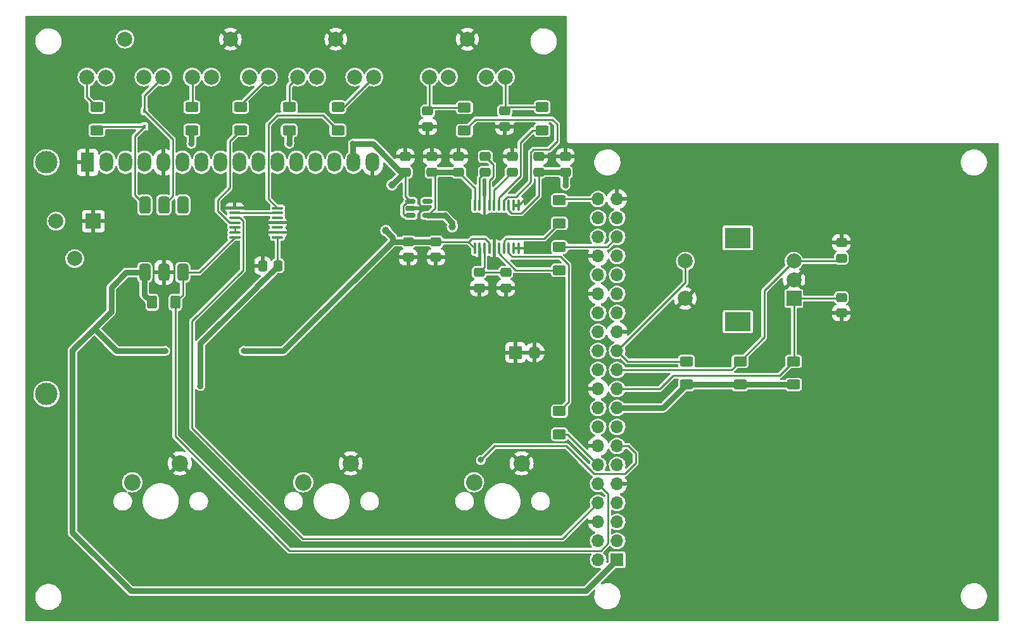
<source format=gbl>
G04 #@! TF.GenerationSoftware,KiCad,Pcbnew,6.0.11*
G04 #@! TF.CreationDate,2024-07-23T18:36:50-05:00*
G04 #@! TF.ProjectId,minidexed,6d696e69-6465-4786-9564-2e6b69636164,rev?*
G04 #@! TF.SameCoordinates,Original*
G04 #@! TF.FileFunction,Copper,L2,Bot*
G04 #@! TF.FilePolarity,Positive*
%FSLAX46Y46*%
G04 Gerber Fmt 4.6, Leading zero omitted, Abs format (unit mm)*
G04 Created by KiCad (PCBNEW 6.0.11) date 2024-07-23 18:36:50*
%MOMM*%
%LPD*%
G01*
G04 APERTURE LIST*
G04 Aperture macros list*
%AMRoundRect*
0 Rectangle with rounded corners*
0 $1 Rounding radius*
0 $2 $3 $4 $5 $6 $7 $8 $9 X,Y pos of 4 corners*
0 Add a 4 corners polygon primitive as box body*
4,1,4,$2,$3,$4,$5,$6,$7,$8,$9,$2,$3,0*
0 Add four circle primitives for the rounded corners*
1,1,$1+$1,$2,$3*
1,1,$1+$1,$4,$5*
1,1,$1+$1,$6,$7*
1,1,$1+$1,$8,$9*
0 Add four rect primitives between the rounded corners*
20,1,$1+$1,$2,$3,$4,$5,0*
20,1,$1+$1,$4,$5,$6,$7,0*
20,1,$1+$1,$6,$7,$8,$9,0*
20,1,$1+$1,$8,$9,$2,$3,0*%
G04 Aperture macros list end*
G04 #@! TA.AperFunction,ComponentPad*
%ADD10C,2.200000*%
G04 #@! TD*
G04 #@! TA.AperFunction,ComponentPad*
%ADD11C,3.000000*%
G04 #@! TD*
G04 #@! TA.AperFunction,ComponentPad*
%ADD12R,1.800000X2.600000*%
G04 #@! TD*
G04 #@! TA.AperFunction,ComponentPad*
%ADD13O,1.800000X2.600000*%
G04 #@! TD*
G04 #@! TA.AperFunction,ComponentPad*
%ADD14R,2.000000X2.000000*%
G04 #@! TD*
G04 #@! TA.AperFunction,ComponentPad*
%ADD15C,2.000000*%
G04 #@! TD*
G04 #@! TA.AperFunction,ComponentPad*
%ADD16R,3.500000X2.500000*%
G04 #@! TD*
G04 #@! TA.AperFunction,ComponentPad*
%ADD17R,3.500000X2.800000*%
G04 #@! TD*
G04 #@! TA.AperFunction,ComponentPad*
%ADD18R,1.700000X1.700000*%
G04 #@! TD*
G04 #@! TA.AperFunction,ComponentPad*
%ADD19O,1.700000X1.700000*%
G04 #@! TD*
G04 #@! TA.AperFunction,SMDPad,CuDef*
%ADD20RoundRect,0.100000X-0.100000X0.637500X-0.100000X-0.637500X0.100000X-0.637500X0.100000X0.637500X0*%
G04 #@! TD*
G04 #@! TA.AperFunction,SMDPad,CuDef*
%ADD21C,1.000000*%
G04 #@! TD*
G04 #@! TA.AperFunction,SMDPad,CuDef*
%ADD22RoundRect,0.250000X0.337500X0.475000X-0.337500X0.475000X-0.337500X-0.475000X0.337500X-0.475000X0*%
G04 #@! TD*
G04 #@! TA.AperFunction,SMDPad,CuDef*
%ADD23RoundRect,0.250000X0.475000X-0.337500X0.475000X0.337500X-0.475000X0.337500X-0.475000X-0.337500X0*%
G04 #@! TD*
G04 #@! TA.AperFunction,SMDPad,CuDef*
%ADD24RoundRect,0.250000X0.625000X-0.400000X0.625000X0.400000X-0.625000X0.400000X-0.625000X-0.400000X0*%
G04 #@! TD*
G04 #@! TA.AperFunction,SMDPad,CuDef*
%ADD25RoundRect,0.250000X-0.625000X0.400000X-0.625000X-0.400000X0.625000X-0.400000X0.625000X0.400000X0*%
G04 #@! TD*
G04 #@! TA.AperFunction,SMDPad,CuDef*
%ADD26RoundRect,0.250000X-0.475000X0.337500X-0.475000X-0.337500X0.475000X-0.337500X0.475000X0.337500X0*%
G04 #@! TD*
G04 #@! TA.AperFunction,SMDPad,CuDef*
%ADD27RoundRect,0.250000X-0.400000X-0.625000X0.400000X-0.625000X0.400000X0.625000X-0.400000X0.625000X0*%
G04 #@! TD*
G04 #@! TA.AperFunction,SMDPad,CuDef*
%ADD28RoundRect,0.150000X-0.512500X-0.150000X0.512500X-0.150000X0.512500X0.150000X-0.512500X0.150000X0*%
G04 #@! TD*
G04 #@! TA.AperFunction,SMDPad,CuDef*
%ADD29RoundRect,0.381000X-0.381000X0.762000X-0.381000X-0.762000X0.381000X-0.762000X0.381000X0.762000X0*%
G04 #@! TD*
G04 #@! TA.AperFunction,SMDPad,CuDef*
%ADD30R,0.450000X0.600000*%
G04 #@! TD*
G04 #@! TA.AperFunction,SMDPad,CuDef*
%ADD31RoundRect,0.100000X-0.637500X-0.100000X0.637500X-0.100000X0.637500X0.100000X-0.637500X0.100000X0*%
G04 #@! TD*
G04 #@! TA.AperFunction,ViaPad*
%ADD32C,0.800000*%
G04 #@! TD*
G04 #@! TA.AperFunction,Conductor*
%ADD33C,0.762000*%
G04 #@! TD*
G04 #@! TA.AperFunction,Conductor*
%ADD34C,0.254000*%
G04 #@! TD*
G04 APERTURE END LIST*
D10*
X115440000Y-119120000D03*
X109090000Y-121660000D03*
D11*
X97628900Y-109877200D03*
X97628900Y-78876500D03*
D12*
X103128000Y-78876500D03*
D13*
X105668000Y-78876500D03*
X108208000Y-78876500D03*
X110748000Y-78876500D03*
X113288000Y-78876500D03*
X115828000Y-78876500D03*
X118368000Y-78876500D03*
X120908000Y-78876500D03*
X123448000Y-78876500D03*
X125988000Y-78876500D03*
X128528000Y-78876500D03*
X131068000Y-78876500D03*
X133608000Y-78876500D03*
X136148000Y-78876500D03*
X138688000Y-78876500D03*
X141228000Y-78876500D03*
D14*
X197550000Y-97100000D03*
D15*
X197550000Y-92100000D03*
X197550000Y-94600000D03*
D16*
X190050000Y-100200000D03*
D17*
X190050000Y-89000000D03*
D15*
X183050000Y-92100000D03*
X183050000Y-97100000D03*
D10*
X138290000Y-119120000D03*
X131940000Y-121660000D03*
X161140000Y-119120000D03*
X154790000Y-121660000D03*
D18*
X173918400Y-132042400D03*
D19*
X171378400Y-132042400D03*
X173918400Y-129502400D03*
X171378400Y-129502400D03*
X173918400Y-126962400D03*
X171378400Y-126962400D03*
X173918400Y-124422400D03*
X171378400Y-124422400D03*
X173918400Y-121882400D03*
X171378400Y-121882400D03*
X173918400Y-119342400D03*
X171378400Y-119342400D03*
X173918400Y-116802400D03*
X171378400Y-116802400D03*
X173918400Y-114262400D03*
X171378400Y-114262400D03*
X173918400Y-111722400D03*
X171378400Y-111722400D03*
X173918400Y-109182400D03*
X171378400Y-109182400D03*
X173918400Y-106642400D03*
X171378400Y-106642400D03*
X173918400Y-104102400D03*
X171378400Y-104102400D03*
X173918400Y-101562400D03*
X171378400Y-101562400D03*
X173918400Y-99022400D03*
X171378400Y-99022400D03*
X173918400Y-96482400D03*
X171378400Y-96482400D03*
X173918400Y-93942400D03*
X171378400Y-93942400D03*
X173918400Y-91402400D03*
X171378400Y-91402400D03*
X173918400Y-88862400D03*
X171378400Y-88862400D03*
X173918400Y-86322400D03*
X171378400Y-86322400D03*
X173918400Y-83782400D03*
X171378400Y-83782400D03*
D20*
X154875000Y-84637500D03*
X155525000Y-84637500D03*
X156175000Y-84637500D03*
X156825000Y-84637500D03*
X157475000Y-84637500D03*
X158125000Y-84637500D03*
X158775000Y-84637500D03*
X159425000Y-84637500D03*
X160075000Y-84637500D03*
X160725000Y-84637500D03*
X160725000Y-90362500D03*
X160075000Y-90362500D03*
X159425000Y-90362500D03*
X158775000Y-90362500D03*
X158125000Y-90362500D03*
X157475000Y-90362500D03*
X156825000Y-90362500D03*
X156175000Y-90362500D03*
X155525000Y-90362500D03*
X154875000Y-90362500D03*
D21*
X143000000Y-88000000D03*
D22*
X128587500Y-92700000D03*
X126512500Y-92700000D03*
D23*
X163433330Y-80200000D03*
X163433330Y-78125000D03*
D24*
X183200000Y-108600000D03*
X183200000Y-105500000D03*
D25*
X104375200Y-71500000D03*
X104375200Y-74600000D03*
D26*
X148600000Y-72025000D03*
X148600000Y-74100000D03*
X203900000Y-96962500D03*
X203900000Y-99037500D03*
D23*
X203900000Y-91700000D03*
X203900000Y-89625000D03*
X167000000Y-80200000D03*
X167000000Y-78125000D03*
D24*
X166200000Y-93300000D03*
X166200000Y-90200000D03*
D27*
X111750000Y-97600000D03*
X114850000Y-97600000D03*
D25*
X130087040Y-71500000D03*
X130087040Y-74600000D03*
D21*
X143800000Y-81900000D03*
D24*
X197500000Y-108600000D03*
X197500000Y-105500000D03*
D25*
X166200000Y-112150000D03*
X166200000Y-115250000D03*
D24*
X190350000Y-108600000D03*
X190350000Y-105500000D03*
D15*
X122205000Y-62404000D03*
X117125000Y-67484000D03*
X119665000Y-67484000D03*
X124745000Y-67484000D03*
X127285000Y-67484000D03*
D26*
X146000000Y-89500000D03*
X146000000Y-91575000D03*
D14*
X103900000Y-86760000D03*
D15*
X101400000Y-91760000D03*
X98900000Y-86760000D03*
D24*
X153500000Y-74650000D03*
X153500000Y-71550000D03*
D25*
X136600000Y-71500000D03*
X136600000Y-74600000D03*
D18*
X160325000Y-104300000D03*
D19*
X162865000Y-104300000D03*
D26*
X159020000Y-93600000D03*
X159020000Y-95675000D03*
D28*
X146300000Y-86000000D03*
X146300000Y-85050000D03*
X146300000Y-84100000D03*
X148575000Y-84100000D03*
X148575000Y-86000000D03*
D26*
X149700000Y-89500000D03*
X149700000Y-91575000D03*
D29*
X110760000Y-84600000D03*
X113300000Y-84600000D03*
X115840000Y-84600000D03*
X115840000Y-93600000D03*
X113300000Y-93600000D03*
X110760000Y-93600000D03*
D30*
X110718160Y-74100000D03*
X110718160Y-72000000D03*
D23*
X145600000Y-80200000D03*
X145600000Y-78125000D03*
D15*
X136302000Y-62404000D03*
X131222000Y-67484000D03*
X133762000Y-67484000D03*
X138842000Y-67484000D03*
X141382000Y-67484000D03*
D31*
X122800000Y-88900000D03*
X122800000Y-88250000D03*
X122800000Y-87600000D03*
X122800000Y-86950000D03*
X122800000Y-86300000D03*
X122800000Y-85650000D03*
X122800000Y-85000000D03*
X128525000Y-85000000D03*
X128525000Y-85650000D03*
X128525000Y-86300000D03*
X128525000Y-86950000D03*
X128525000Y-87600000D03*
X128525000Y-88250000D03*
X128525000Y-88900000D03*
D23*
X152733332Y-80200000D03*
X152733332Y-78125000D03*
D15*
X108108000Y-62404000D03*
X103028000Y-67484000D03*
X105568000Y-67484000D03*
X110648000Y-67484000D03*
X113188000Y-67484000D03*
D24*
X166200000Y-87050000D03*
X166200000Y-83950000D03*
D21*
X151900000Y-87500000D03*
D26*
X158886666Y-72012500D03*
X158886666Y-74087500D03*
D25*
X123574080Y-71500000D03*
X123574080Y-74600000D03*
D23*
X156299998Y-80200000D03*
X156299998Y-78125000D03*
X159866664Y-80200000D03*
X159866664Y-78125000D03*
D25*
X117061120Y-71500000D03*
X117061120Y-74600000D03*
D24*
X163900000Y-74600000D03*
X163900000Y-71500000D03*
D15*
X153905000Y-62420000D03*
X148825000Y-67500000D03*
X151365000Y-67500000D03*
X156445000Y-67500000D03*
X158985000Y-67500000D03*
D23*
X149166666Y-80200000D03*
X149166666Y-78125000D03*
D26*
X155500000Y-93600000D03*
X155500000Y-95675000D03*
D32*
X130100000Y-76400000D03*
X138600000Y-76400000D03*
X117000000Y-76400000D03*
X118200000Y-108800000D03*
X121100000Y-93200000D03*
X175500000Y-118400000D03*
X124700000Y-81800000D03*
X162000000Y-83400000D03*
X163800000Y-76200000D03*
X139800000Y-105000000D03*
X162600000Y-92400000D03*
X176000000Y-124600000D03*
X166800000Y-124800000D03*
X148500000Y-123500000D03*
X150500000Y-116200000D03*
X129800000Y-81800000D03*
X150900000Y-86000000D03*
X167000000Y-82000000D03*
X113500000Y-104100000D03*
X124000000Y-104100000D03*
X155700000Y-118673500D03*
D33*
X117000000Y-76400000D02*
X117000000Y-74661120D01*
D34*
X146300000Y-84100000D02*
X145600000Y-83400000D01*
D33*
X138600000Y-76400000D02*
X141245950Y-76400000D01*
X145500000Y-80200000D02*
X143800000Y-81900000D01*
X125800000Y-95487500D02*
X128587500Y-92700000D01*
X141245950Y-76400000D02*
X145045950Y-80200000D01*
D34*
X145600000Y-83400000D02*
X145600000Y-80200000D01*
X128525000Y-88900000D02*
X128525000Y-92637500D01*
D33*
X118200000Y-108800000D02*
X118200000Y-103100000D01*
D34*
X145912920Y-84100000D02*
X145310500Y-84702420D01*
X145500000Y-86000000D02*
X146300000Y-86000000D01*
D33*
X145045950Y-80200000D02*
X145600000Y-80200000D01*
D34*
X145310500Y-84702420D02*
X145310500Y-85810500D01*
D33*
X118200000Y-103100000D02*
X125800000Y-95500000D01*
D34*
X145310500Y-85810500D02*
X145500000Y-86000000D01*
D33*
X130100000Y-76400000D02*
X130100000Y-74612960D01*
X125800000Y-95500000D02*
X125800000Y-95487500D01*
X138600000Y-76400000D02*
X138600000Y-78788500D01*
D34*
X160725000Y-84637500D02*
X160075000Y-84637500D01*
X162000000Y-83400000D02*
X161962500Y-83400000D01*
X161962500Y-83400000D02*
X160725000Y-84637500D01*
X154875000Y-84637500D02*
X154875000Y-82341668D01*
X159425000Y-84637500D02*
X159425000Y-85328869D01*
X163433330Y-83366670D02*
X163433330Y-80200000D01*
X159425000Y-85328869D02*
X159798131Y-85702000D01*
D33*
X152733332Y-80200000D02*
X149166666Y-80200000D01*
D34*
X149564500Y-85010500D02*
X149564500Y-80597834D01*
X161098000Y-85702000D02*
X163433330Y-83366670D01*
D33*
X167000000Y-82000000D02*
X167000000Y-80200000D01*
X150900000Y-86000000D02*
X148575000Y-86000000D01*
D34*
X159798131Y-85702000D02*
X161098000Y-85702000D01*
D33*
X151900000Y-87500000D02*
X151900000Y-87000000D01*
D34*
X148575000Y-86000000D02*
X149564500Y-85010500D01*
D33*
X151900000Y-87000000D02*
X150900000Y-86000000D01*
X163433330Y-80200000D02*
X167000000Y-80200000D01*
D34*
X154875000Y-82341668D02*
X152733332Y-80200000D01*
D33*
X106300000Y-98800000D02*
X106300000Y-95600000D01*
X111750000Y-97600000D02*
X111700000Y-97600000D01*
X173918400Y-132042400D02*
X169760800Y-136200000D01*
X113500000Y-104100000D02*
X107000000Y-104100000D01*
X169760800Y-136200000D02*
X108900000Y-136200000D01*
X101100000Y-104026500D02*
X101226500Y-103900000D01*
X173918400Y-111722400D02*
X180077600Y-111722400D01*
D34*
X156253869Y-89100000D02*
X156825000Y-89671131D01*
X154500000Y-89100000D02*
X156253869Y-89100000D01*
D33*
X101226500Y-103900000D02*
X101226500Y-103873500D01*
D34*
X154875000Y-90362500D02*
X154012500Y-89500000D01*
X156825000Y-89671131D02*
X156825000Y-90362500D01*
D33*
X124000000Y-104100000D02*
X129300000Y-104100000D01*
X146000000Y-89500000D02*
X149700000Y-89500000D01*
X108900000Y-136200000D02*
X101100000Y-128400000D01*
X101100000Y-128400000D02*
X101100000Y-104026500D01*
X190350000Y-108600000D02*
X197500000Y-108600000D01*
X107000000Y-104100000D02*
X104000000Y-101100000D01*
X110700000Y-96600000D02*
X110700000Y-93660000D01*
X101226500Y-103873500D02*
X104000000Y-101100000D01*
X104000000Y-101100000D02*
X106300000Y-98800000D01*
X129300000Y-104100000D02*
X143900000Y-89500000D01*
X183200000Y-108600000D02*
X190350000Y-108600000D01*
X106300000Y-95600000D02*
X108300000Y-93600000D01*
X143900000Y-88900000D02*
X143000000Y-88000000D01*
X143900000Y-89500000D02*
X143900000Y-88900000D01*
X111700000Y-97600000D02*
X110700000Y-96600000D01*
D34*
X154100000Y-89500000D02*
X154500000Y-89100000D01*
D33*
X108300000Y-93600000D02*
X110760000Y-93600000D01*
X143900000Y-89500000D02*
X146000000Y-89500000D01*
X110700000Y-93660000D02*
X110760000Y-93600000D01*
D34*
X154012500Y-89500000D02*
X149700000Y-89500000D01*
X154012500Y-89500000D02*
X154100000Y-89500000D01*
D33*
X180077600Y-111722400D02*
X183200000Y-108600000D01*
D34*
X157475000Y-82591664D02*
X159866664Y-80200000D01*
X157475000Y-84637500D02*
X157475000Y-82591664D01*
X155525000Y-80974998D02*
X156299998Y-80200000D01*
X155525000Y-84637500D02*
X155525000Y-80974998D01*
X157351998Y-79177000D02*
X156299998Y-78125000D01*
X157351998Y-80776501D02*
X157351998Y-79177000D01*
X156825000Y-84637500D02*
X156825000Y-81303499D01*
X156825000Y-81303499D02*
X157351998Y-80776501D01*
X156175000Y-90362500D02*
X156175000Y-92925000D01*
X159020000Y-93600000D02*
X155500000Y-93600000D01*
X156175000Y-92925000D02*
X155500000Y-93600000D01*
X197550000Y-105450000D02*
X197550000Y-97100000D01*
X181400000Y-107400000D02*
X195600000Y-107400000D01*
X197550000Y-97100000D02*
X203762500Y-97100000D01*
X173918400Y-109182400D02*
X179617600Y-109182400D01*
X179617600Y-109182400D02*
X181400000Y-107400000D01*
X195600000Y-107400000D02*
X197500000Y-105500000D01*
X197550000Y-92100000D02*
X203500000Y-92100000D01*
X173918400Y-106642400D02*
X189207600Y-106642400D01*
X190350000Y-105500000D02*
X193600000Y-102250000D01*
X193600000Y-102250000D02*
X193600000Y-96050000D01*
X193600000Y-96050000D02*
X197550000Y-92100000D01*
X189207600Y-106642400D02*
X190350000Y-105500000D01*
X159399166Y-71500000D02*
X158886666Y-72012500D01*
X163900000Y-71500000D02*
X159399166Y-71500000D01*
X158985000Y-71914166D02*
X158985000Y-67500000D01*
X153500000Y-71550000D02*
X149075000Y-71550000D01*
X149075000Y-71550000D02*
X148600000Y-72025000D01*
X148825000Y-71800000D02*
X148825000Y-67500000D01*
X104875200Y-74100000D02*
X110718160Y-74100000D01*
X109435000Y-75383160D02*
X109435000Y-83275000D01*
X110718160Y-74100000D02*
X109435000Y-75383160D01*
X109435000Y-83275000D02*
X110760000Y-84600000D01*
X114515000Y-83385000D02*
X113300000Y-84600000D01*
X110718160Y-72000000D02*
X114515000Y-75796840D01*
X110718160Y-72000000D02*
X110718160Y-69953840D01*
X114515000Y-75796840D02*
X114515000Y-83385000D01*
X110718160Y-69953840D02*
X113188000Y-67484000D01*
X104375200Y-71500000D02*
X103028000Y-70152800D01*
X103028000Y-70152800D02*
X103028000Y-67484000D01*
X123900000Y-93300000D02*
X117100000Y-100100000D01*
X166600800Y-129200000D02*
X171378400Y-124422400D01*
X117100000Y-114400000D02*
X131900000Y-129200000D01*
X123900000Y-86708631D02*
X123900000Y-93300000D01*
X122800000Y-86300000D02*
X123491369Y-86300000D01*
X131900000Y-129200000D02*
X166600800Y-129200000D01*
X123491369Y-86300000D02*
X123900000Y-86708631D01*
X117100000Y-100100000D02*
X117100000Y-114400000D01*
X114850000Y-115550000D02*
X130100000Y-130800000D01*
X115840000Y-96610000D02*
X115840000Y-93600000D01*
X171745330Y-130800000D02*
X172700000Y-129845330D01*
X114850000Y-97600000D02*
X114850000Y-115550000D01*
X115840000Y-93600000D02*
X118100000Y-93600000D01*
X114850000Y-97600000D02*
X115840000Y-96610000D01*
X130100000Y-130800000D02*
X171745330Y-130800000D01*
X172700000Y-123204000D02*
X171378400Y-121882400D01*
X118100000Y-93600000D02*
X122800000Y-88900000D01*
X172700000Y-129845330D02*
X172700000Y-123204000D01*
X167286000Y-115250000D02*
X166200000Y-115250000D01*
X171378400Y-119342400D02*
X167286000Y-115250000D01*
X155700000Y-118673500D02*
X157573500Y-116800000D01*
X157573500Y-116800000D02*
X167100000Y-116800000D01*
X176400000Y-119100000D02*
X176400000Y-117800000D01*
X175400000Y-116800000D02*
X175397600Y-116802400D01*
X170819400Y-120519400D02*
X174980600Y-120519400D01*
X167100000Y-116800000D02*
X170819400Y-120519400D01*
X175397600Y-116802400D02*
X173918400Y-116802400D01*
X174980600Y-120519400D02*
X176400000Y-119100000D01*
X176400000Y-117800000D02*
X175400000Y-116800000D01*
X183050000Y-94970800D02*
X183050000Y-92100000D01*
X173918400Y-104102400D02*
X183050000Y-94970800D01*
X175316000Y-105500000D02*
X173918400Y-104102400D01*
X183200000Y-105500000D02*
X175316000Y-105500000D01*
X172580800Y-90200000D02*
X173918400Y-88862400D01*
X166200000Y-90200000D02*
X172580800Y-90200000D01*
X171378400Y-83782400D02*
X166367600Y-83782400D01*
X117125000Y-71436120D02*
X117125000Y-67484000D01*
X123574080Y-71194920D02*
X127285000Y-67484000D01*
X130087040Y-71500000D02*
X130087040Y-68618960D01*
X130087040Y-68618960D02*
X131222000Y-67484000D01*
X136600000Y-71500000D02*
X137366000Y-71500000D01*
X137366000Y-71500000D02*
X141382000Y-67484000D01*
X162600000Y-74600000D02*
X163900000Y-74600000D01*
X158125000Y-84637500D02*
X158125000Y-83570165D01*
X161000000Y-80695165D02*
X161000000Y-76200000D01*
X158125000Y-83570165D02*
X161000000Y-80695165D01*
X161000000Y-76200000D02*
X162600000Y-74600000D01*
X165900000Y-73800000D02*
X165900000Y-76100000D01*
X160392131Y-83492131D02*
X159229000Y-83492131D01*
X162381330Y-81518670D02*
X160400000Y-83500000D01*
X153500000Y-74650000D02*
X154977000Y-73173000D01*
X165273000Y-73173000D02*
X165900000Y-73800000D01*
X165900000Y-76100000D02*
X164800000Y-77200000D01*
X159229000Y-83492131D02*
X158775000Y-83946131D01*
X162381330Y-77548499D02*
X162381330Y-81518670D01*
X162729829Y-77200000D02*
X162381330Y-77548499D01*
X160400000Y-83500000D02*
X160392131Y-83492131D01*
X158775000Y-83946131D02*
X158775000Y-84637500D01*
X164800000Y-77200000D02*
X162729829Y-77200000D01*
X154977000Y-73173000D02*
X165273000Y-73173000D01*
X159871131Y-91500000D02*
X159425000Y-91053869D01*
X166200000Y-112150000D02*
X167402000Y-110948000D01*
X167402000Y-110948000D02*
X167402000Y-92579000D01*
X167402000Y-92579000D02*
X166323000Y-91500000D01*
X159425000Y-91053869D02*
X159425000Y-90362500D01*
X166323000Y-91500000D02*
X159871131Y-91500000D01*
X160348501Y-93300000D02*
X158125000Y-91076499D01*
X158125000Y-91076499D02*
X158125000Y-90362500D01*
X166200000Y-93300000D02*
X160348501Y-93300000D01*
X166200000Y-87050000D02*
X164150000Y-89100000D01*
X164150000Y-89100000D02*
X159100131Y-89100000D01*
X158775000Y-89425131D02*
X158775000Y-90362500D01*
X159100131Y-89100000D02*
X158775000Y-89425131D01*
X120500000Y-83900000D02*
X120500000Y-85341369D01*
X122135000Y-76039080D02*
X122135000Y-82265000D01*
X120500000Y-85341369D02*
X122108631Y-86950000D01*
X122135000Y-82265000D02*
X120500000Y-83900000D01*
X123574080Y-74600000D02*
X122135000Y-76039080D01*
X122108631Y-86950000D02*
X122800000Y-86950000D01*
X127300000Y-73800000D02*
X128500000Y-72600000D01*
X127300000Y-83775000D02*
X127300000Y-73800000D01*
X128500000Y-72600000D02*
X134600000Y-72600000D01*
X134600000Y-72600000D02*
X136600000Y-74600000D01*
X128525000Y-85000000D02*
X127300000Y-83775000D01*
X122800000Y-87600000D02*
X122800000Y-88250000D01*
X128525000Y-85650000D02*
X122800000Y-85650000D01*
G04 #@! TA.AperFunction,Conductor*
G36*
X167141621Y-59320502D02*
G01*
X167188114Y-59374158D01*
X167199500Y-59426500D01*
X167199500Y-75947626D01*
X167198935Y-75959183D01*
X167195754Y-75970168D01*
X167197149Y-75986274D01*
X167199030Y-76007994D01*
X167199500Y-76018866D01*
X167199500Y-76027948D01*
X167200562Y-76033649D01*
X167200562Y-76033651D01*
X167200724Y-76034521D01*
X167202384Y-76046720D01*
X167202643Y-76049705D01*
X167205413Y-76081696D01*
X167210520Y-76092145D01*
X167211432Y-76095433D01*
X167212661Y-76098617D01*
X167214791Y-76110053D01*
X167224637Y-76126026D01*
X167233221Y-76139952D01*
X167239160Y-76150734D01*
X167254575Y-76182269D01*
X167263101Y-76190178D01*
X167265134Y-76192916D01*
X167267428Y-76195446D01*
X167273532Y-76205348D01*
X167282788Y-76212387D01*
X167282793Y-76212392D01*
X167301487Y-76226607D01*
X167310908Y-76234526D01*
X167336646Y-76258401D01*
X167347447Y-76262710D01*
X167350324Y-76264529D01*
X167353381Y-76266066D01*
X167362641Y-76273108D01*
X167396367Y-76282874D01*
X167408008Y-76286871D01*
X167440622Y-76299883D01*
X167446915Y-76300500D01*
X167449997Y-76300500D01*
X167453067Y-76300650D01*
X167453061Y-76300766D01*
X167459183Y-76301065D01*
X167470168Y-76304246D01*
X167507994Y-76300970D01*
X167518866Y-76300500D01*
X224823500Y-76300500D01*
X224891621Y-76320502D01*
X224938114Y-76374158D01*
X224949500Y-76426500D01*
X224949500Y-140073500D01*
X224929498Y-140141621D01*
X224875842Y-140188114D01*
X224823500Y-140199500D01*
X94926500Y-140199500D01*
X94858379Y-140179498D01*
X94811886Y-140125842D01*
X94800500Y-140073500D01*
X94800500Y-137107165D01*
X96147866Y-137107165D01*
X96182952Y-137364970D01*
X96255758Y-137614757D01*
X96364686Y-137851039D01*
X96367246Y-137854944D01*
X96367249Y-137854949D01*
X96504775Y-138064712D01*
X96504779Y-138064717D01*
X96507341Y-138068625D01*
X96680591Y-138262735D01*
X96880629Y-138429105D01*
X97103061Y-138564080D01*
X97107375Y-138565889D01*
X97107377Y-138565890D01*
X97338686Y-138662886D01*
X97338691Y-138662888D01*
X97343001Y-138664695D01*
X97347533Y-138665846D01*
X97347536Y-138665847D01*
X97472815Y-138697663D01*
X97595177Y-138728739D01*
X97811286Y-138750500D01*
X97966044Y-138750500D01*
X97968369Y-138750327D01*
X97968375Y-138750327D01*
X98154814Y-138736472D01*
X98154818Y-138736471D01*
X98159466Y-138736126D01*
X98413232Y-138678705D01*
X98417586Y-138677012D01*
X98651370Y-138586098D01*
X98651372Y-138586097D01*
X98655723Y-138584405D01*
X98677190Y-138572136D01*
X98843984Y-138476805D01*
X98881612Y-138455299D01*
X99085936Y-138294223D01*
X99264208Y-138104714D01*
X99412511Y-137890937D01*
X99430258Y-137854949D01*
X99525521Y-137661775D01*
X99525522Y-137661772D01*
X99527586Y-137657587D01*
X99606906Y-137409792D01*
X99648728Y-137152994D01*
X99652134Y-136892835D01*
X99617048Y-136635030D01*
X99610839Y-136613726D01*
X99572621Y-136482608D01*
X99544242Y-136385243D01*
X99435314Y-136148961D01*
X99380761Y-136065753D01*
X99295225Y-135935288D01*
X99295221Y-135935283D01*
X99292659Y-135931375D01*
X99196622Y-135823775D01*
X99122526Y-135740757D01*
X99122524Y-135740755D01*
X99119409Y-135737265D01*
X98919371Y-135570895D01*
X98696939Y-135435920D01*
X98692623Y-135434110D01*
X98461314Y-135337114D01*
X98461309Y-135337112D01*
X98456999Y-135335305D01*
X98452467Y-135334154D01*
X98452464Y-135334153D01*
X98273919Y-135288809D01*
X98204823Y-135271261D01*
X97988714Y-135249500D01*
X97833956Y-135249500D01*
X97831631Y-135249673D01*
X97831625Y-135249673D01*
X97645186Y-135263528D01*
X97645182Y-135263529D01*
X97640534Y-135263874D01*
X97386768Y-135321295D01*
X97382416Y-135322987D01*
X97382414Y-135322988D01*
X97148630Y-135413902D01*
X97148628Y-135413903D01*
X97144277Y-135415595D01*
X97140223Y-135417912D01*
X97140221Y-135417913D01*
X97106649Y-135437101D01*
X96918388Y-135544701D01*
X96714064Y-135705777D01*
X96535792Y-135895286D01*
X96387489Y-136109063D01*
X96385423Y-136113253D01*
X96385421Y-136113256D01*
X96306453Y-136273389D01*
X96272414Y-136342413D01*
X96193094Y-136590208D01*
X96181592Y-136660834D01*
X96153229Y-136834992D01*
X96151272Y-136847006D01*
X96147866Y-137107165D01*
X94800500Y-137107165D01*
X94800500Y-109831144D01*
X95870083Y-109831144D01*
X95870307Y-109835811D01*
X95870307Y-109835816D01*
X95873524Y-109902789D01*
X95882594Y-110091619D01*
X95933469Y-110347385D01*
X96021590Y-110592821D01*
X96023806Y-110596945D01*
X96082057Y-110705355D01*
X96145020Y-110822536D01*
X96147815Y-110826279D01*
X96147817Y-110826282D01*
X96298257Y-111027745D01*
X96298262Y-111027751D01*
X96301049Y-111031483D01*
X96304358Y-111034763D01*
X96304363Y-111034769D01*
X96478632Y-111207523D01*
X96486248Y-111215073D01*
X96490010Y-111217831D01*
X96490013Y-111217834D01*
X96606246Y-111303060D01*
X96696549Y-111369273D01*
X96700680Y-111371447D01*
X96700681Y-111371447D01*
X96923198Y-111488519D01*
X96923204Y-111488521D01*
X96927333Y-111490694D01*
X97173529Y-111576669D01*
X97178122Y-111577541D01*
X97425139Y-111624439D01*
X97425142Y-111624439D01*
X97429728Y-111625310D01*
X97553625Y-111630178D01*
X97685635Y-111635365D01*
X97685640Y-111635365D01*
X97690303Y-111635548D01*
X97783785Y-111625310D01*
X97944876Y-111607668D01*
X97944881Y-111607667D01*
X97949529Y-111607158D01*
X98201711Y-111540764D01*
X98328571Y-111486261D01*
X98437007Y-111439674D01*
X98437010Y-111439672D01*
X98441310Y-111437825D01*
X98445290Y-111435362D01*
X98445294Y-111435360D01*
X98659088Y-111303060D01*
X98659092Y-111303057D01*
X98663061Y-111300601D01*
X98862094Y-111132107D01*
X99034035Y-110936045D01*
X99175108Y-110716723D01*
X99282214Y-110478957D01*
X99352999Y-110227972D01*
X99369762Y-110096207D01*
X99385511Y-109972412D01*
X99385511Y-109972406D01*
X99385909Y-109969281D01*
X99386092Y-109962313D01*
X99387650Y-109902789D01*
X99388320Y-109877200D01*
X99384552Y-109826490D01*
X99369340Y-109621793D01*
X99369339Y-109621789D01*
X99368994Y-109617141D01*
X99311442Y-109362795D01*
X99216927Y-109119750D01*
X99087525Y-108893345D01*
X98926080Y-108688553D01*
X98736139Y-108509874D01*
X98521873Y-108361232D01*
X98517683Y-108359166D01*
X98517680Y-108359164D01*
X98292178Y-108247959D01*
X98292175Y-108247958D01*
X98287990Y-108245894D01*
X98039628Y-108166393D01*
X98035021Y-108165643D01*
X98035018Y-108165642D01*
X97786855Y-108125226D01*
X97786856Y-108125226D01*
X97782244Y-108124475D01*
X97655775Y-108122820D01*
X97526167Y-108121123D01*
X97526164Y-108121123D01*
X97521490Y-108121062D01*
X97263096Y-108156228D01*
X97258610Y-108157536D01*
X97258608Y-108157536D01*
X97228221Y-108166393D01*
X97012738Y-108229200D01*
X96775916Y-108338377D01*
X96772011Y-108340937D01*
X96772006Y-108340940D01*
X96561746Y-108478792D01*
X96561741Y-108478796D01*
X96557833Y-108481358D01*
X96521235Y-108514023D01*
X96377028Y-108642733D01*
X96363279Y-108655004D01*
X96196529Y-108855500D01*
X96061245Y-109078440D01*
X96059438Y-109082748D01*
X96059438Y-109082749D01*
X95962456Y-109314026D01*
X95960400Y-109318928D01*
X95959249Y-109323460D01*
X95959248Y-109323463D01*
X95934648Y-109420329D01*
X95896210Y-109571680D01*
X95870083Y-109831144D01*
X94800500Y-109831144D01*
X94800500Y-104006379D01*
X100459765Y-104006379D01*
X100460511Y-104014271D01*
X100463941Y-104050556D01*
X100464500Y-104062414D01*
X100464500Y-128320980D01*
X100463970Y-128332214D01*
X100462292Y-128339719D01*
X100464198Y-128400371D01*
X100464438Y-128408012D01*
X100464500Y-128411969D01*
X100464500Y-128439983D01*
X100464996Y-128443908D01*
X100464996Y-128443909D01*
X100465008Y-128444004D01*
X100465941Y-128455849D01*
X100467335Y-128500205D01*
X100472258Y-128517148D01*
X100473013Y-128519748D01*
X100477023Y-128539112D01*
X100479573Y-128559299D01*
X100482489Y-128566663D01*
X100482490Y-128566668D01*
X100495907Y-128600556D01*
X100499752Y-128611785D01*
X100502832Y-128622387D01*
X100512131Y-128654393D01*
X100516169Y-128661220D01*
X100516170Y-128661223D01*
X100522488Y-128671906D01*
X100531188Y-128689664D01*
X100535761Y-128701215D01*
X100535765Y-128701221D01*
X100538681Y-128708588D01*
X100543339Y-128714999D01*
X100543340Y-128715001D01*
X100564764Y-128744488D01*
X100571281Y-128754410D01*
X100589826Y-128785768D01*
X100589829Y-128785772D01*
X100593866Y-128792598D01*
X100608250Y-128806982D01*
X100621091Y-128822016D01*
X100633058Y-128838487D01*
X100639166Y-128843540D01*
X100667255Y-128866777D01*
X100676035Y-128874767D01*
X108394750Y-136593483D01*
X108402326Y-136601809D01*
X108406447Y-136608303D01*
X108439840Y-136639661D01*
X108456265Y-136655085D01*
X108459107Y-136657840D01*
X108478906Y-136677639D01*
X108482031Y-136680063D01*
X108482040Y-136680071D01*
X108482126Y-136680137D01*
X108491151Y-136687845D01*
X108523494Y-136718217D01*
X108530438Y-136722035D01*
X108530440Y-136722036D01*
X108541329Y-136728022D01*
X108557847Y-136738873D01*
X108573933Y-136751350D01*
X108614666Y-136768976D01*
X108625314Y-136774193D01*
X108636942Y-136780585D01*
X108664197Y-136795569D01*
X108671872Y-136797540D01*
X108671878Y-136797542D01*
X108683911Y-136800631D01*
X108702613Y-136807034D01*
X108721292Y-136815117D01*
X108754818Y-136820427D01*
X108765127Y-136822060D01*
X108776740Y-136824465D01*
X108819718Y-136835500D01*
X108840065Y-136835500D01*
X108859777Y-136837051D01*
X108879879Y-136840235D01*
X108887771Y-136839489D01*
X108924056Y-136836059D01*
X108935914Y-136835500D01*
X169681780Y-136835500D01*
X169693014Y-136836030D01*
X169700519Y-136837708D01*
X169768812Y-136835562D01*
X169772769Y-136835500D01*
X169800783Y-136835500D01*
X169804708Y-136835004D01*
X169804709Y-136835004D01*
X169804804Y-136834992D01*
X169816649Y-136834059D01*
X169846470Y-136833122D01*
X169853082Y-136832914D01*
X169853083Y-136832914D01*
X169861005Y-136832665D01*
X169880549Y-136826987D01*
X169899912Y-136822977D01*
X169912240Y-136821420D01*
X169912242Y-136821420D01*
X169920099Y-136820427D01*
X169927463Y-136817511D01*
X169927468Y-136817510D01*
X169961356Y-136804093D01*
X169972585Y-136800248D01*
X169989265Y-136795402D01*
X170015193Y-136787869D01*
X170022020Y-136783831D01*
X170022023Y-136783830D01*
X170032706Y-136777512D01*
X170050464Y-136768812D01*
X170062015Y-136764239D01*
X170062021Y-136764235D01*
X170069388Y-136761319D01*
X170078777Y-136754498D01*
X170105288Y-136735236D01*
X170115210Y-136728719D01*
X170146568Y-136710174D01*
X170146572Y-136710171D01*
X170153398Y-136706134D01*
X170167782Y-136691750D01*
X170182816Y-136678909D01*
X170192873Y-136671602D01*
X170199287Y-136666942D01*
X170227578Y-136632744D01*
X170235567Y-136623965D01*
X170807365Y-136052167D01*
X170869677Y-136018141D01*
X170940492Y-136023206D01*
X170997328Y-136065753D01*
X171022139Y-136132273D01*
X171009466Y-136196990D01*
X170990814Y-136234813D01*
X170911494Y-136482608D01*
X170910744Y-136487214D01*
X170879325Y-136680137D01*
X170869672Y-136739406D01*
X170866266Y-136999565D01*
X170901352Y-137257370D01*
X170974158Y-137507157D01*
X171083086Y-137743439D01*
X171085646Y-137747344D01*
X171085649Y-137747349D01*
X171223175Y-137957112D01*
X171223179Y-137957117D01*
X171225741Y-137961025D01*
X171312366Y-138058080D01*
X171324895Y-138072117D01*
X171398991Y-138155135D01*
X171599029Y-138321505D01*
X171821461Y-138456480D01*
X171825775Y-138458289D01*
X171825777Y-138458290D01*
X172057086Y-138555286D01*
X172057091Y-138555288D01*
X172061401Y-138557095D01*
X172065933Y-138558246D01*
X172065936Y-138558247D01*
X172191215Y-138590063D01*
X172313577Y-138621139D01*
X172529686Y-138642900D01*
X172684444Y-138642900D01*
X172686769Y-138642727D01*
X172686775Y-138642727D01*
X172873214Y-138628872D01*
X172873218Y-138628871D01*
X172877866Y-138628526D01*
X173131632Y-138571105D01*
X173135986Y-138569412D01*
X173369770Y-138478498D01*
X173369772Y-138478497D01*
X173374123Y-138476805D01*
X173407694Y-138457618D01*
X173462812Y-138426115D01*
X173600012Y-138347699D01*
X173804336Y-138186623D01*
X173982608Y-137997114D01*
X174130911Y-137783337D01*
X174148658Y-137747349D01*
X174243921Y-137554175D01*
X174243922Y-137554172D01*
X174245986Y-137549987D01*
X174325306Y-137302192D01*
X174367128Y-137045394D01*
X174367728Y-136999565D01*
X219866266Y-136999565D01*
X219901352Y-137257370D01*
X219974158Y-137507157D01*
X220083086Y-137743439D01*
X220085646Y-137747344D01*
X220085649Y-137747349D01*
X220223175Y-137957112D01*
X220223179Y-137957117D01*
X220225741Y-137961025D01*
X220312366Y-138058080D01*
X220324895Y-138072117D01*
X220398991Y-138155135D01*
X220599029Y-138321505D01*
X220821461Y-138456480D01*
X220825775Y-138458289D01*
X220825777Y-138458290D01*
X221057086Y-138555286D01*
X221057091Y-138555288D01*
X221061401Y-138557095D01*
X221065933Y-138558246D01*
X221065936Y-138558247D01*
X221191215Y-138590063D01*
X221313577Y-138621139D01*
X221529686Y-138642900D01*
X221684444Y-138642900D01*
X221686769Y-138642727D01*
X221686775Y-138642727D01*
X221873214Y-138628872D01*
X221873218Y-138628871D01*
X221877866Y-138628526D01*
X222131632Y-138571105D01*
X222135986Y-138569412D01*
X222369770Y-138478498D01*
X222369772Y-138478497D01*
X222374123Y-138476805D01*
X222407694Y-138457618D01*
X222462812Y-138426115D01*
X222600012Y-138347699D01*
X222804336Y-138186623D01*
X222982608Y-137997114D01*
X223130911Y-137783337D01*
X223148658Y-137747349D01*
X223243921Y-137554175D01*
X223243922Y-137554172D01*
X223245986Y-137549987D01*
X223325306Y-137302192D01*
X223367128Y-137045394D01*
X223369876Y-136835500D01*
X223370473Y-136789912D01*
X223370473Y-136789909D01*
X223370534Y-136785235D01*
X223335448Y-136527430D01*
X223262642Y-136277643D01*
X223153714Y-136041361D01*
X223151151Y-136037451D01*
X223013625Y-135827688D01*
X223013621Y-135827683D01*
X223011059Y-135823775D01*
X222837809Y-135629665D01*
X222637771Y-135463295D01*
X222415339Y-135328320D01*
X222402624Y-135322988D01*
X222179714Y-135229514D01*
X222179709Y-135229512D01*
X222175399Y-135227705D01*
X222170867Y-135226554D01*
X222170864Y-135226553D01*
X222045585Y-135194737D01*
X221923223Y-135163661D01*
X221707114Y-135141900D01*
X221552356Y-135141900D01*
X221550031Y-135142073D01*
X221550025Y-135142073D01*
X221363586Y-135155928D01*
X221363582Y-135155929D01*
X221358934Y-135156274D01*
X221105168Y-135213695D01*
X221100816Y-135215387D01*
X221100814Y-135215388D01*
X220867030Y-135306302D01*
X220867028Y-135306303D01*
X220862677Y-135307995D01*
X220858623Y-135310312D01*
X220858621Y-135310313D01*
X220822867Y-135330748D01*
X220636788Y-135437101D01*
X220432464Y-135598177D01*
X220254192Y-135787686D01*
X220105889Y-136001463D01*
X220103823Y-136005653D01*
X220103821Y-136005656D01*
X220035080Y-136145051D01*
X219990814Y-136234813D01*
X219911494Y-136482608D01*
X219910744Y-136487214D01*
X219879325Y-136680137D01*
X219869672Y-136739406D01*
X219866266Y-136999565D01*
X174367728Y-136999565D01*
X174369876Y-136835500D01*
X174370473Y-136789912D01*
X174370473Y-136789909D01*
X174370534Y-136785235D01*
X174335448Y-136527430D01*
X174262642Y-136277643D01*
X174153714Y-136041361D01*
X174151151Y-136037451D01*
X174013625Y-135827688D01*
X174013621Y-135827683D01*
X174011059Y-135823775D01*
X173837809Y-135629665D01*
X173637771Y-135463295D01*
X173415339Y-135328320D01*
X173402624Y-135322988D01*
X173179714Y-135229514D01*
X173179709Y-135229512D01*
X173175399Y-135227705D01*
X173170867Y-135226554D01*
X173170864Y-135226553D01*
X173045585Y-135194737D01*
X172923223Y-135163661D01*
X172707114Y-135141900D01*
X172552356Y-135141900D01*
X172550031Y-135142073D01*
X172550025Y-135142073D01*
X172363586Y-135155928D01*
X172363582Y-135155929D01*
X172358934Y-135156274D01*
X172105168Y-135213695D01*
X172100816Y-135215387D01*
X172100814Y-135215388D01*
X171912013Y-135288809D01*
X171841275Y-135294856D01*
X171778496Y-135261700D01*
X171743609Y-135199866D01*
X171747690Y-135128987D01*
X171777251Y-135082281D01*
X173675727Y-133183805D01*
X173738039Y-133149779D01*
X173764822Y-133146900D01*
X174678882Y-133146899D01*
X174793466Y-133146899D01*
X174829218Y-133139788D01*
X174855526Y-133134556D01*
X174855528Y-133134555D01*
X174867701Y-133132134D01*
X174878021Y-133125239D01*
X174878022Y-133125238D01*
X174941568Y-133082777D01*
X174951884Y-133075884D01*
X175008134Y-132991701D01*
X175022900Y-132917467D01*
X175022899Y-131167334D01*
X175011821Y-131111634D01*
X175010556Y-131105274D01*
X175010555Y-131105272D01*
X175008134Y-131093099D01*
X174951884Y-131008916D01*
X174867701Y-130952666D01*
X174793467Y-130937900D01*
X173918542Y-130937900D01*
X173043334Y-130937901D01*
X173007582Y-130945012D01*
X172981274Y-130950244D01*
X172981272Y-130950245D01*
X172969099Y-130952666D01*
X172958779Y-130959561D01*
X172958778Y-130959562D01*
X172898385Y-130999916D01*
X172884916Y-131008916D01*
X172828666Y-131093099D01*
X172813900Y-131167333D01*
X172813900Y-131173520D01*
X172813901Y-132195976D01*
X172793899Y-132264097D01*
X172776996Y-132285071D01*
X172673697Y-132388370D01*
X172611385Y-132422396D01*
X172540570Y-132417331D01*
X172483734Y-132374784D01*
X172458923Y-132308264D01*
X172459906Y-132281195D01*
X172485579Y-132104127D01*
X172486112Y-132100453D01*
X172487632Y-132042400D01*
X172469058Y-131840259D01*
X172467490Y-131834699D01*
X172415525Y-131650446D01*
X172415524Y-131650444D01*
X172413957Y-131644887D01*
X172403378Y-131623433D01*
X172326731Y-131468009D01*
X172324176Y-131462828D01*
X172202720Y-131300179D01*
X172081713Y-131188321D01*
X172045270Y-131127395D01*
X172047551Y-131056435D01*
X172078149Y-131006703D01*
X172881077Y-130203776D01*
X172943389Y-130169751D01*
X173014205Y-130174816D01*
X173066338Y-130214965D01*
X173067846Y-130213677D01*
X173071597Y-130218069D01*
X173074933Y-130222789D01*
X173220338Y-130364435D01*
X173389120Y-130477212D01*
X173394423Y-130479490D01*
X173394426Y-130479492D01*
X173483107Y-130517592D01*
X173575628Y-130557342D01*
X173648644Y-130573864D01*
X173767979Y-130600867D01*
X173767984Y-130600868D01*
X173773616Y-130602142D01*
X173779387Y-130602369D01*
X173779389Y-130602369D01*
X173839156Y-130604717D01*
X173976453Y-130610112D01*
X174076899Y-130595548D01*
X174171631Y-130581813D01*
X174171636Y-130581812D01*
X174177345Y-130580984D01*
X174182809Y-130579129D01*
X174182814Y-130579128D01*
X174364093Y-130517592D01*
X174364098Y-130517590D01*
X174369565Y-130515734D01*
X174546676Y-130416547D01*
X174568378Y-130398498D01*
X174698313Y-130290431D01*
X174702745Y-130286745D01*
X174762444Y-130214965D01*
X174828853Y-130135118D01*
X174828855Y-130135115D01*
X174832547Y-130130676D01*
X174931734Y-129953565D01*
X174933590Y-129948098D01*
X174933592Y-129948093D01*
X174995128Y-129766814D01*
X174995129Y-129766809D01*
X174996984Y-129761345D01*
X174997812Y-129755636D01*
X174997813Y-129755631D01*
X175022998Y-129581928D01*
X175026112Y-129560453D01*
X175027632Y-129502400D01*
X175009058Y-129300259D01*
X175007490Y-129294699D01*
X174955525Y-129110446D01*
X174955524Y-129110444D01*
X174953957Y-129104887D01*
X174943378Y-129083433D01*
X174866731Y-128928009D01*
X174864176Y-128922828D01*
X174742720Y-128760179D01*
X174593658Y-128622387D01*
X174588775Y-128619306D01*
X174588771Y-128619303D01*
X174426864Y-128517148D01*
X174421981Y-128514067D01*
X174233439Y-128438846D01*
X174227779Y-128437720D01*
X174227775Y-128437719D01*
X174040013Y-128400371D01*
X174040010Y-128400371D01*
X174034346Y-128399244D01*
X174028571Y-128399168D01*
X174028567Y-128399168D01*
X173927193Y-128397841D01*
X173831371Y-128396587D01*
X173825674Y-128397566D01*
X173825673Y-128397566D01*
X173637007Y-128429985D01*
X173631310Y-128430964D01*
X173440863Y-128501224D01*
X173435902Y-128504176D01*
X173435901Y-128504176D01*
X173271923Y-128601732D01*
X173203152Y-128619372D01*
X173135762Y-128597031D01*
X173091148Y-128541803D01*
X173081500Y-128493447D01*
X173081500Y-127967396D01*
X173101502Y-127899275D01*
X173155158Y-127852782D01*
X173225432Y-127842678D01*
X173277502Y-127862631D01*
X173338869Y-127903635D01*
X173389120Y-127937212D01*
X173394423Y-127939490D01*
X173394426Y-127939492D01*
X173483107Y-127977592D01*
X173575628Y-128017342D01*
X173648644Y-128033864D01*
X173767979Y-128060867D01*
X173767984Y-128060868D01*
X173773616Y-128062142D01*
X173779387Y-128062369D01*
X173779389Y-128062369D01*
X173839156Y-128064717D01*
X173976453Y-128070112D01*
X174076899Y-128055548D01*
X174171631Y-128041813D01*
X174171636Y-128041812D01*
X174177345Y-128040984D01*
X174182809Y-128039129D01*
X174182814Y-128039128D01*
X174364093Y-127977592D01*
X174364098Y-127977590D01*
X174369565Y-127975734D01*
X174546676Y-127876547D01*
X174575251Y-127852782D01*
X174674096Y-127770572D01*
X174702745Y-127746745D01*
X174832547Y-127590676D01*
X174931734Y-127413565D01*
X174933590Y-127408098D01*
X174933592Y-127408093D01*
X174995128Y-127226814D01*
X174995129Y-127226809D01*
X174996984Y-127221345D01*
X174997812Y-127215636D01*
X174997813Y-127215631D01*
X175025579Y-127024127D01*
X175026112Y-127020453D01*
X175027632Y-126962400D01*
X175009058Y-126760259D01*
X174993475Y-126705007D01*
X174955525Y-126570446D01*
X174955524Y-126570444D01*
X174953957Y-126564887D01*
X174947603Y-126552001D01*
X174866731Y-126388009D01*
X174864176Y-126382828D01*
X174742720Y-126220179D01*
X174593658Y-126082387D01*
X174588775Y-126079306D01*
X174588771Y-126079303D01*
X174426864Y-125977148D01*
X174421981Y-125974067D01*
X174233439Y-125898846D01*
X174227779Y-125897720D01*
X174227775Y-125897719D01*
X174040013Y-125860371D01*
X174040010Y-125860371D01*
X174034346Y-125859244D01*
X174028571Y-125859168D01*
X174028567Y-125859168D01*
X173927193Y-125857841D01*
X173831371Y-125856587D01*
X173825674Y-125857566D01*
X173825673Y-125857566D01*
X173637007Y-125889985D01*
X173631310Y-125890964D01*
X173440863Y-125961224D01*
X173435902Y-125964176D01*
X173435901Y-125964176D01*
X173271923Y-126061732D01*
X173203152Y-126079372D01*
X173135762Y-126057031D01*
X173091148Y-126001803D01*
X173081500Y-125953447D01*
X173081500Y-125427396D01*
X173101502Y-125359275D01*
X173155158Y-125312782D01*
X173225432Y-125302678D01*
X173277502Y-125322631D01*
X173338869Y-125363635D01*
X173389120Y-125397212D01*
X173394423Y-125399490D01*
X173394426Y-125399492D01*
X173512907Y-125450395D01*
X173575628Y-125477342D01*
X173648644Y-125493864D01*
X173767979Y-125520867D01*
X173767984Y-125520868D01*
X173773616Y-125522142D01*
X173779387Y-125522369D01*
X173779389Y-125522369D01*
X173839156Y-125524717D01*
X173976453Y-125530112D01*
X174076899Y-125515548D01*
X174171631Y-125501813D01*
X174171636Y-125501812D01*
X174177345Y-125500984D01*
X174182809Y-125499129D01*
X174182814Y-125499128D01*
X174364093Y-125437592D01*
X174364098Y-125437590D01*
X174369565Y-125435734D01*
X174546676Y-125336547D01*
X174551123Y-125332849D01*
X174698313Y-125210431D01*
X174702745Y-125206745D01*
X174750617Y-125149186D01*
X174828853Y-125055118D01*
X174828855Y-125055115D01*
X174832547Y-125050676D01*
X174931734Y-124873565D01*
X174933590Y-124868098D01*
X174933592Y-124868093D01*
X174995128Y-124686814D01*
X174995129Y-124686809D01*
X174996984Y-124681345D01*
X174997812Y-124675636D01*
X174997813Y-124675631D01*
X175025579Y-124484127D01*
X175026112Y-124480453D01*
X175027632Y-124422400D01*
X175011333Y-124245015D01*
X175009587Y-124226013D01*
X175009586Y-124226010D01*
X175009058Y-124220259D01*
X175007490Y-124214699D01*
X174955525Y-124030446D01*
X174955524Y-124030444D01*
X174953957Y-124024887D01*
X174943378Y-124003433D01*
X174866731Y-123848009D01*
X174864176Y-123842828D01*
X174742720Y-123680179D01*
X174593658Y-123542387D01*
X174588775Y-123539306D01*
X174588771Y-123539303D01*
X174426864Y-123437148D01*
X174421981Y-123434067D01*
X174350014Y-123405355D01*
X174294155Y-123361534D01*
X174270855Y-123294469D01*
X174287511Y-123225454D01*
X174338836Y-123176400D01*
X174360498Y-123167639D01*
X174410652Y-123152592D01*
X174420242Y-123148833D01*
X174611495Y-123055139D01*
X174620345Y-123049864D01*
X174793728Y-122926192D01*
X174801600Y-122919539D01*
X174952452Y-122769212D01*
X174959130Y-122761365D01*
X175083403Y-122588420D01*
X175088713Y-122579583D01*
X175183070Y-122388667D01*
X175186869Y-122379072D01*
X175248777Y-122175310D01*
X175250955Y-122165237D01*
X175252386Y-122154362D01*
X175250175Y-122140178D01*
X175237017Y-122136400D01*
X173790400Y-122136400D01*
X173722279Y-122116398D01*
X173675786Y-122062742D01*
X173664400Y-122010400D01*
X173664400Y-121754400D01*
X173684402Y-121686279D01*
X173738058Y-121639786D01*
X173790400Y-121628400D01*
X175236744Y-121628400D01*
X175250275Y-121624427D01*
X175251580Y-121615347D01*
X175209612Y-121448269D01*
X175206294Y-121438524D01*
X175121372Y-121243214D01*
X175116505Y-121234139D01*
X175016129Y-121078980D01*
X174995922Y-121010920D01*
X175015718Y-120942739D01*
X175069234Y-120896085D01*
X175080942Y-120891713D01*
X175088507Y-120890818D01*
X175096806Y-120886833D01*
X175105883Y-120885322D01*
X175151251Y-120860842D01*
X175156514Y-120858161D01*
X175195850Y-120839273D01*
X175195854Y-120839270D01*
X175202998Y-120835840D01*
X175207292Y-120832230D01*
X175209224Y-120830298D01*
X175211173Y-120828511D01*
X175211226Y-120828482D01*
X175211345Y-120828612D01*
X175211913Y-120828111D01*
X175217657Y-120825012D01*
X175254468Y-120785190D01*
X175257897Y-120781625D01*
X176631476Y-119408046D01*
X176650499Y-119392682D01*
X176651558Y-119391718D01*
X176660304Y-119386071D01*
X176666752Y-119377892D01*
X176666754Y-119377890D01*
X176681234Y-119359523D01*
X176685209Y-119355050D01*
X176685137Y-119354989D01*
X176688490Y-119351032D01*
X176692171Y-119347351D01*
X176703455Y-119331560D01*
X176707019Y-119326814D01*
X176732487Y-119294508D01*
X176738934Y-119286330D01*
X176741984Y-119277645D01*
X176747335Y-119270157D01*
X176762115Y-119220734D01*
X176763927Y-119215160D01*
X176781016Y-119166498D01*
X176781500Y-119160909D01*
X176781500Y-119158198D01*
X176781615Y-119155531D01*
X176781634Y-119155468D01*
X176781808Y-119155475D01*
X176781855Y-119154729D01*
X176783725Y-119148476D01*
X176781597Y-119094312D01*
X176781500Y-119089366D01*
X176781500Y-117854140D01*
X176784087Y-117829824D01*
X176784154Y-117828401D01*
X176786346Y-117818220D01*
X176782373Y-117784652D01*
X176782021Y-117778678D01*
X176781928Y-117778686D01*
X176781500Y-117773508D01*
X176781500Y-117768308D01*
X176780646Y-117763176D01*
X176778314Y-117749165D01*
X176777477Y-117743286D01*
X176772642Y-117702433D01*
X176772642Y-117702432D01*
X176771418Y-117692093D01*
X176767433Y-117683794D01*
X176765922Y-117674717D01*
X176741442Y-117629349D01*
X176738761Y-117624086D01*
X176719869Y-117584743D01*
X176716440Y-117577602D01*
X176712831Y-117573308D01*
X176710905Y-117571382D01*
X176709109Y-117569424D01*
X176709079Y-117569367D01*
X176709208Y-117569249D01*
X176708710Y-117568684D01*
X176705612Y-117562943D01*
X176665804Y-117526145D01*
X176662239Y-117522716D01*
X175687411Y-116547888D01*
X175688007Y-116547292D01*
X175686266Y-116546114D01*
X175683671Y-116542096D01*
X175679352Y-116538691D01*
X175678364Y-116536660D01*
X175677595Y-116537306D01*
X175674991Y-116534208D01*
X175651190Y-116505894D01*
X175638092Y-116498008D01*
X175613866Y-116483422D01*
X175605601Y-116477993D01*
X175578629Y-116458719D01*
X175578625Y-116458717D01*
X175570157Y-116452666D01*
X175560182Y-116449683D01*
X175555808Y-116447540D01*
X175551306Y-116445757D01*
X175542382Y-116440385D01*
X175499786Y-116431215D01*
X175490204Y-116428754D01*
X175458459Y-116419260D01*
X175458456Y-116419260D01*
X175448476Y-116416275D01*
X175438067Y-116416684D01*
X175433245Y-116416075D01*
X175428400Y-116415847D01*
X175418220Y-116413655D01*
X175402162Y-116415555D01*
X175374952Y-116418775D01*
X175365095Y-116419551D01*
X175340327Y-116420525D01*
X175333245Y-116420803D01*
X175328299Y-116420900D01*
X175040206Y-116420900D01*
X174972085Y-116400898D01*
X174927200Y-116350628D01*
X174866731Y-116228009D01*
X174864176Y-116222828D01*
X174742720Y-116060179D01*
X174593658Y-115922387D01*
X174588775Y-115919306D01*
X174588771Y-115919303D01*
X174426864Y-115817148D01*
X174421981Y-115814067D01*
X174233439Y-115738846D01*
X174227779Y-115737720D01*
X174227775Y-115737719D01*
X174040013Y-115700371D01*
X174040010Y-115700371D01*
X174034346Y-115699244D01*
X174028571Y-115699168D01*
X174028567Y-115699168D01*
X173927193Y-115697841D01*
X173831371Y-115696587D01*
X173825674Y-115697566D01*
X173825673Y-115697566D01*
X173660699Y-115725914D01*
X173631310Y-115730964D01*
X173440863Y-115801224D01*
X173266410Y-115905012D01*
X173262070Y-115908818D01*
X173262066Y-115908821D01*
X173154421Y-116003224D01*
X173113792Y-116038855D01*
X172988120Y-116198269D01*
X172985431Y-116203380D01*
X172985429Y-116203383D01*
X172895989Y-116373380D01*
X172846570Y-116424352D01*
X172777437Y-116440515D01*
X172710541Y-116416736D01*
X172670403Y-116362373D01*
X172668355Y-116363263D01*
X172581372Y-116163214D01*
X172576505Y-116154139D01*
X172460826Y-115975326D01*
X172454536Y-115967157D01*
X172311206Y-115809640D01*
X172303673Y-115802615D01*
X172136539Y-115670622D01*
X172127952Y-115664917D01*
X171941517Y-115561999D01*
X171932105Y-115557769D01*
X171817791Y-115517288D01*
X171760255Y-115475694D01*
X171734339Y-115409596D01*
X171748273Y-115339980D01*
X171797632Y-115288949D01*
X171819343Y-115279204D01*
X171829565Y-115275734D01*
X172006676Y-115176547D01*
X172069334Y-115124435D01*
X172158313Y-115050431D01*
X172162745Y-115046745D01*
X172202034Y-114999505D01*
X172288853Y-114895118D01*
X172288855Y-114895115D01*
X172292547Y-114890676D01*
X172391734Y-114713565D01*
X172393590Y-114708098D01*
X172393592Y-114708093D01*
X172455128Y-114526814D01*
X172455129Y-114526809D01*
X172456984Y-114521345D01*
X172457812Y-114515636D01*
X172457813Y-114515631D01*
X172481107Y-114354974D01*
X172486112Y-114320453D01*
X172487632Y-114262400D01*
X172484964Y-114233364D01*
X172809548Y-114233364D01*
X172822824Y-114435922D01*
X172824245Y-114441518D01*
X172824246Y-114441523D01*
X172845519Y-114525283D01*
X172872792Y-114632669D01*
X172875209Y-114637912D01*
X172922527Y-114740552D01*
X172957777Y-114817016D01*
X172961110Y-114821732D01*
X173062266Y-114964865D01*
X173074933Y-114982789D01*
X173079075Y-114986824D01*
X173111613Y-115018521D01*
X173220338Y-115124435D01*
X173389120Y-115237212D01*
X173394423Y-115239490D01*
X173394426Y-115239492D01*
X173509541Y-115288949D01*
X173575628Y-115317342D01*
X173648644Y-115333864D01*
X173767979Y-115360867D01*
X173767984Y-115360868D01*
X173773616Y-115362142D01*
X173779387Y-115362369D01*
X173779389Y-115362369D01*
X173839156Y-115364717D01*
X173976453Y-115370112D01*
X174076899Y-115355548D01*
X174171631Y-115341813D01*
X174171636Y-115341812D01*
X174177345Y-115340984D01*
X174182809Y-115339129D01*
X174182814Y-115339128D01*
X174364093Y-115277592D01*
X174364098Y-115277590D01*
X174369565Y-115275734D01*
X174546676Y-115176547D01*
X174609334Y-115124435D01*
X174698313Y-115050431D01*
X174702745Y-115046745D01*
X174742034Y-114999505D01*
X174828853Y-114895118D01*
X174828855Y-114895115D01*
X174832547Y-114890676D01*
X174931734Y-114713565D01*
X174933590Y-114708098D01*
X174933592Y-114708093D01*
X174995128Y-114526814D01*
X174995129Y-114526809D01*
X174996984Y-114521345D01*
X174997812Y-114515636D01*
X174997813Y-114515631D01*
X175021107Y-114354974D01*
X175026112Y-114320453D01*
X175027632Y-114262400D01*
X175009058Y-114060259D01*
X175007490Y-114054699D01*
X174955525Y-113870446D01*
X174955524Y-113870444D01*
X174953957Y-113864887D01*
X174943378Y-113843433D01*
X174866731Y-113688009D01*
X174864176Y-113682828D01*
X174742720Y-113520179D01*
X174593658Y-113382387D01*
X174588775Y-113379306D01*
X174588771Y-113379303D01*
X174426864Y-113277148D01*
X174421981Y-113274067D01*
X174233439Y-113198846D01*
X174227779Y-113197720D01*
X174227775Y-113197719D01*
X174040013Y-113160371D01*
X174040010Y-113160371D01*
X174034346Y-113159244D01*
X174028571Y-113159168D01*
X174028567Y-113159168D01*
X173927193Y-113157841D01*
X173831371Y-113156587D01*
X173825674Y-113157566D01*
X173825673Y-113157566D01*
X173637007Y-113189985D01*
X173631310Y-113190964D01*
X173440863Y-113261224D01*
X173266410Y-113365012D01*
X173262070Y-113368818D01*
X173262066Y-113368821D01*
X173242123Y-113386311D01*
X173113792Y-113498855D01*
X172988120Y-113658269D01*
X172985431Y-113663380D01*
X172985429Y-113663383D01*
X172972473Y-113688009D01*
X172893603Y-113837915D01*
X172833407Y-114031778D01*
X172809548Y-114233364D01*
X172484964Y-114233364D01*
X172469058Y-114060259D01*
X172467490Y-114054699D01*
X172415525Y-113870446D01*
X172415524Y-113870444D01*
X172413957Y-113864887D01*
X172403378Y-113843433D01*
X172326731Y-113688009D01*
X172324176Y-113682828D01*
X172202720Y-113520179D01*
X172053658Y-113382387D01*
X172048775Y-113379306D01*
X172048771Y-113379303D01*
X171886864Y-113277148D01*
X171881981Y-113274067D01*
X171693439Y-113198846D01*
X171687779Y-113197720D01*
X171687775Y-113197719D01*
X171500013Y-113160371D01*
X171500010Y-113160371D01*
X171494346Y-113159244D01*
X171488571Y-113159168D01*
X171488567Y-113159168D01*
X171387193Y-113157841D01*
X171291371Y-113156587D01*
X171285674Y-113157566D01*
X171285673Y-113157566D01*
X171097007Y-113189985D01*
X171091310Y-113190964D01*
X170900863Y-113261224D01*
X170726410Y-113365012D01*
X170722070Y-113368818D01*
X170722066Y-113368821D01*
X170702123Y-113386311D01*
X170573792Y-113498855D01*
X170448120Y-113658269D01*
X170445431Y-113663380D01*
X170445429Y-113663383D01*
X170432473Y-113688009D01*
X170353603Y-113837915D01*
X170293407Y-114031778D01*
X170269548Y-114233364D01*
X170282824Y-114435922D01*
X170284245Y-114441518D01*
X170284246Y-114441523D01*
X170305519Y-114525283D01*
X170332792Y-114632669D01*
X170335209Y-114637912D01*
X170382527Y-114740552D01*
X170417777Y-114817016D01*
X170421110Y-114821732D01*
X170522266Y-114964865D01*
X170534933Y-114982789D01*
X170539075Y-114986824D01*
X170571613Y-115018521D01*
X170680338Y-115124435D01*
X170849120Y-115237212D01*
X170854423Y-115239490D01*
X170854426Y-115239492D01*
X170951354Y-115281135D01*
X171006047Y-115326403D01*
X171027584Y-115394054D01*
X171009127Y-115462610D01*
X170956536Y-115510304D01*
X170940761Y-115516668D01*
X170855268Y-115544612D01*
X170845759Y-115548609D01*
X170656863Y-115646942D01*
X170648138Y-115652436D01*
X170477833Y-115780305D01*
X170470126Y-115787148D01*
X170322990Y-115941117D01*
X170316504Y-115949127D01*
X170196498Y-116125049D01*
X170191400Y-116134023D01*
X170101738Y-116327183D01*
X170098175Y-116336870D01*
X170042789Y-116536583D01*
X170044312Y-116545007D01*
X170056692Y-116548400D01*
X171506400Y-116548400D01*
X171574521Y-116568402D01*
X171621014Y-116622058D01*
X171632400Y-116674400D01*
X171632400Y-116930400D01*
X171612398Y-116998521D01*
X171558742Y-117045014D01*
X171506400Y-117056400D01*
X170061625Y-117056400D01*
X170048094Y-117060373D01*
X170046657Y-117070366D01*
X170067593Y-117163262D01*
X170063057Y-117234113D01*
X170020936Y-117291265D01*
X169954602Y-117316571D01*
X169885118Y-117301998D01*
X169855581Y-117280058D01*
X167594044Y-115018521D01*
X167578685Y-114999505D01*
X167577719Y-114998444D01*
X167572071Y-114989696D01*
X167545528Y-114968771D01*
X167541053Y-114964794D01*
X167540992Y-114964865D01*
X167537035Y-114961512D01*
X167533352Y-114957829D01*
X167517561Y-114946545D01*
X167512815Y-114942982D01*
X167480507Y-114917512D01*
X167480506Y-114917511D01*
X167472330Y-114911066D01*
X167463643Y-114908015D01*
X167456157Y-114902666D01*
X167416650Y-114890851D01*
X167357117Y-114852169D01*
X167327490Y-114783742D01*
X167323651Y-114748403D01*
X167323651Y-114748402D01*
X167322798Y-114740552D01*
X167272071Y-114605236D01*
X167266691Y-114598057D01*
X167266689Y-114598054D01*
X167190785Y-114496776D01*
X167185404Y-114489596D01*
X167164977Y-114474287D01*
X167076946Y-114408311D01*
X167076943Y-114408309D01*
X167069764Y-114402929D01*
X166980046Y-114369296D01*
X166941843Y-114354974D01*
X166941841Y-114354974D01*
X166934448Y-114352202D01*
X166926598Y-114351349D01*
X166926597Y-114351349D01*
X166876153Y-114345869D01*
X166876152Y-114345869D01*
X166872756Y-114345500D01*
X165527244Y-114345500D01*
X165523848Y-114345869D01*
X165523847Y-114345869D01*
X165473403Y-114351349D01*
X165473402Y-114351349D01*
X165465552Y-114352202D01*
X165458159Y-114354974D01*
X165458157Y-114354974D01*
X165419954Y-114369296D01*
X165330236Y-114402929D01*
X165323057Y-114408309D01*
X165323054Y-114408311D01*
X165235023Y-114474287D01*
X165214596Y-114489596D01*
X165209215Y-114496776D01*
X165133311Y-114598054D01*
X165133309Y-114598057D01*
X165127929Y-114605236D01*
X165077202Y-114740552D01*
X165070500Y-114802244D01*
X165070500Y-115697756D01*
X165077202Y-115759448D01*
X165079974Y-115766841D01*
X165079974Y-115766843D01*
X165083666Y-115776692D01*
X165127929Y-115894764D01*
X165133309Y-115901943D01*
X165133311Y-115901946D01*
X165182184Y-115967157D01*
X165214596Y-116010404D01*
X165221776Y-116015785D01*
X165323054Y-116091689D01*
X165323057Y-116091691D01*
X165330236Y-116097071D01*
X165419954Y-116130704D01*
X165458157Y-116145026D01*
X165458159Y-116145026D01*
X165465552Y-116147798D01*
X165473402Y-116148651D01*
X165473403Y-116148651D01*
X165523847Y-116154131D01*
X165527244Y-116154500D01*
X166872756Y-116154500D01*
X166876153Y-116154131D01*
X166926597Y-116148651D01*
X166926598Y-116148651D01*
X166934448Y-116147798D01*
X166941841Y-116145026D01*
X166941843Y-116145026D01*
X166980046Y-116130704D01*
X167069764Y-116097071D01*
X167076943Y-116091691D01*
X167076946Y-116091689D01*
X167178224Y-116015785D01*
X167185404Y-116010404D01*
X167235966Y-115942939D01*
X167292825Y-115900424D01*
X167363643Y-115895398D01*
X167425887Y-115929409D01*
X170314207Y-118817729D01*
X170348233Y-118880041D01*
X170345445Y-118944188D01*
X170293407Y-119111778D01*
X170290918Y-119132812D01*
X170287735Y-119159703D01*
X170259865Y-119225001D01*
X170201117Y-119264866D01*
X170130143Y-119266641D01*
X170073513Y-119233990D01*
X167408044Y-116568521D01*
X167392685Y-116549505D01*
X167391719Y-116548444D01*
X167386071Y-116539696D01*
X167359528Y-116518771D01*
X167355053Y-116514794D01*
X167354992Y-116514865D01*
X167351035Y-116511512D01*
X167347352Y-116507829D01*
X167331561Y-116496545D01*
X167326815Y-116492982D01*
X167294507Y-116467512D01*
X167294506Y-116467511D01*
X167286330Y-116461066D01*
X167277643Y-116458015D01*
X167270157Y-116452666D01*
X167260181Y-116449683D01*
X167260180Y-116449682D01*
X167228798Y-116440297D01*
X167220786Y-116437901D01*
X167215157Y-116436072D01*
X167166498Y-116418984D01*
X167160909Y-116418500D01*
X167158198Y-116418500D01*
X167155531Y-116418385D01*
X167155468Y-116418366D01*
X167155475Y-116418192D01*
X167154729Y-116418145D01*
X167148476Y-116416275D01*
X167102746Y-116418072D01*
X167094322Y-116418403D01*
X167089375Y-116418500D01*
X157627635Y-116418500D01*
X157603336Y-116415914D01*
X157601898Y-116415846D01*
X157591720Y-116413655D01*
X157565687Y-116416736D01*
X157558158Y-116417627D01*
X157552180Y-116417979D01*
X157552188Y-116418072D01*
X157547010Y-116418500D01*
X157541808Y-116418500D01*
X157522654Y-116421688D01*
X157516796Y-116422522D01*
X157501334Y-116424352D01*
X157475933Y-116427358D01*
X157475932Y-116427358D01*
X157465593Y-116428582D01*
X157457294Y-116432567D01*
X157448217Y-116434078D01*
X157402849Y-116458558D01*
X157397586Y-116461239D01*
X157358250Y-116480127D01*
X157358246Y-116480130D01*
X157351102Y-116483560D01*
X157346808Y-116487170D01*
X157344876Y-116489102D01*
X157342927Y-116490889D01*
X157342874Y-116490918D01*
X157342755Y-116490788D01*
X157342187Y-116491289D01*
X157336443Y-116494388D01*
X157329376Y-116502033D01*
X157299634Y-116534208D01*
X157296204Y-116537774D01*
X155851598Y-117982380D01*
X155789286Y-118016406D01*
X155761843Y-118019283D01*
X155729217Y-118019112D01*
X155624221Y-118018562D01*
X155616841Y-118020334D01*
X155616839Y-118020334D01*
X155477563Y-118053771D01*
X155477560Y-118053772D01*
X155470184Y-118055543D01*
X155329414Y-118128200D01*
X155210039Y-118232338D01*
X155118950Y-118361944D01*
X155061406Y-118509537D01*
X155060414Y-118517070D01*
X155060414Y-118517071D01*
X155045874Y-118627519D01*
X155040729Y-118666596D01*
X155058113Y-118824053D01*
X155060723Y-118831184D01*
X155060723Y-118831186D01*
X155104366Y-118950446D01*
X155112553Y-118972819D01*
X155200908Y-119104305D01*
X155206527Y-119109418D01*
X155206528Y-119109419D01*
X155277474Y-119173974D01*
X155318076Y-119210919D01*
X155457293Y-119286508D01*
X155610522Y-119326707D01*
X155694477Y-119328026D01*
X155761319Y-119329076D01*
X155761322Y-119329076D01*
X155768916Y-119329195D01*
X155923332Y-119293829D01*
X155993742Y-119258417D01*
X156058072Y-119226063D01*
X156058075Y-119226061D01*
X156064855Y-119222651D01*
X156070626Y-119217722D01*
X156070629Y-119217720D01*
X156179271Y-119124930D01*
X159527416Y-119124930D01*
X159546498Y-119367390D01*
X159548041Y-119377137D01*
X159604817Y-119613624D01*
X159607866Y-119623009D01*
X159700936Y-119847700D01*
X159705417Y-119856494D01*
X159824713Y-120051167D01*
X159835170Y-120060627D01*
X159843946Y-120056844D01*
X160767978Y-119132812D01*
X160774356Y-119121132D01*
X161504408Y-119121132D01*
X161504539Y-119122965D01*
X161508790Y-119129580D01*
X162433010Y-120053800D01*
X162445390Y-120060560D01*
X162453040Y-120054833D01*
X162574583Y-119856494D01*
X162579064Y-119847700D01*
X162672134Y-119623009D01*
X162675183Y-119613624D01*
X162731959Y-119377137D01*
X162733502Y-119367390D01*
X162752584Y-119124930D01*
X162752584Y-119115070D01*
X162733502Y-118872610D01*
X162731959Y-118862863D01*
X162675183Y-118626376D01*
X162672134Y-118616991D01*
X162579064Y-118392300D01*
X162574583Y-118383506D01*
X162455287Y-118188833D01*
X162444830Y-118179373D01*
X162436054Y-118183156D01*
X161512022Y-119107188D01*
X161504408Y-119121132D01*
X160774356Y-119121132D01*
X160775592Y-119118868D01*
X160775461Y-119117035D01*
X160771210Y-119110420D01*
X159846990Y-118186200D01*
X159834610Y-118179440D01*
X159826960Y-118185167D01*
X159705417Y-118383506D01*
X159700936Y-118392300D01*
X159607866Y-118616991D01*
X159604817Y-118626376D01*
X159548041Y-118862863D01*
X159546498Y-118872610D01*
X159527416Y-119115070D01*
X159527416Y-119124930D01*
X156179271Y-119124930D01*
X156179536Y-119124704D01*
X156179536Y-119124703D01*
X156185314Y-119119769D01*
X156277755Y-118991124D01*
X156336842Y-118844141D01*
X156350528Y-118747978D01*
X156358581Y-118691391D01*
X156358581Y-118691388D01*
X156359162Y-118687307D01*
X156359307Y-118673500D01*
X156353743Y-118627519D01*
X156365416Y-118557488D01*
X156389735Y-118523287D01*
X157097853Y-117815170D01*
X160199373Y-117815170D01*
X160203156Y-117823946D01*
X161127188Y-118747978D01*
X161141132Y-118755592D01*
X161142965Y-118755461D01*
X161149580Y-118751210D01*
X162073800Y-117826990D01*
X162080560Y-117814610D01*
X162074833Y-117806960D01*
X161876494Y-117685417D01*
X161867700Y-117680936D01*
X161643009Y-117587866D01*
X161633624Y-117584817D01*
X161397137Y-117528041D01*
X161387390Y-117526498D01*
X161144930Y-117507416D01*
X161135070Y-117507416D01*
X160892610Y-117526498D01*
X160882863Y-117528041D01*
X160646376Y-117584817D01*
X160636991Y-117587866D01*
X160412300Y-117680936D01*
X160403506Y-117685417D01*
X160208833Y-117804713D01*
X160199373Y-117815170D01*
X157097853Y-117815170D01*
X157694618Y-117218405D01*
X157756930Y-117184379D01*
X157783713Y-117181500D01*
X166889788Y-117181500D01*
X166957909Y-117201502D01*
X166978883Y-117218405D01*
X168751601Y-118991124D01*
X170511356Y-120750879D01*
X170526715Y-120769895D01*
X170527681Y-120770956D01*
X170533329Y-120779704D01*
X170541506Y-120786150D01*
X170559872Y-120800629D01*
X170564347Y-120804606D01*
X170564408Y-120804535D01*
X170568365Y-120807888D01*
X170572048Y-120811571D01*
X170576283Y-120814597D01*
X170576285Y-120814599D01*
X170587836Y-120822853D01*
X170592585Y-120826418D01*
X170633070Y-120858334D01*
X170631921Y-120859791D01*
X170673121Y-120901232D01*
X170688009Y-120970650D01*
X170663004Y-121037098D01*
X170645434Y-121056026D01*
X170578138Y-121115043D01*
X170578134Y-121115047D01*
X170573792Y-121118855D01*
X170448120Y-121278269D01*
X170445431Y-121283380D01*
X170445429Y-121283383D01*
X170432473Y-121308009D01*
X170353603Y-121457915D01*
X170293407Y-121651778D01*
X170269548Y-121853364D01*
X170282824Y-122055922D01*
X170284245Y-122061518D01*
X170284246Y-122061523D01*
X170310587Y-122165237D01*
X170332792Y-122252669D01*
X170335209Y-122257912D01*
X170376777Y-122348081D01*
X170417777Y-122437016D01*
X170534933Y-122602789D01*
X170539075Y-122606824D01*
X170567354Y-122634372D01*
X170680338Y-122744435D01*
X170849120Y-122857212D01*
X170854423Y-122859490D01*
X170854426Y-122859492D01*
X171009862Y-122926272D01*
X171035628Y-122937342D01*
X171102621Y-122952501D01*
X171227979Y-122980867D01*
X171227984Y-122980868D01*
X171233616Y-122982142D01*
X171239387Y-122982369D01*
X171239389Y-122982369D01*
X171299156Y-122984717D01*
X171436453Y-122990112D01*
X171536899Y-122975548D01*
X171631631Y-122961813D01*
X171631636Y-122961812D01*
X171637345Y-122960984D01*
X171642809Y-122959129D01*
X171642814Y-122959128D01*
X171772280Y-122915180D01*
X171843215Y-122912224D01*
X171901876Y-122945398D01*
X172281595Y-123325117D01*
X172315621Y-123387429D01*
X172318500Y-123414212D01*
X172318500Y-123499145D01*
X172298498Y-123567266D01*
X172244842Y-123613759D01*
X172174568Y-123623863D01*
X172106973Y-123591671D01*
X172053658Y-123542387D01*
X172048775Y-123539306D01*
X172048771Y-123539303D01*
X171886864Y-123437148D01*
X171881981Y-123434067D01*
X171693439Y-123358846D01*
X171687779Y-123357720D01*
X171687775Y-123357719D01*
X171500013Y-123320371D01*
X171500010Y-123320371D01*
X171494346Y-123319244D01*
X171488571Y-123319168D01*
X171488567Y-123319168D01*
X171387193Y-123317841D01*
X171291371Y-123316587D01*
X171285674Y-123317566D01*
X171285673Y-123317566D01*
X171097007Y-123349985D01*
X171091310Y-123350964D01*
X170900863Y-123421224D01*
X170726410Y-123525012D01*
X170722070Y-123528818D01*
X170722066Y-123528821D01*
X170578133Y-123655048D01*
X170573792Y-123658855D01*
X170448120Y-123818269D01*
X170445431Y-123823380D01*
X170445429Y-123823383D01*
X170432473Y-123848009D01*
X170353603Y-123997915D01*
X170293407Y-124191778D01*
X170269548Y-124393364D01*
X170282824Y-124595922D01*
X170284245Y-124601518D01*
X170284246Y-124601523D01*
X170304519Y-124681345D01*
X170332792Y-124792669D01*
X170335207Y-124797908D01*
X170335209Y-124797913D01*
X170338883Y-124805882D01*
X170349236Y-124876120D01*
X170319973Y-124940805D01*
X170313551Y-124947726D01*
X166479682Y-128781595D01*
X166417370Y-128815621D01*
X166390587Y-128818500D01*
X132110213Y-128818500D01*
X132042092Y-128798498D01*
X132021118Y-128781595D01*
X127478961Y-124239438D01*
X129415066Y-124239438D01*
X129441883Y-124461044D01*
X129507519Y-124674400D01*
X129609901Y-124872759D01*
X129613310Y-124877201D01*
X129613312Y-124877205D01*
X129699975Y-124990146D01*
X129745790Y-125049854D01*
X129910893Y-125200086D01*
X130099990Y-125318707D01*
X130167591Y-125345882D01*
X130300951Y-125399492D01*
X130307105Y-125401966D01*
X130312593Y-125403103D01*
X130312598Y-125403104D01*
X130429901Y-125427396D01*
X130525690Y-125447233D01*
X130530303Y-125447499D01*
X130580526Y-125450395D01*
X130580530Y-125450395D01*
X130582349Y-125450500D01*
X130726630Y-125450500D01*
X130729417Y-125450251D01*
X130729423Y-125450251D01*
X130798997Y-125444041D01*
X130892339Y-125435711D01*
X130897753Y-125434230D01*
X130897758Y-125434229D01*
X131033067Y-125397212D01*
X131107651Y-125376808D01*
X131112709Y-125374396D01*
X131112713Y-125374394D01*
X131208390Y-125328758D01*
X131309129Y-125280708D01*
X131490405Y-125150448D01*
X131592194Y-125045410D01*
X131641846Y-124994174D01*
X131641848Y-124994171D01*
X131645749Y-124990146D01*
X131770250Y-124804868D01*
X131859974Y-124600471D01*
X131861282Y-124595023D01*
X131861284Y-124595017D01*
X131910775Y-124388872D01*
X131910775Y-124388871D01*
X131912085Y-124383415D01*
X131921813Y-124214699D01*
X131924611Y-124166169D01*
X131924611Y-124166166D01*
X131924934Y-124160562D01*
X131917517Y-124099271D01*
X133346668Y-124099271D01*
X133346755Y-124103273D01*
X133346755Y-124103280D01*
X133353261Y-124401448D01*
X133353349Y-124405465D01*
X133398883Y-124708330D01*
X133399979Y-124712190D01*
X133399980Y-124712195D01*
X133427615Y-124809529D01*
X133482531Y-125002953D01*
X133602937Y-125284560D01*
X133758149Y-125548585D01*
X133945651Y-125790747D01*
X133948499Y-125793590D01*
X134127148Y-125971927D01*
X134162404Y-126007122D01*
X134165585Y-126009576D01*
X134165586Y-126009577D01*
X134401701Y-126191739D01*
X134401705Y-126191742D01*
X134404894Y-126194202D01*
X134408373Y-126196239D01*
X134585179Y-126299763D01*
X134669189Y-126348953D01*
X134672874Y-126350521D01*
X134672878Y-126350523D01*
X134760977Y-126388009D01*
X134951006Y-126468867D01*
X135245775Y-126552001D01*
X135466338Y-126584768D01*
X135545419Y-126596516D01*
X135545421Y-126596516D01*
X135548718Y-126597006D01*
X135552049Y-126597146D01*
X135552053Y-126597146D01*
X135588737Y-126598683D01*
X135632084Y-126600500D01*
X135827474Y-126600500D01*
X135950915Y-126592626D01*
X136051639Y-126586201D01*
X136051644Y-126586200D01*
X136055647Y-126585945D01*
X136059584Y-126585183D01*
X136059586Y-126585183D01*
X136352401Y-126528530D01*
X136352405Y-126528529D01*
X136356338Y-126527768D01*
X136647200Y-126431856D01*
X136923518Y-126299763D01*
X137052850Y-126216255D01*
X137177439Y-126135809D01*
X137177440Y-126135808D01*
X137180812Y-126133631D01*
X137245133Y-126079372D01*
X137411849Y-125938734D01*
X137414910Y-125936152D01*
X137615373Y-125717769D01*
X137619304Y-125713487D01*
X137619306Y-125713485D01*
X137622019Y-125710529D01*
X137645512Y-125677288D01*
X137697420Y-125603839D01*
X137798780Y-125460418D01*
X137942328Y-125189874D01*
X137996689Y-125045631D01*
X138048919Y-124907044D01*
X138048921Y-124907038D01*
X138050336Y-124903283D01*
X138077914Y-124787074D01*
X138120124Y-124609207D01*
X138120125Y-124609202D01*
X138121053Y-124605291D01*
X138153332Y-124300729D01*
X138152117Y-124245015D01*
X138151995Y-124239438D01*
X139575066Y-124239438D01*
X139601883Y-124461044D01*
X139667519Y-124674400D01*
X139769901Y-124872759D01*
X139773310Y-124877201D01*
X139773312Y-124877205D01*
X139859975Y-124990146D01*
X139905790Y-125049854D01*
X140070893Y-125200086D01*
X140259990Y-125318707D01*
X140327591Y-125345882D01*
X140460951Y-125399492D01*
X140467105Y-125401966D01*
X140472593Y-125403103D01*
X140472598Y-125403104D01*
X140589901Y-125427396D01*
X140685690Y-125447233D01*
X140690303Y-125447499D01*
X140740526Y-125450395D01*
X140740530Y-125450395D01*
X140742349Y-125450500D01*
X140886630Y-125450500D01*
X140889417Y-125450251D01*
X140889423Y-125450251D01*
X140958997Y-125444041D01*
X141052339Y-125435711D01*
X141057753Y-125434230D01*
X141057758Y-125434229D01*
X141193067Y-125397212D01*
X141267651Y-125376808D01*
X141272709Y-125374396D01*
X141272713Y-125374394D01*
X141368390Y-125328758D01*
X141469129Y-125280708D01*
X141650405Y-125150448D01*
X141752194Y-125045410D01*
X141801846Y-124994174D01*
X141801848Y-124994171D01*
X141805749Y-124990146D01*
X141930250Y-124804868D01*
X142019974Y-124600471D01*
X142021282Y-124595023D01*
X142021284Y-124595017D01*
X142070775Y-124388872D01*
X142070775Y-124388871D01*
X142072085Y-124383415D01*
X142080387Y-124239438D01*
X152265066Y-124239438D01*
X152291883Y-124461044D01*
X152357519Y-124674400D01*
X152459901Y-124872759D01*
X152463310Y-124877201D01*
X152463312Y-124877205D01*
X152549975Y-124990146D01*
X152595790Y-125049854D01*
X152760893Y-125200086D01*
X152949990Y-125318707D01*
X153017591Y-125345882D01*
X153150951Y-125399492D01*
X153157105Y-125401966D01*
X153162593Y-125403103D01*
X153162598Y-125403104D01*
X153279901Y-125427396D01*
X153375690Y-125447233D01*
X153380303Y-125447499D01*
X153430526Y-125450395D01*
X153430530Y-125450395D01*
X153432349Y-125450500D01*
X153576630Y-125450500D01*
X153579417Y-125450251D01*
X153579423Y-125450251D01*
X153648997Y-125444041D01*
X153742339Y-125435711D01*
X153747753Y-125434230D01*
X153747758Y-125434229D01*
X153883067Y-125397212D01*
X153957651Y-125376808D01*
X153962709Y-125374396D01*
X153962713Y-125374394D01*
X154058390Y-125328758D01*
X154159129Y-125280708D01*
X154340405Y-125150448D01*
X154442194Y-125045410D01*
X154491846Y-124994174D01*
X154491848Y-124994171D01*
X154495749Y-124990146D01*
X154620250Y-124804868D01*
X154709974Y-124600471D01*
X154711282Y-124595023D01*
X154711284Y-124595017D01*
X154760775Y-124388872D01*
X154760775Y-124388871D01*
X154762085Y-124383415D01*
X154771813Y-124214699D01*
X154774611Y-124166169D01*
X154774611Y-124166166D01*
X154774934Y-124160562D01*
X154767517Y-124099271D01*
X156196668Y-124099271D01*
X156196755Y-124103273D01*
X156196755Y-124103280D01*
X156203261Y-124401448D01*
X156203349Y-124405465D01*
X156248883Y-124708330D01*
X156249979Y-124712190D01*
X156249980Y-124712195D01*
X156277615Y-124809529D01*
X156332531Y-125002953D01*
X156452937Y-125284560D01*
X156608149Y-125548585D01*
X156795651Y-125790747D01*
X156798499Y-125793590D01*
X156977148Y-125971927D01*
X157012404Y-126007122D01*
X157015585Y-126009576D01*
X157015586Y-126009577D01*
X157251701Y-126191739D01*
X157251705Y-126191742D01*
X157254894Y-126194202D01*
X157258373Y-126196239D01*
X157435179Y-126299763D01*
X157519189Y-126348953D01*
X157522874Y-126350521D01*
X157522878Y-126350523D01*
X157610977Y-126388009D01*
X157801006Y-126468867D01*
X158095775Y-126552001D01*
X158316338Y-126584768D01*
X158395419Y-126596516D01*
X158395421Y-126596516D01*
X158398718Y-126597006D01*
X158402049Y-126597146D01*
X158402053Y-126597146D01*
X158438737Y-126598683D01*
X158482084Y-126600500D01*
X158677474Y-126600500D01*
X158800915Y-126592626D01*
X158901639Y-126586201D01*
X158901644Y-126586200D01*
X158905647Y-126585945D01*
X158909584Y-126585183D01*
X158909586Y-126585183D01*
X159202401Y-126528530D01*
X159202405Y-126528529D01*
X159206338Y-126527768D01*
X159497200Y-126431856D01*
X159773518Y-126299763D01*
X159902850Y-126216255D01*
X160027439Y-126135809D01*
X160027440Y-126135808D01*
X160030812Y-126133631D01*
X160095133Y-126079372D01*
X160261849Y-125938734D01*
X160264910Y-125936152D01*
X160465373Y-125717769D01*
X160469304Y-125713487D01*
X160469306Y-125713485D01*
X160472019Y-125710529D01*
X160495512Y-125677288D01*
X160547420Y-125603839D01*
X160648780Y-125460418D01*
X160792328Y-125189874D01*
X160846689Y-125045631D01*
X160898919Y-124907044D01*
X160898921Y-124907038D01*
X160900336Y-124903283D01*
X160927914Y-124787074D01*
X160970124Y-124609207D01*
X160970125Y-124609202D01*
X160971053Y-124605291D01*
X161003332Y-124300729D01*
X161002117Y-124245015D01*
X161001995Y-124239438D01*
X162425066Y-124239438D01*
X162451883Y-124461044D01*
X162517519Y-124674400D01*
X162619901Y-124872759D01*
X162623310Y-124877201D01*
X162623312Y-124877205D01*
X162709975Y-124990146D01*
X162755790Y-125049854D01*
X162920893Y-125200086D01*
X163109990Y-125318707D01*
X163177591Y-125345882D01*
X163310951Y-125399492D01*
X163317105Y-125401966D01*
X163322593Y-125403103D01*
X163322598Y-125403104D01*
X163439901Y-125427396D01*
X163535690Y-125447233D01*
X163540303Y-125447499D01*
X163590526Y-125450395D01*
X163590530Y-125450395D01*
X163592349Y-125450500D01*
X163736630Y-125450500D01*
X163739417Y-125450251D01*
X163739423Y-125450251D01*
X163808997Y-125444041D01*
X163902339Y-125435711D01*
X163907753Y-125434230D01*
X163907758Y-125434229D01*
X164043067Y-125397212D01*
X164117651Y-125376808D01*
X164122709Y-125374396D01*
X164122713Y-125374394D01*
X164218390Y-125328758D01*
X164319129Y-125280708D01*
X164500405Y-125150448D01*
X164602194Y-125045410D01*
X164651846Y-124994174D01*
X164651848Y-124994171D01*
X164655749Y-124990146D01*
X164780250Y-124804868D01*
X164869974Y-124600471D01*
X164871282Y-124595023D01*
X164871284Y-124595017D01*
X164920775Y-124388872D01*
X164920775Y-124388871D01*
X164922085Y-124383415D01*
X164931813Y-124214699D01*
X164934611Y-124166169D01*
X164934611Y-124166166D01*
X164934934Y-124160562D01*
X164908117Y-123938956D01*
X164842481Y-123725600D01*
X164740099Y-123527241D01*
X164736690Y-123522799D01*
X164736688Y-123522795D01*
X164607620Y-123354590D01*
X164604210Y-123350146D01*
X164439107Y-123199914D01*
X164250010Y-123081293D01*
X164072092Y-123009771D01*
X164048097Y-123000125D01*
X164048095Y-123000124D01*
X164042895Y-122998034D01*
X164037407Y-122996897D01*
X164037402Y-122996896D01*
X163855026Y-122959128D01*
X163824310Y-122952767D01*
X163819697Y-122952501D01*
X163769474Y-122949605D01*
X163769470Y-122949605D01*
X163767651Y-122949500D01*
X163623370Y-122949500D01*
X163620583Y-122949749D01*
X163620577Y-122949749D01*
X163551003Y-122955959D01*
X163457661Y-122964289D01*
X163452247Y-122965770D01*
X163452242Y-122965771D01*
X163363268Y-122990112D01*
X163242349Y-123023192D01*
X163237291Y-123025604D01*
X163237287Y-123025606D01*
X163141610Y-123071242D01*
X163040871Y-123119292D01*
X162859595Y-123249552D01*
X162855688Y-123253584D01*
X162708611Y-123405355D01*
X162704251Y-123409854D01*
X162579750Y-123595132D01*
X162490026Y-123799529D01*
X162488718Y-123804977D01*
X162488716Y-123804983D01*
X162439225Y-124011128D01*
X162437915Y-124016585D01*
X162425066Y-124239438D01*
X161001995Y-124239438D01*
X160996739Y-123998552D01*
X160996739Y-123998547D01*
X160996651Y-123994535D01*
X160951117Y-123691670D01*
X160946741Y-123676255D01*
X160878854Y-123437148D01*
X160867469Y-123397047D01*
X160852494Y-123362022D01*
X160834170Y-123319168D01*
X160747063Y-123115440D01*
X160591851Y-122851415D01*
X160404349Y-122609253D01*
X160187596Y-122392878D01*
X160129531Y-122348081D01*
X159948299Y-122208261D01*
X159948295Y-122208258D01*
X159945106Y-122205798D01*
X159857260Y-122154362D01*
X159684275Y-122053075D01*
X159684272Y-122053073D01*
X159680811Y-122051047D01*
X159677126Y-122049479D01*
X159677122Y-122049477D01*
X159490051Y-121969878D01*
X159398994Y-121931133D01*
X159104225Y-121847999D01*
X158874014Y-121813799D01*
X158804581Y-121803484D01*
X158804579Y-121803484D01*
X158801282Y-121802994D01*
X158797951Y-121802854D01*
X158797947Y-121802854D01*
X158761263Y-121801317D01*
X158717916Y-121799500D01*
X158522526Y-121799500D01*
X158399085Y-121807374D01*
X158298361Y-121813799D01*
X158298356Y-121813800D01*
X158294353Y-121814055D01*
X158290416Y-121814817D01*
X158290414Y-121814817D01*
X157997599Y-121871470D01*
X157997595Y-121871471D01*
X157993662Y-121872232D01*
X157702800Y-121968144D01*
X157426482Y-122100237D01*
X157423112Y-122102413D01*
X157182286Y-122257912D01*
X157169188Y-122266369D01*
X157166123Y-122268954D01*
X157166121Y-122268956D01*
X157089532Y-122333565D01*
X156935090Y-122463848D01*
X156727981Y-122689471D01*
X156725667Y-122692746D01*
X156725664Y-122692749D01*
X156689136Y-122744435D01*
X156551220Y-122939582D01*
X156407672Y-123210126D01*
X156406257Y-123213882D01*
X156406256Y-123213883D01*
X156324081Y-123431929D01*
X156299664Y-123496717D01*
X156298735Y-123500632D01*
X156254317Y-123687805D01*
X156228947Y-123794709D01*
X156196668Y-124099271D01*
X154767517Y-124099271D01*
X154748117Y-123938956D01*
X154682481Y-123725600D01*
X154580099Y-123527241D01*
X154576690Y-123522799D01*
X154576688Y-123522795D01*
X154447620Y-123354590D01*
X154444210Y-123350146D01*
X154279107Y-123199914D01*
X154206370Y-123154286D01*
X154159292Y-123101143D01*
X154148420Y-123030984D01*
X154177204Y-122966084D01*
X154236506Y-122927049D01*
X154307499Y-122926272D01*
X154318275Y-122929839D01*
X154410811Y-122965175D01*
X154415879Y-122966206D01*
X154415882Y-122966207D01*
X154522778Y-122987955D01*
X154629072Y-123009581D01*
X154634247Y-123009771D01*
X154634249Y-123009771D01*
X154846491Y-123017554D01*
X154846495Y-123017554D01*
X154851655Y-123017743D01*
X154856775Y-123017087D01*
X154856777Y-123017087D01*
X154927642Y-123008009D01*
X155072582Y-122989441D01*
X155077531Y-122987956D01*
X155077537Y-122987955D01*
X155280969Y-122926922D01*
X155280968Y-122926922D01*
X155285919Y-122925437D01*
X155485939Y-122827448D01*
X155490144Y-122824448D01*
X155490150Y-122824445D01*
X155663065Y-122701106D01*
X155663067Y-122701104D01*
X155667269Y-122698107D01*
X155825039Y-122540887D01*
X155955012Y-122360010D01*
X155998111Y-122272807D01*
X156051404Y-122164976D01*
X156051405Y-122164974D01*
X156053698Y-122160334D01*
X156118447Y-121947220D01*
X156131510Y-121847999D01*
X156147082Y-121729716D01*
X156147082Y-121729710D01*
X156147519Y-121726394D01*
X156149142Y-121660000D01*
X156130892Y-121438017D01*
X156076631Y-121221995D01*
X155987817Y-121017736D01*
X155983408Y-121010920D01*
X155869645Y-120835070D01*
X155869640Y-120835064D01*
X155866834Y-120830726D01*
X155854679Y-120817367D01*
X155720411Y-120669808D01*
X155720409Y-120669806D01*
X155716933Y-120665986D01*
X155712882Y-120662787D01*
X155712878Y-120662783D01*
X155589807Y-120565588D01*
X155542138Y-120527942D01*
X155374295Y-120435287D01*
X155356367Y-120425390D01*
X160199440Y-120425390D01*
X160205167Y-120433040D01*
X160403506Y-120554583D01*
X160412300Y-120559064D01*
X160636991Y-120652134D01*
X160646376Y-120655183D01*
X160882863Y-120711959D01*
X160892610Y-120713502D01*
X161135070Y-120732584D01*
X161144930Y-120732584D01*
X161387390Y-120713502D01*
X161397137Y-120711959D01*
X161633624Y-120655183D01*
X161643009Y-120652134D01*
X161867700Y-120559064D01*
X161876494Y-120554583D01*
X162071167Y-120435287D01*
X162080627Y-120424830D01*
X162076844Y-120416054D01*
X161152812Y-119492022D01*
X161138868Y-119484408D01*
X161137035Y-119484539D01*
X161130420Y-119488790D01*
X160206200Y-120413010D01*
X160199440Y-120425390D01*
X155356367Y-120425390D01*
X155351675Y-120422800D01*
X155351672Y-120422799D01*
X155347144Y-120420299D01*
X155222185Y-120376049D01*
X155142059Y-120347675D01*
X155142056Y-120347674D01*
X155137187Y-120345950D01*
X155132098Y-120345043D01*
X155132096Y-120345043D01*
X154922996Y-120307796D01*
X154922990Y-120307795D01*
X154917907Y-120306890D01*
X154844094Y-120305988D01*
X154700361Y-120304232D01*
X154700359Y-120304232D01*
X154695191Y-120304169D01*
X154475022Y-120337859D01*
X154263311Y-120407057D01*
X154258723Y-120409445D01*
X154258719Y-120409447D01*
X154209081Y-120435287D01*
X154065745Y-120509903D01*
X154061612Y-120513006D01*
X154061609Y-120513008D01*
X153891765Y-120640531D01*
X153887630Y-120643636D01*
X153822354Y-120711944D01*
X153755765Y-120781625D01*
X153733748Y-120804664D01*
X153608233Y-120988663D01*
X153606060Y-120993345D01*
X153606058Y-120993348D01*
X153535753Y-121144809D01*
X153514455Y-121190691D01*
X153454932Y-121405322D01*
X153431264Y-121626793D01*
X153431561Y-121631946D01*
X153431561Y-121631949D01*
X153441222Y-121799500D01*
X153444085Y-121849156D01*
X153445222Y-121854202D01*
X153445223Y-121854208D01*
X153466185Y-121947220D01*
X153493052Y-122066439D01*
X153494994Y-122071221D01*
X153494995Y-122071225D01*
X153566400Y-122247074D01*
X153576849Y-122272807D01*
X153693226Y-122462717D01*
X153839058Y-122631070D01*
X154010428Y-122773344D01*
X154014896Y-122775955D01*
X154014899Y-122775957D01*
X154042315Y-122791978D01*
X154091038Y-122843616D01*
X154104109Y-122913400D01*
X154077377Y-122979171D01*
X154019330Y-123020050D01*
X153948397Y-123023056D01*
X153931747Y-123017672D01*
X153888102Y-123000127D01*
X153888100Y-123000126D01*
X153882895Y-122998034D01*
X153877407Y-122996897D01*
X153877402Y-122996896D01*
X153695026Y-122959128D01*
X153664310Y-122952767D01*
X153659697Y-122952501D01*
X153609474Y-122949605D01*
X153609470Y-122949605D01*
X153607651Y-122949500D01*
X153463370Y-122949500D01*
X153460583Y-122949749D01*
X153460577Y-122949749D01*
X153391003Y-122955959D01*
X153297661Y-122964289D01*
X153292247Y-122965770D01*
X153292242Y-122965771D01*
X153203268Y-122990112D01*
X153082349Y-123023192D01*
X153077291Y-123025604D01*
X153077287Y-123025606D01*
X152981610Y-123071242D01*
X152880871Y-123119292D01*
X152699595Y-123249552D01*
X152695688Y-123253584D01*
X152548611Y-123405355D01*
X152544251Y-123409854D01*
X152419750Y-123595132D01*
X152330026Y-123799529D01*
X152328718Y-123804977D01*
X152328716Y-123804983D01*
X152279225Y-124011128D01*
X152277915Y-124016585D01*
X152265066Y-124239438D01*
X142080387Y-124239438D01*
X142081813Y-124214699D01*
X142084611Y-124166169D01*
X142084611Y-124166166D01*
X142084934Y-124160562D01*
X142058117Y-123938956D01*
X141992481Y-123725600D01*
X141890099Y-123527241D01*
X141886690Y-123522799D01*
X141886688Y-123522795D01*
X141757620Y-123354590D01*
X141754210Y-123350146D01*
X141589107Y-123199914D01*
X141400010Y-123081293D01*
X141222092Y-123009771D01*
X141198097Y-123000125D01*
X141198095Y-123000124D01*
X141192895Y-122998034D01*
X141187407Y-122996897D01*
X141187402Y-122996896D01*
X141005026Y-122959128D01*
X140974310Y-122952767D01*
X140969697Y-122952501D01*
X140919474Y-122949605D01*
X140919470Y-122949605D01*
X140917651Y-122949500D01*
X140773370Y-122949500D01*
X140770583Y-122949749D01*
X140770577Y-122949749D01*
X140701003Y-122955959D01*
X140607661Y-122964289D01*
X140602247Y-122965770D01*
X140602242Y-122965771D01*
X140513268Y-122990112D01*
X140392349Y-123023192D01*
X140387291Y-123025604D01*
X140387287Y-123025606D01*
X140291610Y-123071242D01*
X140190871Y-123119292D01*
X140009595Y-123249552D01*
X140005688Y-123253584D01*
X139858611Y-123405355D01*
X139854251Y-123409854D01*
X139729750Y-123595132D01*
X139640026Y-123799529D01*
X139638718Y-123804977D01*
X139638716Y-123804983D01*
X139589225Y-124011128D01*
X139587915Y-124016585D01*
X139575066Y-124239438D01*
X138151995Y-124239438D01*
X138146739Y-123998552D01*
X138146739Y-123998547D01*
X138146651Y-123994535D01*
X138101117Y-123691670D01*
X138096741Y-123676255D01*
X138028854Y-123437148D01*
X138017469Y-123397047D01*
X138002494Y-123362022D01*
X137984170Y-123319168D01*
X137897063Y-123115440D01*
X137741851Y-122851415D01*
X137554349Y-122609253D01*
X137337596Y-122392878D01*
X137279531Y-122348081D01*
X137098299Y-122208261D01*
X137098295Y-122208258D01*
X137095106Y-122205798D01*
X137007260Y-122154362D01*
X136834275Y-122053075D01*
X136834272Y-122053073D01*
X136830811Y-122051047D01*
X136827126Y-122049479D01*
X136827122Y-122049477D01*
X136640051Y-121969878D01*
X136548994Y-121931133D01*
X136254225Y-121847999D01*
X136024014Y-121813799D01*
X135954581Y-121803484D01*
X135954579Y-121803484D01*
X135951282Y-121802994D01*
X135947951Y-121802854D01*
X135947947Y-121802854D01*
X135911263Y-121801317D01*
X135867916Y-121799500D01*
X135672526Y-121799500D01*
X135549085Y-121807374D01*
X135448361Y-121813799D01*
X135448356Y-121813800D01*
X135444353Y-121814055D01*
X135440416Y-121814817D01*
X135440414Y-121814817D01*
X135147599Y-121871470D01*
X135147595Y-121871471D01*
X135143662Y-121872232D01*
X134852800Y-121968144D01*
X134576482Y-122100237D01*
X134573112Y-122102413D01*
X134332286Y-122257912D01*
X134319188Y-122266369D01*
X134316123Y-122268954D01*
X134316121Y-122268956D01*
X134239532Y-122333565D01*
X134085090Y-122463848D01*
X133877981Y-122689471D01*
X133875667Y-122692746D01*
X133875664Y-122692749D01*
X133839136Y-122744435D01*
X133701220Y-122939582D01*
X133557672Y-123210126D01*
X133556257Y-123213882D01*
X133556256Y-123213883D01*
X133474081Y-123431929D01*
X133449664Y-123496717D01*
X133448735Y-123500632D01*
X133404317Y-123687805D01*
X133378947Y-123794709D01*
X133346668Y-124099271D01*
X131917517Y-124099271D01*
X131898117Y-123938956D01*
X131832481Y-123725600D01*
X131730099Y-123527241D01*
X131726690Y-123522799D01*
X131726688Y-123522795D01*
X131597620Y-123354590D01*
X131594210Y-123350146D01*
X131429107Y-123199914D01*
X131356370Y-123154286D01*
X131309292Y-123101143D01*
X131298420Y-123030984D01*
X131327204Y-122966084D01*
X131386506Y-122927049D01*
X131457499Y-122926272D01*
X131468275Y-122929839D01*
X131560811Y-122965175D01*
X131565879Y-122966206D01*
X131565882Y-122966207D01*
X131672778Y-122987955D01*
X131779072Y-123009581D01*
X131784247Y-123009771D01*
X131784249Y-123009771D01*
X131996491Y-123017554D01*
X131996495Y-123017554D01*
X132001655Y-123017743D01*
X132006775Y-123017087D01*
X132006777Y-123017087D01*
X132077642Y-123008009D01*
X132222582Y-122989441D01*
X132227531Y-122987956D01*
X132227537Y-122987955D01*
X132430969Y-122926922D01*
X132430968Y-122926922D01*
X132435919Y-122925437D01*
X132635939Y-122827448D01*
X132640144Y-122824448D01*
X132640150Y-122824445D01*
X132813065Y-122701106D01*
X132813067Y-122701104D01*
X132817269Y-122698107D01*
X132975039Y-122540887D01*
X133105012Y-122360010D01*
X133148111Y-122272807D01*
X133201404Y-122164976D01*
X133201405Y-122164974D01*
X133203698Y-122160334D01*
X133268447Y-121947220D01*
X133281510Y-121847999D01*
X133297082Y-121729716D01*
X133297082Y-121729710D01*
X133297519Y-121726394D01*
X133299142Y-121660000D01*
X133280892Y-121438017D01*
X133226631Y-121221995D01*
X133137817Y-121017736D01*
X133133408Y-121010920D01*
X133019645Y-120835070D01*
X133019640Y-120835064D01*
X133016834Y-120830726D01*
X133004679Y-120817367D01*
X132870411Y-120669808D01*
X132870409Y-120669806D01*
X132866933Y-120665986D01*
X132862882Y-120662787D01*
X132862878Y-120662783D01*
X132739807Y-120565588D01*
X132692138Y-120527942D01*
X132524295Y-120435287D01*
X132506367Y-120425390D01*
X137349440Y-120425390D01*
X137355167Y-120433040D01*
X137553506Y-120554583D01*
X137562300Y-120559064D01*
X137786991Y-120652134D01*
X137796376Y-120655183D01*
X138032863Y-120711959D01*
X138042610Y-120713502D01*
X138285070Y-120732584D01*
X138294930Y-120732584D01*
X138537390Y-120713502D01*
X138547137Y-120711959D01*
X138783624Y-120655183D01*
X138793009Y-120652134D01*
X139017700Y-120559064D01*
X139026494Y-120554583D01*
X139221167Y-120435287D01*
X139230627Y-120424830D01*
X139226844Y-120416054D01*
X138302812Y-119492022D01*
X138288868Y-119484408D01*
X138287035Y-119484539D01*
X138280420Y-119488790D01*
X137356200Y-120413010D01*
X137349440Y-120425390D01*
X132506367Y-120425390D01*
X132501675Y-120422800D01*
X132501672Y-120422799D01*
X132497144Y-120420299D01*
X132372185Y-120376049D01*
X132292059Y-120347675D01*
X132292056Y-120347674D01*
X132287187Y-120345950D01*
X132282098Y-120345043D01*
X132282096Y-120345043D01*
X132072996Y-120307796D01*
X132072990Y-120307795D01*
X132067907Y-120306890D01*
X131994094Y-120305988D01*
X131850361Y-120304232D01*
X131850359Y-120304232D01*
X131845191Y-120304169D01*
X131625022Y-120337859D01*
X131413311Y-120407057D01*
X131408723Y-120409445D01*
X131408719Y-120409447D01*
X131359081Y-120435287D01*
X131215745Y-120509903D01*
X131211612Y-120513006D01*
X131211609Y-120513008D01*
X131041765Y-120640531D01*
X131037630Y-120643636D01*
X130972354Y-120711944D01*
X130905765Y-120781625D01*
X130883748Y-120804664D01*
X130758233Y-120988663D01*
X130756060Y-120993345D01*
X130756058Y-120993348D01*
X130685753Y-121144809D01*
X130664455Y-121190691D01*
X130604932Y-121405322D01*
X130581264Y-121626793D01*
X130581561Y-121631946D01*
X130581561Y-121631949D01*
X130591222Y-121799500D01*
X130594085Y-121849156D01*
X130595222Y-121854202D01*
X130595223Y-121854208D01*
X130616185Y-121947220D01*
X130643052Y-122066439D01*
X130644994Y-122071221D01*
X130644995Y-122071225D01*
X130716400Y-122247074D01*
X130726849Y-122272807D01*
X130843226Y-122462717D01*
X130989058Y-122631070D01*
X131160428Y-122773344D01*
X131164896Y-122775955D01*
X131164899Y-122775957D01*
X131192315Y-122791978D01*
X131241038Y-122843616D01*
X131254109Y-122913400D01*
X131227377Y-122979171D01*
X131169330Y-123020050D01*
X131098397Y-123023056D01*
X131081747Y-123017672D01*
X131038102Y-123000127D01*
X131038100Y-123000126D01*
X131032895Y-122998034D01*
X131027407Y-122996897D01*
X131027402Y-122996896D01*
X130845026Y-122959128D01*
X130814310Y-122952767D01*
X130809697Y-122952501D01*
X130759474Y-122949605D01*
X130759470Y-122949605D01*
X130757651Y-122949500D01*
X130613370Y-122949500D01*
X130610583Y-122949749D01*
X130610577Y-122949749D01*
X130541003Y-122955959D01*
X130447661Y-122964289D01*
X130442247Y-122965770D01*
X130442242Y-122965771D01*
X130353268Y-122990112D01*
X130232349Y-123023192D01*
X130227291Y-123025604D01*
X130227287Y-123025606D01*
X130131610Y-123071242D01*
X130030871Y-123119292D01*
X129849595Y-123249552D01*
X129845688Y-123253584D01*
X129698611Y-123405355D01*
X129694251Y-123409854D01*
X129569750Y-123595132D01*
X129480026Y-123799529D01*
X129478718Y-123804977D01*
X129478716Y-123804983D01*
X129429225Y-124011128D01*
X129427915Y-124016585D01*
X129415066Y-124239438D01*
X127478961Y-124239438D01*
X122364453Y-119124930D01*
X136677416Y-119124930D01*
X136696498Y-119367390D01*
X136698041Y-119377137D01*
X136754817Y-119613624D01*
X136757866Y-119623009D01*
X136850936Y-119847700D01*
X136855417Y-119856494D01*
X136974713Y-120051167D01*
X136985170Y-120060627D01*
X136993946Y-120056844D01*
X137917978Y-119132812D01*
X137924356Y-119121132D01*
X138654408Y-119121132D01*
X138654539Y-119122965D01*
X138658790Y-119129580D01*
X139583010Y-120053800D01*
X139595390Y-120060560D01*
X139603040Y-120054833D01*
X139724583Y-119856494D01*
X139729064Y-119847700D01*
X139822134Y-119623009D01*
X139825183Y-119613624D01*
X139881959Y-119377137D01*
X139883502Y-119367390D01*
X139902584Y-119124930D01*
X139902584Y-119115070D01*
X139883502Y-118872610D01*
X139881959Y-118862863D01*
X139825183Y-118626376D01*
X139822134Y-118616991D01*
X139729064Y-118392300D01*
X139724583Y-118383506D01*
X139605287Y-118188833D01*
X139594830Y-118179373D01*
X139586054Y-118183156D01*
X138662022Y-119107188D01*
X138654408Y-119121132D01*
X137924356Y-119121132D01*
X137925592Y-119118868D01*
X137925461Y-119117035D01*
X137921210Y-119110420D01*
X136996990Y-118186200D01*
X136984610Y-118179440D01*
X136976960Y-118185167D01*
X136855417Y-118383506D01*
X136850936Y-118392300D01*
X136757866Y-118616991D01*
X136754817Y-118626376D01*
X136698041Y-118862863D01*
X136696498Y-118872610D01*
X136677416Y-119115070D01*
X136677416Y-119124930D01*
X122364453Y-119124930D01*
X121054693Y-117815170D01*
X137349373Y-117815170D01*
X137353156Y-117823946D01*
X138277188Y-118747978D01*
X138291132Y-118755592D01*
X138292965Y-118755461D01*
X138299580Y-118751210D01*
X139223800Y-117826990D01*
X139230560Y-117814610D01*
X139224833Y-117806960D01*
X139026494Y-117685417D01*
X139017700Y-117680936D01*
X138793009Y-117587866D01*
X138783624Y-117584817D01*
X138547137Y-117528041D01*
X138537390Y-117526498D01*
X138294930Y-117507416D01*
X138285070Y-117507416D01*
X138042610Y-117526498D01*
X138032863Y-117528041D01*
X137796376Y-117584817D01*
X137786991Y-117587866D01*
X137562300Y-117680936D01*
X137553506Y-117685417D01*
X137358833Y-117804713D01*
X137349373Y-117815170D01*
X121054693Y-117815170D01*
X117518405Y-114278882D01*
X117484379Y-114216570D01*
X117481500Y-114189787D01*
X117481500Y-109314026D01*
X117501502Y-109245905D01*
X117555158Y-109199412D01*
X117625432Y-109189308D01*
X117690012Y-109218802D01*
X117698672Y-109227477D01*
X117700908Y-109230805D01*
X117818076Y-109337419D01*
X117957293Y-109413008D01*
X118110522Y-109453207D01*
X118194477Y-109454526D01*
X118261319Y-109455576D01*
X118261322Y-109455576D01*
X118268916Y-109455695D01*
X118423332Y-109420329D01*
X118506459Y-109378521D01*
X118558072Y-109352563D01*
X118558075Y-109352561D01*
X118564855Y-109349151D01*
X118570626Y-109344222D01*
X118570629Y-109344220D01*
X118679536Y-109251204D01*
X118679536Y-109251203D01*
X118685314Y-109246269D01*
X118777755Y-109117624D01*
X118836842Y-108970641D01*
X118847265Y-108897405D01*
X118858581Y-108817891D01*
X118858581Y-108817888D01*
X118859162Y-108813807D01*
X118859231Y-108807265D01*
X118859264Y-108804134D01*
X118859264Y-108804128D01*
X118859307Y-108800000D01*
X118856996Y-108780898D01*
X118841189Y-108650279D01*
X118840276Y-108642733D01*
X118838744Y-108638679D01*
X118835500Y-108611867D01*
X118835500Y-105194669D01*
X158967001Y-105194669D01*
X158967371Y-105201490D01*
X158972895Y-105252352D01*
X158976521Y-105267604D01*
X159021676Y-105388054D01*
X159030214Y-105403649D01*
X159106715Y-105505724D01*
X159119276Y-105518285D01*
X159221351Y-105594786D01*
X159236946Y-105603324D01*
X159357394Y-105648478D01*
X159372649Y-105652105D01*
X159423514Y-105657631D01*
X159430328Y-105658000D01*
X160052885Y-105658000D01*
X160068124Y-105653525D01*
X160069329Y-105652135D01*
X160071000Y-105644452D01*
X160071000Y-105639884D01*
X160579000Y-105639884D01*
X160583475Y-105655123D01*
X160584865Y-105656328D01*
X160592548Y-105657999D01*
X161219669Y-105657999D01*
X161226490Y-105657629D01*
X161277352Y-105652105D01*
X161292604Y-105648479D01*
X161413054Y-105603324D01*
X161428649Y-105594786D01*
X161530724Y-105518285D01*
X161543285Y-105505724D01*
X161619786Y-105403649D01*
X161628325Y-105388052D01*
X161669425Y-105278418D01*
X161712066Y-105221653D01*
X161778628Y-105196953D01*
X161847977Y-105212160D01*
X161882645Y-105240150D01*
X161908219Y-105269674D01*
X161915580Y-105276883D01*
X162079434Y-105412916D01*
X162087881Y-105418831D01*
X162271756Y-105526279D01*
X162281042Y-105530729D01*
X162480001Y-105606703D01*
X162489899Y-105609579D01*
X162593250Y-105630606D01*
X162607299Y-105629410D01*
X162611000Y-105619065D01*
X162611000Y-105618517D01*
X163119000Y-105618517D01*
X163123064Y-105632359D01*
X163136478Y-105634393D01*
X163143184Y-105633534D01*
X163153262Y-105631392D01*
X163357255Y-105570191D01*
X163366842Y-105566433D01*
X163558095Y-105472739D01*
X163566945Y-105467464D01*
X163740328Y-105343792D01*
X163748200Y-105337139D01*
X163899052Y-105186812D01*
X163905730Y-105178965D01*
X164030003Y-105006020D01*
X164035313Y-104997183D01*
X164129670Y-104806267D01*
X164133469Y-104796672D01*
X164195377Y-104592910D01*
X164197555Y-104582837D01*
X164198986Y-104571962D01*
X164196775Y-104557778D01*
X164183617Y-104554000D01*
X163137115Y-104554000D01*
X163121876Y-104558475D01*
X163120671Y-104559865D01*
X163119000Y-104567548D01*
X163119000Y-105618517D01*
X162611000Y-105618517D01*
X162611000Y-104572115D01*
X162606525Y-104556876D01*
X162605135Y-104555671D01*
X162597452Y-104554000D01*
X160597115Y-104554000D01*
X160581876Y-104558475D01*
X160580671Y-104559865D01*
X160579000Y-104567548D01*
X160579000Y-105639884D01*
X160071000Y-105639884D01*
X160071000Y-104572115D01*
X160066525Y-104556876D01*
X160065135Y-104555671D01*
X160057452Y-104554000D01*
X158985116Y-104554000D01*
X158969877Y-104558475D01*
X158968672Y-104559865D01*
X158967001Y-104567548D01*
X158967001Y-105194669D01*
X118835500Y-105194669D01*
X118835500Y-104093096D01*
X123340729Y-104093096D01*
X123347756Y-104156744D01*
X123357185Y-104242145D01*
X123358113Y-104250553D01*
X123360723Y-104257684D01*
X123360723Y-104257686D01*
X123398657Y-104361345D01*
X123412553Y-104399319D01*
X123416789Y-104405622D01*
X123416789Y-104405623D01*
X123496312Y-104523965D01*
X123500908Y-104530805D01*
X123506527Y-104535918D01*
X123506528Y-104535919D01*
X123578435Y-104601349D01*
X123618076Y-104637419D01*
X123757293Y-104713008D01*
X123910522Y-104753207D01*
X123994477Y-104754526D01*
X124061319Y-104755576D01*
X124061322Y-104755576D01*
X124068916Y-104755695D01*
X124143208Y-104738680D01*
X124171337Y-104735500D01*
X129220980Y-104735500D01*
X129232214Y-104736030D01*
X129239719Y-104737708D01*
X129308012Y-104735562D01*
X129311969Y-104735500D01*
X129339983Y-104735500D01*
X129343908Y-104735004D01*
X129343909Y-104735004D01*
X129344004Y-104734992D01*
X129355849Y-104734059D01*
X129385670Y-104733122D01*
X129392282Y-104732914D01*
X129392283Y-104732914D01*
X129400205Y-104732665D01*
X129419749Y-104726987D01*
X129439112Y-104722977D01*
X129451440Y-104721420D01*
X129451442Y-104721420D01*
X129459299Y-104720427D01*
X129466663Y-104717511D01*
X129466668Y-104717510D01*
X129500556Y-104704093D01*
X129511785Y-104700248D01*
X129528465Y-104695402D01*
X129554393Y-104687869D01*
X129561220Y-104683831D01*
X129561223Y-104683830D01*
X129571906Y-104677512D01*
X129589664Y-104668812D01*
X129601215Y-104664239D01*
X129601221Y-104664235D01*
X129608588Y-104661319D01*
X129617977Y-104654498D01*
X129639475Y-104638878D01*
X129644491Y-104635234D01*
X129654410Y-104628719D01*
X129685768Y-104610174D01*
X129685772Y-104610171D01*
X129692598Y-104606134D01*
X129706982Y-104591750D01*
X129722016Y-104578909D01*
X129732073Y-104571602D01*
X129738487Y-104566942D01*
X129745492Y-104558475D01*
X129766777Y-104532745D01*
X129774767Y-104523965D01*
X130270847Y-104027885D01*
X158967000Y-104027885D01*
X158971475Y-104043124D01*
X158972865Y-104044329D01*
X158980548Y-104046000D01*
X160052885Y-104046000D01*
X160068124Y-104041525D01*
X160069329Y-104040135D01*
X160071000Y-104032452D01*
X160071000Y-104027885D01*
X160579000Y-104027885D01*
X160583475Y-104043124D01*
X160584865Y-104044329D01*
X160592548Y-104046000D01*
X162592885Y-104046000D01*
X162608124Y-104041525D01*
X162609329Y-104040135D01*
X162611000Y-104032452D01*
X162611000Y-104027885D01*
X163119000Y-104027885D01*
X163123475Y-104043124D01*
X163124865Y-104044329D01*
X163132548Y-104046000D01*
X164183344Y-104046000D01*
X164196875Y-104042027D01*
X164198180Y-104032947D01*
X164156214Y-103865875D01*
X164152894Y-103856124D01*
X164067972Y-103660814D01*
X164063105Y-103651739D01*
X163947426Y-103472926D01*
X163941136Y-103464757D01*
X163797806Y-103307240D01*
X163790273Y-103300215D01*
X163623139Y-103168222D01*
X163614552Y-103162517D01*
X163428117Y-103059599D01*
X163418705Y-103055369D01*
X163217959Y-102984280D01*
X163207988Y-102981646D01*
X163136837Y-102968972D01*
X163123540Y-102970432D01*
X163119000Y-102984989D01*
X163119000Y-104027885D01*
X162611000Y-104027885D01*
X162611000Y-102983102D01*
X162607082Y-102969758D01*
X162592806Y-102967771D01*
X162554324Y-102973660D01*
X162544288Y-102976051D01*
X162341868Y-103042212D01*
X162332359Y-103046209D01*
X162143463Y-103144542D01*
X162134738Y-103150036D01*
X161964433Y-103277905D01*
X161956726Y-103284748D01*
X161879094Y-103365985D01*
X161817570Y-103401415D01*
X161746657Y-103397958D01*
X161688871Y-103356712D01*
X161670018Y-103323164D01*
X161628324Y-103211946D01*
X161619786Y-103196351D01*
X161543285Y-103094276D01*
X161530724Y-103081715D01*
X161428649Y-103005214D01*
X161413054Y-102996676D01*
X161292606Y-102951522D01*
X161277351Y-102947895D01*
X161226486Y-102942369D01*
X161219672Y-102942000D01*
X160597115Y-102942000D01*
X160581876Y-102946475D01*
X160580671Y-102947865D01*
X160579000Y-102955548D01*
X160579000Y-104027885D01*
X160071000Y-104027885D01*
X160071000Y-102960116D01*
X160066525Y-102944877D01*
X160065135Y-102943672D01*
X160057452Y-102942001D01*
X159430331Y-102942001D01*
X159423510Y-102942371D01*
X159372648Y-102947895D01*
X159357396Y-102951521D01*
X159236946Y-102996676D01*
X159221351Y-103005214D01*
X159119276Y-103081715D01*
X159106715Y-103094276D01*
X159030214Y-103196351D01*
X159021676Y-103211946D01*
X158976522Y-103332394D01*
X158972895Y-103347649D01*
X158967369Y-103398514D01*
X158967000Y-103405328D01*
X158967000Y-104027885D01*
X130270847Y-104027885D01*
X138239138Y-96059595D01*
X154267001Y-96059595D01*
X154267338Y-96066114D01*
X154277257Y-96161706D01*
X154280149Y-96175100D01*
X154331588Y-96329284D01*
X154337761Y-96342462D01*
X154423063Y-96480307D01*
X154432099Y-96491708D01*
X154546829Y-96606239D01*
X154558240Y-96615251D01*
X154696243Y-96700316D01*
X154709424Y-96706463D01*
X154863710Y-96757638D01*
X154877086Y-96760505D01*
X154971438Y-96770172D01*
X154977854Y-96770500D01*
X155227885Y-96770500D01*
X155243124Y-96766025D01*
X155244329Y-96764635D01*
X155246000Y-96756952D01*
X155246000Y-96752384D01*
X155754000Y-96752384D01*
X155758475Y-96767623D01*
X155759865Y-96768828D01*
X155767548Y-96770499D01*
X156022095Y-96770499D01*
X156028614Y-96770162D01*
X156124206Y-96760243D01*
X156137600Y-96757351D01*
X156291784Y-96705912D01*
X156304962Y-96699739D01*
X156442807Y-96614437D01*
X156454208Y-96605401D01*
X156568739Y-96490671D01*
X156577751Y-96479260D01*
X156662816Y-96341257D01*
X156668963Y-96328076D01*
X156720138Y-96173790D01*
X156723005Y-96160414D01*
X156732672Y-96066062D01*
X156733000Y-96059646D01*
X156733000Y-96059595D01*
X157787001Y-96059595D01*
X157787338Y-96066114D01*
X157797257Y-96161706D01*
X157800149Y-96175100D01*
X157851588Y-96329284D01*
X157857761Y-96342462D01*
X157943063Y-96480307D01*
X157952099Y-96491708D01*
X158066829Y-96606239D01*
X158078240Y-96615251D01*
X158216243Y-96700316D01*
X158229424Y-96706463D01*
X158383710Y-96757638D01*
X158397086Y-96760505D01*
X158491438Y-96770172D01*
X158497854Y-96770500D01*
X158747885Y-96770500D01*
X158763124Y-96766025D01*
X158764329Y-96764635D01*
X158766000Y-96756952D01*
X158766000Y-96752384D01*
X159274000Y-96752384D01*
X159278475Y-96767623D01*
X159279865Y-96768828D01*
X159287548Y-96770499D01*
X159542095Y-96770499D01*
X159548614Y-96770162D01*
X159644206Y-96760243D01*
X159657600Y-96757351D01*
X159811784Y-96705912D01*
X159824962Y-96699739D01*
X159962807Y-96614437D01*
X159974208Y-96605401D01*
X160088739Y-96490671D01*
X160097751Y-96479260D01*
X160182816Y-96341257D01*
X160188963Y-96328076D01*
X160240138Y-96173790D01*
X160243005Y-96160414D01*
X160252672Y-96066062D01*
X160253000Y-96059646D01*
X160253000Y-95947115D01*
X160248525Y-95931876D01*
X160247135Y-95930671D01*
X160239452Y-95929000D01*
X159292115Y-95929000D01*
X159276876Y-95933475D01*
X159275671Y-95934865D01*
X159274000Y-95942548D01*
X159274000Y-96752384D01*
X158766000Y-96752384D01*
X158766000Y-95947115D01*
X158761525Y-95931876D01*
X158760135Y-95930671D01*
X158752452Y-95929000D01*
X157805116Y-95929000D01*
X157789877Y-95933475D01*
X157788672Y-95934865D01*
X157787001Y-95942548D01*
X157787001Y-96059595D01*
X156733000Y-96059595D01*
X156733000Y-95947115D01*
X156728525Y-95931876D01*
X156727135Y-95930671D01*
X156719452Y-95929000D01*
X155772115Y-95929000D01*
X155756876Y-95933475D01*
X155755671Y-95934865D01*
X155754000Y-95942548D01*
X155754000Y-96752384D01*
X155246000Y-96752384D01*
X155246000Y-95947115D01*
X155241525Y-95931876D01*
X155240135Y-95930671D01*
X155232452Y-95929000D01*
X154285116Y-95929000D01*
X154269877Y-95933475D01*
X154268672Y-95934865D01*
X154267001Y-95942548D01*
X154267001Y-96059595D01*
X138239138Y-96059595D01*
X142339138Y-91959595D01*
X144767001Y-91959595D01*
X144767338Y-91966114D01*
X144777257Y-92061706D01*
X144780149Y-92075100D01*
X144831588Y-92229284D01*
X144837761Y-92242462D01*
X144923063Y-92380307D01*
X144932099Y-92391708D01*
X145046829Y-92506239D01*
X145058240Y-92515251D01*
X145196243Y-92600316D01*
X145209424Y-92606463D01*
X145363710Y-92657638D01*
X145377086Y-92660505D01*
X145471438Y-92670172D01*
X145477854Y-92670500D01*
X145727885Y-92670500D01*
X145743124Y-92666025D01*
X145744329Y-92664635D01*
X145746000Y-92656952D01*
X145746000Y-92652384D01*
X146254000Y-92652384D01*
X146258475Y-92667623D01*
X146259865Y-92668828D01*
X146267548Y-92670499D01*
X146522095Y-92670499D01*
X146528614Y-92670162D01*
X146624206Y-92660243D01*
X146637600Y-92657351D01*
X146791784Y-92605912D01*
X146804962Y-92599739D01*
X146942807Y-92514437D01*
X146954208Y-92505401D01*
X147068739Y-92390671D01*
X147077751Y-92379260D01*
X147162816Y-92241257D01*
X147168963Y-92228076D01*
X147220138Y-92073790D01*
X147223005Y-92060414D01*
X147232672Y-91966062D01*
X147233000Y-91959646D01*
X147233000Y-91959595D01*
X148467001Y-91959595D01*
X148467338Y-91966114D01*
X148477257Y-92061706D01*
X148480149Y-92075100D01*
X148531588Y-92229284D01*
X148537761Y-92242462D01*
X148623063Y-92380307D01*
X148632099Y-92391708D01*
X148746829Y-92506239D01*
X148758240Y-92515251D01*
X148896243Y-92600316D01*
X148909424Y-92606463D01*
X149063710Y-92657638D01*
X149077086Y-92660505D01*
X149171438Y-92670172D01*
X149177854Y-92670500D01*
X149427885Y-92670500D01*
X149443124Y-92666025D01*
X149444329Y-92664635D01*
X149446000Y-92656952D01*
X149446000Y-92652384D01*
X149954000Y-92652384D01*
X149958475Y-92667623D01*
X149959865Y-92668828D01*
X149967548Y-92670499D01*
X150222095Y-92670499D01*
X150228614Y-92670162D01*
X150324206Y-92660243D01*
X150337600Y-92657351D01*
X150491784Y-92605912D01*
X150504962Y-92599739D01*
X150642807Y-92514437D01*
X150654208Y-92505401D01*
X150768739Y-92390671D01*
X150777751Y-92379260D01*
X150862816Y-92241257D01*
X150868963Y-92228076D01*
X150920138Y-92073790D01*
X150923005Y-92060414D01*
X150932672Y-91966062D01*
X150933000Y-91959646D01*
X150933000Y-91847115D01*
X150928525Y-91831876D01*
X150927135Y-91830671D01*
X150919452Y-91829000D01*
X149972115Y-91829000D01*
X149956876Y-91833475D01*
X149955671Y-91834865D01*
X149954000Y-91842548D01*
X149954000Y-92652384D01*
X149446000Y-92652384D01*
X149446000Y-91847115D01*
X149441525Y-91831876D01*
X149440135Y-91830671D01*
X149432452Y-91829000D01*
X148485116Y-91829000D01*
X148469877Y-91833475D01*
X148468672Y-91834865D01*
X148467001Y-91842548D01*
X148467001Y-91959595D01*
X147233000Y-91959595D01*
X147233000Y-91847115D01*
X147228525Y-91831876D01*
X147227135Y-91830671D01*
X147219452Y-91829000D01*
X146272115Y-91829000D01*
X146256876Y-91833475D01*
X146255671Y-91834865D01*
X146254000Y-91842548D01*
X146254000Y-92652384D01*
X145746000Y-92652384D01*
X145746000Y-91847115D01*
X145741525Y-91831876D01*
X145740135Y-91830671D01*
X145732452Y-91829000D01*
X144785116Y-91829000D01*
X144769877Y-91833475D01*
X144768672Y-91834865D01*
X144767001Y-91842548D01*
X144767001Y-91959595D01*
X142339138Y-91959595D01*
X144126328Y-90172405D01*
X144188640Y-90138379D01*
X144215423Y-90135500D01*
X145054800Y-90135500D01*
X145122921Y-90155502D01*
X145155625Y-90185935D01*
X145164596Y-90197904D01*
X145280236Y-90284571D01*
X145288645Y-90287723D01*
X145295874Y-90291681D01*
X145346021Y-90341938D01*
X145361036Y-90411329D01*
X145336152Y-90477822D01*
X145275243Y-90521726D01*
X145208216Y-90544088D01*
X145195038Y-90550261D01*
X145057193Y-90635563D01*
X145045792Y-90644599D01*
X144931261Y-90759329D01*
X144922249Y-90770740D01*
X144837184Y-90908743D01*
X144831037Y-90921924D01*
X144779862Y-91076210D01*
X144776995Y-91089586D01*
X144767328Y-91183938D01*
X144767000Y-91190355D01*
X144767000Y-91302885D01*
X144771475Y-91318124D01*
X144772865Y-91319329D01*
X144780548Y-91321000D01*
X147214884Y-91321000D01*
X147230123Y-91316525D01*
X147231328Y-91315135D01*
X147232999Y-91307452D01*
X147232999Y-91190405D01*
X147232662Y-91183886D01*
X147222743Y-91088294D01*
X147219851Y-91074900D01*
X147168412Y-90920716D01*
X147162239Y-90907538D01*
X147076937Y-90769693D01*
X147067901Y-90758292D01*
X146953171Y-90643761D01*
X146941760Y-90634749D01*
X146803757Y-90549684D01*
X146790574Y-90543536D01*
X146724990Y-90521783D01*
X146666630Y-90481353D01*
X146639393Y-90415788D01*
X146651926Y-90345907D01*
X146704147Y-90291670D01*
X146711357Y-90287723D01*
X146719764Y-90284571D01*
X146728431Y-90278076D01*
X146828224Y-90203285D01*
X146835404Y-90197904D01*
X146844374Y-90185935D01*
X146901231Y-90143421D01*
X146945200Y-90135500D01*
X148754800Y-90135500D01*
X148822921Y-90155502D01*
X148855625Y-90185935D01*
X148864596Y-90197904D01*
X148980236Y-90284571D01*
X148988645Y-90287723D01*
X148995874Y-90291681D01*
X149046021Y-90341938D01*
X149061036Y-90411329D01*
X149036152Y-90477822D01*
X148975243Y-90521726D01*
X148908216Y-90544088D01*
X148895038Y-90550261D01*
X148757193Y-90635563D01*
X148745792Y-90644599D01*
X148631261Y-90759329D01*
X148622249Y-90770740D01*
X148537184Y-90908743D01*
X148531037Y-90921924D01*
X148479862Y-91076210D01*
X148476995Y-91089586D01*
X148467328Y-91183938D01*
X148467000Y-91190355D01*
X148467000Y-91302885D01*
X148471475Y-91318124D01*
X148472865Y-91319329D01*
X148480548Y-91321000D01*
X150914884Y-91321000D01*
X150930123Y-91316525D01*
X150931328Y-91315135D01*
X150932999Y-91307452D01*
X150932999Y-91190405D01*
X150932662Y-91183886D01*
X150922743Y-91088294D01*
X150919851Y-91074900D01*
X150868412Y-90920716D01*
X150862239Y-90907538D01*
X150776937Y-90769693D01*
X150767901Y-90758292D01*
X150653171Y-90643761D01*
X150641760Y-90634749D01*
X150503757Y-90549684D01*
X150490574Y-90543536D01*
X150424990Y-90521783D01*
X150366630Y-90481353D01*
X150339393Y-90415788D01*
X150351926Y-90345907D01*
X150404147Y-90291670D01*
X150411357Y-90287723D01*
X150419764Y-90284571D01*
X150428431Y-90278076D01*
X150528224Y-90203285D01*
X150535404Y-90197904D01*
X150566333Y-90156635D01*
X150616689Y-90089446D01*
X150616691Y-90089443D01*
X150622071Y-90082264D01*
X150664114Y-89970112D01*
X150666679Y-89963271D01*
X150709320Y-89906506D01*
X150775882Y-89881806D01*
X150784661Y-89881500D01*
X153802287Y-89881500D01*
X153870408Y-89901502D01*
X153891383Y-89918405D01*
X154383596Y-90410619D01*
X154417621Y-90472931D01*
X154420500Y-90499714D01*
X154420500Y-91033602D01*
X154421170Y-91038152D01*
X154421170Y-91038155D01*
X154423657Y-91055048D01*
X154430757Y-91103278D01*
X154441837Y-91125845D01*
X154475643Y-91194699D01*
X154482770Y-91209216D01*
X154566294Y-91292595D01*
X154575650Y-91297168D01*
X154575651Y-91297169D01*
X154587345Y-91302885D01*
X154672323Y-91344423D01*
X154702645Y-91348847D01*
X154736872Y-91353840D01*
X154736876Y-91353840D01*
X154741398Y-91354500D01*
X154868515Y-91354500D01*
X154936636Y-91374502D01*
X154968477Y-91403795D01*
X154986347Y-91427083D01*
X154997920Y-91438656D01*
X155111824Y-91526059D01*
X155126007Y-91534247D01*
X155258649Y-91589189D01*
X155274469Y-91593428D01*
X155307040Y-91597716D01*
X155321222Y-91595505D01*
X155325000Y-91582348D01*
X155325000Y-91073589D01*
X155326320Y-91055400D01*
X155328840Y-91038128D01*
X155328840Y-91038124D01*
X155329500Y-91033602D01*
X155329500Y-90288500D01*
X155349502Y-90220379D01*
X155403158Y-90173886D01*
X155455500Y-90162500D01*
X155594500Y-90162500D01*
X155662621Y-90182502D01*
X155709114Y-90236158D01*
X155720500Y-90288500D01*
X155720500Y-91033602D01*
X155721170Y-91038151D01*
X155721170Y-91038156D01*
X155723657Y-91055048D01*
X155725000Y-91073398D01*
X155725000Y-91581965D01*
X155729475Y-91597204D01*
X155750013Y-91615001D01*
X155788396Y-91674727D01*
X155793500Y-91710225D01*
X155793500Y-92632000D01*
X155773498Y-92700121D01*
X155719842Y-92746614D01*
X155667500Y-92758000D01*
X154977244Y-92758000D01*
X154973848Y-92758369D01*
X154973847Y-92758369D01*
X154923403Y-92763849D01*
X154923402Y-92763849D01*
X154915552Y-92764702D01*
X154908159Y-92767474D01*
X154908157Y-92767474D01*
X154879423Y-92778246D01*
X154780236Y-92815429D01*
X154773057Y-92820809D01*
X154773054Y-92820811D01*
X154685023Y-92886787D01*
X154664596Y-92902096D01*
X154656159Y-92913354D01*
X154583311Y-93010554D01*
X154583309Y-93010557D01*
X154577929Y-93017736D01*
X154544296Y-93107454D01*
X154532408Y-93139166D01*
X154527202Y-93153052D01*
X154526349Y-93160902D01*
X154526349Y-93160903D01*
X154522509Y-93196255D01*
X154520500Y-93214744D01*
X154520500Y-93985256D01*
X154520869Y-93988652D01*
X154520869Y-93988653D01*
X154522809Y-94006506D01*
X154527202Y-94046948D01*
X154529974Y-94054341D01*
X154529974Y-94054343D01*
X154538442Y-94076932D01*
X154577929Y-94182264D01*
X154583309Y-94189443D01*
X154583311Y-94189446D01*
X154639533Y-94264463D01*
X154664596Y-94297904D01*
X154780236Y-94384571D01*
X154788645Y-94387723D01*
X154795874Y-94391681D01*
X154846021Y-94441938D01*
X154861036Y-94511329D01*
X154836152Y-94577822D01*
X154775243Y-94621726D01*
X154708216Y-94644088D01*
X154695038Y-94650261D01*
X154557193Y-94735563D01*
X154545792Y-94744599D01*
X154431261Y-94859329D01*
X154422249Y-94870740D01*
X154337184Y-95008743D01*
X154331037Y-95021924D01*
X154279862Y-95176210D01*
X154276995Y-95189586D01*
X154267328Y-95283938D01*
X154267000Y-95290355D01*
X154267000Y-95402885D01*
X154271475Y-95418124D01*
X154272865Y-95419329D01*
X154280548Y-95421000D01*
X156714884Y-95421000D01*
X156730123Y-95416525D01*
X156731328Y-95415135D01*
X156732999Y-95407452D01*
X156732999Y-95290405D01*
X156732662Y-95283886D01*
X156722743Y-95188294D01*
X156719851Y-95174900D01*
X156668412Y-95020716D01*
X156662239Y-95007538D01*
X156576937Y-94869693D01*
X156567901Y-94858292D01*
X156453171Y-94743761D01*
X156441760Y-94734749D01*
X156303757Y-94649684D01*
X156290574Y-94643536D01*
X156224990Y-94621783D01*
X156166630Y-94581353D01*
X156139393Y-94515788D01*
X156151926Y-94445907D01*
X156204147Y-94391670D01*
X156211357Y-94387723D01*
X156219764Y-94384571D01*
X156240513Y-94369021D01*
X156328224Y-94303285D01*
X156335404Y-94297904D01*
X156360467Y-94264463D01*
X156416689Y-94189446D01*
X156416691Y-94189443D01*
X156422071Y-94182264D01*
X156461558Y-94076932D01*
X156466679Y-94063271D01*
X156509320Y-94006506D01*
X156575882Y-93981806D01*
X156584661Y-93981500D01*
X157935339Y-93981500D01*
X158003460Y-94001502D01*
X158049953Y-94055158D01*
X158053321Y-94063271D01*
X158058442Y-94076932D01*
X158097929Y-94182264D01*
X158103309Y-94189443D01*
X158103311Y-94189446D01*
X158159533Y-94264463D01*
X158184596Y-94297904D01*
X158300236Y-94384571D01*
X158308645Y-94387723D01*
X158315874Y-94391681D01*
X158366021Y-94441938D01*
X158381036Y-94511329D01*
X158356152Y-94577822D01*
X158295243Y-94621726D01*
X158228216Y-94644088D01*
X158215038Y-94650261D01*
X158077193Y-94735563D01*
X158065792Y-94744599D01*
X157951261Y-94859329D01*
X157942249Y-94870740D01*
X157857184Y-95008743D01*
X157851037Y-95021924D01*
X157799862Y-95176210D01*
X157796995Y-95189586D01*
X157787328Y-95283938D01*
X157787000Y-95290355D01*
X157787000Y-95402885D01*
X157791475Y-95418124D01*
X157792865Y-95419329D01*
X157800548Y-95421000D01*
X160234884Y-95421000D01*
X160250123Y-95416525D01*
X160251328Y-95415135D01*
X160252999Y-95407452D01*
X160252999Y-95290405D01*
X160252662Y-95283886D01*
X160242743Y-95188294D01*
X160239851Y-95174900D01*
X160188412Y-95020716D01*
X160182239Y-95007538D01*
X160096937Y-94869693D01*
X160087901Y-94858292D01*
X159973171Y-94743761D01*
X159961760Y-94734749D01*
X159823757Y-94649684D01*
X159810574Y-94643536D01*
X159744990Y-94621783D01*
X159686630Y-94581353D01*
X159659393Y-94515788D01*
X159671926Y-94445907D01*
X159724147Y-94391670D01*
X159731357Y-94387723D01*
X159739764Y-94384571D01*
X159760513Y-94369021D01*
X159848224Y-94303285D01*
X159855404Y-94297904D01*
X159880467Y-94264463D01*
X159936689Y-94189446D01*
X159936691Y-94189443D01*
X159942071Y-94182264D01*
X159981558Y-94076932D01*
X159990026Y-94054343D01*
X159990026Y-94054341D01*
X159992798Y-94046948D01*
X159997192Y-94006506D01*
X159999131Y-93988653D01*
X159999131Y-93988652D01*
X159999500Y-93985256D01*
X159999500Y-93759850D01*
X160019502Y-93691729D01*
X160073158Y-93645236D01*
X160143432Y-93635132D01*
X160174809Y-93644809D01*
X160178343Y-93647334D01*
X160227748Y-93662109D01*
X160233343Y-93663927D01*
X160282003Y-93681016D01*
X160287592Y-93681500D01*
X160290305Y-93681500D01*
X160292970Y-93681615D01*
X160293033Y-93681634D01*
X160293026Y-93681808D01*
X160293772Y-93681855D01*
X160300025Y-93683725D01*
X160349884Y-93681766D01*
X160354179Y-93681597D01*
X160359126Y-93681500D01*
X164950249Y-93681500D01*
X165018370Y-93701502D01*
X165064863Y-93755158D01*
X165075512Y-93793891D01*
X165077202Y-93809448D01*
X165127929Y-93944764D01*
X165133309Y-93951943D01*
X165133311Y-93951946D01*
X165172419Y-94004127D01*
X165214596Y-94060404D01*
X165221776Y-94065785D01*
X165323054Y-94141689D01*
X165323057Y-94141691D01*
X165330236Y-94147071D01*
X165401697Y-94173860D01*
X165458157Y-94195026D01*
X165458159Y-94195026D01*
X165465552Y-94197798D01*
X165473402Y-94198651D01*
X165473403Y-94198651D01*
X165523847Y-94204131D01*
X165527244Y-94204500D01*
X166872756Y-94204500D01*
X166880891Y-94203616D01*
X166950773Y-94216143D01*
X167002789Y-94264463D01*
X167020500Y-94328879D01*
X167020500Y-110737787D01*
X167000498Y-110805908D01*
X166983595Y-110826882D01*
X166601882Y-111208595D01*
X166539570Y-111242621D01*
X166512787Y-111245500D01*
X165527244Y-111245500D01*
X165523848Y-111245869D01*
X165523847Y-111245869D01*
X165473403Y-111251349D01*
X165473402Y-111251349D01*
X165465552Y-111252202D01*
X165458159Y-111254974D01*
X165458157Y-111254974D01*
X165419954Y-111269296D01*
X165330236Y-111302929D01*
X165323057Y-111308309D01*
X165323054Y-111308311D01*
X165245398Y-111366511D01*
X165214596Y-111389596D01*
X165209215Y-111396776D01*
X165133311Y-111498054D01*
X165133309Y-111498057D01*
X165127929Y-111505236D01*
X165077202Y-111640552D01*
X165070500Y-111702244D01*
X165070500Y-112597756D01*
X165077202Y-112659448D01*
X165079974Y-112666841D01*
X165079974Y-112666843D01*
X165091359Y-112697212D01*
X165127929Y-112794764D01*
X165133309Y-112801943D01*
X165133311Y-112801946D01*
X165199287Y-112889977D01*
X165214596Y-112910404D01*
X165221776Y-112915785D01*
X165323054Y-112991689D01*
X165323057Y-112991691D01*
X165330236Y-112997071D01*
X165419954Y-113030704D01*
X165458157Y-113045026D01*
X165458159Y-113045026D01*
X165465552Y-113047798D01*
X165473402Y-113048651D01*
X165473403Y-113048651D01*
X165523847Y-113054131D01*
X165527244Y-113054500D01*
X166872756Y-113054500D01*
X166876153Y-113054131D01*
X166926597Y-113048651D01*
X166926598Y-113048651D01*
X166934448Y-113047798D01*
X166941841Y-113045026D01*
X166941843Y-113045026D01*
X166980046Y-113030704D01*
X167069764Y-112997071D01*
X167076943Y-112991691D01*
X167076946Y-112991689D01*
X167178224Y-112915785D01*
X167185404Y-112910404D01*
X167200713Y-112889977D01*
X167266689Y-112801946D01*
X167266691Y-112801943D01*
X167272071Y-112794764D01*
X167308641Y-112697212D01*
X167320026Y-112666843D01*
X167320026Y-112666841D01*
X167322798Y-112659448D01*
X167329500Y-112597756D01*
X167329500Y-111702244D01*
X167322798Y-111640552D01*
X167324592Y-111640357D01*
X167327779Y-111579300D01*
X167357565Y-111531957D01*
X167633476Y-111256046D01*
X167652499Y-111240682D01*
X167653558Y-111239718D01*
X167662304Y-111234071D01*
X167668752Y-111225892D01*
X167668754Y-111225890D01*
X167683234Y-111207523D01*
X167687209Y-111203050D01*
X167687137Y-111202989D01*
X167690490Y-111199032D01*
X167694171Y-111195351D01*
X167705455Y-111179560D01*
X167709019Y-111174814D01*
X167734487Y-111142508D01*
X167740934Y-111134330D01*
X167743984Y-111125645D01*
X167749335Y-111118157D01*
X167764110Y-111068750D01*
X167765926Y-111063163D01*
X167783016Y-111014498D01*
X167783500Y-111008909D01*
X167783500Y-111006198D01*
X167783615Y-111003529D01*
X167783634Y-111003468D01*
X167783808Y-111003475D01*
X167783855Y-111002728D01*
X167785725Y-110996475D01*
X167783597Y-110942311D01*
X167783500Y-110937365D01*
X167783500Y-108916583D01*
X170042789Y-108916583D01*
X170044312Y-108925007D01*
X170056692Y-108928400D01*
X171506400Y-108928400D01*
X171574521Y-108948402D01*
X171621014Y-109002058D01*
X171632400Y-109054400D01*
X171632400Y-109310400D01*
X171612398Y-109378521D01*
X171558742Y-109425014D01*
X171506400Y-109436400D01*
X170061625Y-109436400D01*
X170048094Y-109440373D01*
X170046657Y-109450366D01*
X170076965Y-109584846D01*
X170080045Y-109594675D01*
X170160170Y-109792003D01*
X170164813Y-109801194D01*
X170276094Y-109982788D01*
X170282177Y-109991099D01*
X170421613Y-110152067D01*
X170428980Y-110159283D01*
X170592834Y-110295316D01*
X170601281Y-110301231D01*
X170785156Y-110408679D01*
X170794442Y-110413129D01*
X170943524Y-110470057D01*
X171000027Y-110513044D01*
X171024320Y-110579755D01*
X171008690Y-110649010D01*
X170958099Y-110698821D01*
X170942185Y-110705979D01*
X170900863Y-110721224D01*
X170726410Y-110825012D01*
X170722070Y-110828818D01*
X170722066Y-110828821D01*
X170595796Y-110939558D01*
X170573792Y-110958855D01*
X170448120Y-111118269D01*
X170445431Y-111123380D01*
X170445429Y-111123383D01*
X170397528Y-111214427D01*
X170353603Y-111297915D01*
X170293407Y-111491778D01*
X170269548Y-111693364D01*
X170282824Y-111895922D01*
X170284245Y-111901518D01*
X170284246Y-111901523D01*
X170304519Y-111981345D01*
X170332792Y-112092669D01*
X170335209Y-112097912D01*
X170397289Y-112232574D01*
X170417777Y-112277016D01*
X170421110Y-112281732D01*
X170475336Y-112358460D01*
X170534933Y-112442789D01*
X170680338Y-112584435D01*
X170849120Y-112697212D01*
X170854423Y-112699490D01*
X170854426Y-112699492D01*
X170943107Y-112737592D01*
X171035628Y-112777342D01*
X171108644Y-112793864D01*
X171227979Y-112820867D01*
X171227984Y-112820868D01*
X171233616Y-112822142D01*
X171239387Y-112822369D01*
X171239389Y-112822369D01*
X171299156Y-112824717D01*
X171436453Y-112830112D01*
X171536899Y-112815548D01*
X171631631Y-112801813D01*
X171631636Y-112801812D01*
X171637345Y-112800984D01*
X171642809Y-112799129D01*
X171642814Y-112799128D01*
X171824093Y-112737592D01*
X171824098Y-112737590D01*
X171829565Y-112735734D01*
X172006676Y-112636547D01*
X172049233Y-112601153D01*
X172158313Y-112510431D01*
X172162745Y-112506745D01*
X172281676Y-112363747D01*
X172288853Y-112355118D01*
X172288855Y-112355115D01*
X172292547Y-112350676D01*
X172380289Y-112194002D01*
X172388910Y-112178608D01*
X172388911Y-112178606D01*
X172391734Y-112173565D01*
X172393590Y-112168098D01*
X172393592Y-112168093D01*
X172455128Y-111986814D01*
X172455129Y-111986809D01*
X172456984Y-111981345D01*
X172457812Y-111975636D01*
X172457813Y-111975631D01*
X172485579Y-111784127D01*
X172486112Y-111780453D01*
X172487632Y-111722400D01*
X172474483Y-111579300D01*
X172469587Y-111526013D01*
X172469586Y-111526010D01*
X172469058Y-111520259D01*
X172464821Y-111505236D01*
X172415525Y-111330446D01*
X172415524Y-111330444D01*
X172413957Y-111324887D01*
X172403378Y-111303433D01*
X172326731Y-111148009D01*
X172324176Y-111142828D01*
X172318426Y-111135127D01*
X172288789Y-111095439D01*
X172202720Y-110980179D01*
X172053658Y-110842387D01*
X172048775Y-110839306D01*
X172048771Y-110839303D01*
X171886864Y-110737148D01*
X171881981Y-110734067D01*
X171810014Y-110705355D01*
X171754155Y-110661534D01*
X171730855Y-110594469D01*
X171747511Y-110525454D01*
X171798836Y-110476400D01*
X171820498Y-110467639D01*
X171870652Y-110452592D01*
X171880242Y-110448833D01*
X172071495Y-110355139D01*
X172080345Y-110349864D01*
X172253728Y-110226192D01*
X172261600Y-110219539D01*
X172412452Y-110069212D01*
X172419130Y-110061365D01*
X172543403Y-109888420D01*
X172548713Y-109879583D01*
X172643070Y-109688667D01*
X172646869Y-109679072D01*
X172663466Y-109624447D01*
X172702407Y-109565083D01*
X172767262Y-109536196D01*
X172837438Y-109546958D01*
X172890656Y-109593951D01*
X172898448Y-109608322D01*
X172957777Y-109737016D01*
X172961110Y-109741732D01*
X173056849Y-109877200D01*
X173074933Y-109902789D01*
X173220338Y-110044435D01*
X173389120Y-110157212D01*
X173394423Y-110159490D01*
X173394426Y-110159492D01*
X173564288Y-110232470D01*
X173575628Y-110237342D01*
X173648644Y-110253864D01*
X173767979Y-110280867D01*
X173767984Y-110280868D01*
X173773616Y-110282142D01*
X173779387Y-110282369D01*
X173779389Y-110282369D01*
X173839156Y-110284717D01*
X173976453Y-110290112D01*
X174076899Y-110275548D01*
X174171631Y-110261813D01*
X174171636Y-110261812D01*
X174177345Y-110260984D01*
X174182809Y-110259129D01*
X174182814Y-110259128D01*
X174364093Y-110197592D01*
X174364098Y-110197590D01*
X174369565Y-110195734D01*
X174546676Y-110096547D01*
X174552602Y-110091619D01*
X174674096Y-109990572D01*
X174702745Y-109966745D01*
X174832547Y-109810676D01*
X174931734Y-109633565D01*
X174932736Y-109634126D01*
X174974870Y-109584555D01*
X175043997Y-109563900D01*
X179563465Y-109563900D01*
X179587764Y-109566486D01*
X179589202Y-109566554D01*
X179599380Y-109568745D01*
X179632941Y-109564773D01*
X179638920Y-109564421D01*
X179638912Y-109564328D01*
X179644090Y-109563900D01*
X179649292Y-109563900D01*
X179668446Y-109560712D01*
X179674304Y-109559878D01*
X179690918Y-109557912D01*
X179715167Y-109555042D01*
X179715168Y-109555042D01*
X179725507Y-109553818D01*
X179733806Y-109549833D01*
X179742883Y-109548322D01*
X179788251Y-109523842D01*
X179793514Y-109521161D01*
X179832850Y-109502273D01*
X179832854Y-109502270D01*
X179839998Y-109498840D01*
X179844292Y-109495230D01*
X179846224Y-109493298D01*
X179848173Y-109491511D01*
X179848226Y-109491482D01*
X179848345Y-109491612D01*
X179848913Y-109491111D01*
X179854657Y-109488012D01*
X179891467Y-109448191D01*
X179894896Y-109444626D01*
X181521118Y-107818405D01*
X181583430Y-107784379D01*
X181610213Y-107781500D01*
X182011867Y-107781500D01*
X182079988Y-107801502D01*
X182126481Y-107855158D01*
X182136585Y-107925432D01*
X182126789Y-107954809D01*
X182127929Y-107955236D01*
X182081019Y-108080371D01*
X182077202Y-108090552D01*
X182076349Y-108098402D01*
X182076349Y-108098403D01*
X182073881Y-108121123D01*
X182070500Y-108152244D01*
X182070500Y-108778577D01*
X182050498Y-108846698D01*
X182033595Y-108867672D01*
X179851272Y-111049995D01*
X179788960Y-111084021D01*
X179762177Y-111086900D01*
X174885578Y-111086900D01*
X174817457Y-111066898D01*
X174784621Y-111036290D01*
X174746179Y-110984811D01*
X174746177Y-110984809D01*
X174742720Y-110980179D01*
X174593658Y-110842387D01*
X174588775Y-110839306D01*
X174588771Y-110839303D01*
X174426864Y-110737148D01*
X174421981Y-110734067D01*
X174233439Y-110658846D01*
X174227779Y-110657720D01*
X174227775Y-110657719D01*
X174040013Y-110620371D01*
X174040010Y-110620371D01*
X174034346Y-110619244D01*
X174028571Y-110619168D01*
X174028567Y-110619168D01*
X173927193Y-110617841D01*
X173831371Y-110616587D01*
X173825674Y-110617566D01*
X173825673Y-110617566D01*
X173637007Y-110649985D01*
X173631310Y-110650964D01*
X173440863Y-110721224D01*
X173266410Y-110825012D01*
X173262070Y-110828818D01*
X173262066Y-110828821D01*
X173135796Y-110939558D01*
X173113792Y-110958855D01*
X172988120Y-111118269D01*
X172985431Y-111123380D01*
X172985429Y-111123383D01*
X172937528Y-111214427D01*
X172893603Y-111297915D01*
X172833407Y-111491778D01*
X172809548Y-111693364D01*
X172822824Y-111895922D01*
X172824245Y-111901518D01*
X172824246Y-111901523D01*
X172844519Y-111981345D01*
X172872792Y-112092669D01*
X172875209Y-112097912D01*
X172937289Y-112232574D01*
X172957777Y-112277016D01*
X172961110Y-112281732D01*
X173015336Y-112358460D01*
X173074933Y-112442789D01*
X173220338Y-112584435D01*
X173389120Y-112697212D01*
X173394423Y-112699490D01*
X173394426Y-112699492D01*
X173483107Y-112737592D01*
X173575628Y-112777342D01*
X173648644Y-112793864D01*
X173767979Y-112820867D01*
X173767984Y-112820868D01*
X173773616Y-112822142D01*
X173779387Y-112822369D01*
X173779389Y-112822369D01*
X173839156Y-112824717D01*
X173976453Y-112830112D01*
X174076899Y-112815548D01*
X174171631Y-112801813D01*
X174171636Y-112801812D01*
X174177345Y-112800984D01*
X174182809Y-112799129D01*
X174182814Y-112799128D01*
X174364093Y-112737592D01*
X174364098Y-112737590D01*
X174369565Y-112735734D01*
X174546676Y-112636547D01*
X174589233Y-112601153D01*
X174698313Y-112510431D01*
X174702745Y-112506745D01*
X174788755Y-112403330D01*
X174847693Y-112363747D01*
X174885629Y-112357900D01*
X179998580Y-112357900D01*
X180009814Y-112358430D01*
X180017319Y-112360108D01*
X180085612Y-112357962D01*
X180089569Y-112357900D01*
X180117583Y-112357900D01*
X180121508Y-112357404D01*
X180121509Y-112357404D01*
X180121604Y-112357392D01*
X180133449Y-112356459D01*
X180163270Y-112355522D01*
X180169882Y-112355314D01*
X180169883Y-112355314D01*
X180177805Y-112355065D01*
X180197349Y-112349387D01*
X180216712Y-112345377D01*
X180229040Y-112343820D01*
X180229042Y-112343820D01*
X180236899Y-112342827D01*
X180244263Y-112339911D01*
X180244268Y-112339910D01*
X180278156Y-112326493D01*
X180289385Y-112322648D01*
X180306065Y-112317802D01*
X180331993Y-112310269D01*
X180338820Y-112306231D01*
X180338823Y-112306230D01*
X180349506Y-112299912D01*
X180367264Y-112291212D01*
X180378815Y-112286639D01*
X180378821Y-112286635D01*
X180386188Y-112283719D01*
X180422091Y-112257634D01*
X180432010Y-112251119D01*
X180463368Y-112232574D01*
X180463372Y-112232571D01*
X180470198Y-112228534D01*
X180484582Y-112214150D01*
X180499616Y-112201309D01*
X180509673Y-112194002D01*
X180516087Y-112189342D01*
X180544378Y-112155144D01*
X180552367Y-112146365D01*
X183157327Y-109541405D01*
X183219639Y-109507379D01*
X183246422Y-109504500D01*
X183872756Y-109504500D01*
X183893256Y-109502273D01*
X183926597Y-109498651D01*
X183926598Y-109498651D01*
X183934448Y-109497798D01*
X183941841Y-109495026D01*
X183941843Y-109495026D01*
X183980946Y-109480367D01*
X184069764Y-109447071D01*
X184076943Y-109441691D01*
X184076946Y-109441689D01*
X184178224Y-109365785D01*
X184185404Y-109360404D01*
X184241215Y-109285935D01*
X184298074Y-109243420D01*
X184342041Y-109235500D01*
X189207959Y-109235500D01*
X189276080Y-109255502D01*
X189308784Y-109285934D01*
X189364596Y-109360404D01*
X189371776Y-109365785D01*
X189473054Y-109441689D01*
X189473057Y-109441691D01*
X189480236Y-109447071D01*
X189569054Y-109480367D01*
X189608157Y-109495026D01*
X189608159Y-109495026D01*
X189615552Y-109497798D01*
X189623402Y-109498651D01*
X189623403Y-109498651D01*
X189656744Y-109502273D01*
X189677244Y-109504500D01*
X191022756Y-109504500D01*
X191043256Y-109502273D01*
X191076597Y-109498651D01*
X191076598Y-109498651D01*
X191084448Y-109497798D01*
X191091841Y-109495026D01*
X191091843Y-109495026D01*
X191130946Y-109480367D01*
X191219764Y-109447071D01*
X191226943Y-109441691D01*
X191226946Y-109441689D01*
X191328224Y-109365785D01*
X191335404Y-109360404D01*
X191391215Y-109285935D01*
X191448074Y-109243420D01*
X191492041Y-109235500D01*
X196357959Y-109235500D01*
X196426080Y-109255502D01*
X196458784Y-109285934D01*
X196514596Y-109360404D01*
X196521776Y-109365785D01*
X196623054Y-109441689D01*
X196623057Y-109441691D01*
X196630236Y-109447071D01*
X196719054Y-109480367D01*
X196758157Y-109495026D01*
X196758159Y-109495026D01*
X196765552Y-109497798D01*
X196773402Y-109498651D01*
X196773403Y-109498651D01*
X196806744Y-109502273D01*
X196827244Y-109504500D01*
X198172756Y-109504500D01*
X198193256Y-109502273D01*
X198226597Y-109498651D01*
X198226598Y-109498651D01*
X198234448Y-109497798D01*
X198241841Y-109495026D01*
X198241843Y-109495026D01*
X198280946Y-109480367D01*
X198369764Y-109447071D01*
X198376943Y-109441691D01*
X198376946Y-109441689D01*
X198478224Y-109365785D01*
X198485404Y-109360404D01*
X198513090Y-109323463D01*
X198566689Y-109251946D01*
X198566691Y-109251943D01*
X198572071Y-109244764D01*
X198617302Y-109124109D01*
X198620026Y-109116843D01*
X198620026Y-109116841D01*
X198622798Y-109109448D01*
X198625699Y-109082749D01*
X198629131Y-109051153D01*
X198629131Y-109051152D01*
X198629500Y-109047756D01*
X198629500Y-108152244D01*
X198626119Y-108121123D01*
X198623651Y-108098403D01*
X198623651Y-108098402D01*
X198622798Y-108090552D01*
X198618982Y-108080371D01*
X198598952Y-108026942D01*
X198572071Y-107955236D01*
X198566691Y-107948057D01*
X198566689Y-107948054D01*
X198490785Y-107846776D01*
X198485404Y-107839596D01*
X198418689Y-107789596D01*
X198376946Y-107758311D01*
X198376943Y-107758309D01*
X198369764Y-107752929D01*
X198260689Y-107712039D01*
X198241843Y-107704974D01*
X198241841Y-107704974D01*
X198234448Y-107702202D01*
X198226598Y-107701349D01*
X198226597Y-107701349D01*
X198176153Y-107695869D01*
X198176152Y-107695869D01*
X198172756Y-107695500D01*
X196827244Y-107695500D01*
X196823848Y-107695869D01*
X196823847Y-107695869D01*
X196773403Y-107701349D01*
X196773402Y-107701349D01*
X196765552Y-107702202D01*
X196758159Y-107704974D01*
X196758157Y-107704974D01*
X196739311Y-107712039D01*
X196630236Y-107752929D01*
X196623057Y-107758309D01*
X196623054Y-107758311D01*
X196581311Y-107789596D01*
X196514596Y-107839596D01*
X196471359Y-107897288D01*
X196458785Y-107914065D01*
X196401926Y-107956580D01*
X196357959Y-107964500D01*
X195859287Y-107964500D01*
X195791166Y-107944498D01*
X195744673Y-107890842D01*
X195734569Y-107820568D01*
X195764063Y-107755988D01*
X195804747Y-107724916D01*
X195815247Y-107719874D01*
X195815248Y-107719873D01*
X195822398Y-107716440D01*
X195826692Y-107712830D01*
X195828624Y-107710898D01*
X195830573Y-107709111D01*
X195830626Y-107709082D01*
X195830745Y-107709212D01*
X195831313Y-107708711D01*
X195837057Y-107705612D01*
X195873868Y-107665790D01*
X195877297Y-107662225D01*
X197098117Y-106441405D01*
X197160429Y-106407379D01*
X197187212Y-106404500D01*
X198172756Y-106404500D01*
X198176153Y-106404131D01*
X198226597Y-106398651D01*
X198226598Y-106398651D01*
X198234448Y-106397798D01*
X198241841Y-106395026D01*
X198241843Y-106395026D01*
X198280046Y-106380704D01*
X198369764Y-106347071D01*
X198376943Y-106341691D01*
X198376946Y-106341689D01*
X198478224Y-106265785D01*
X198485404Y-106260404D01*
X198559545Y-106161478D01*
X198566689Y-106151946D01*
X198566691Y-106151943D01*
X198572071Y-106144764D01*
X198611994Y-106038269D01*
X198620026Y-106016843D01*
X198620026Y-106016841D01*
X198622798Y-106009448D01*
X198629500Y-105947756D01*
X198629500Y-105052244D01*
X198622798Y-104990552D01*
X198611496Y-104960402D01*
X198583883Y-104886745D01*
X198572071Y-104855236D01*
X198566691Y-104848057D01*
X198566689Y-104848054D01*
X198490785Y-104746776D01*
X198485404Y-104739596D01*
X198452742Y-104715117D01*
X198376946Y-104658311D01*
X198376943Y-104658309D01*
X198369764Y-104652929D01*
X198244937Y-104606134D01*
X198241843Y-104604974D01*
X198241841Y-104604974D01*
X198234448Y-104602202D01*
X198226598Y-104601349D01*
X198226597Y-104601349D01*
X198176153Y-104595869D01*
X198176152Y-104595869D01*
X198172756Y-104595500D01*
X198057500Y-104595500D01*
X197989379Y-104575498D01*
X197942886Y-104521842D01*
X197931500Y-104469500D01*
X197931500Y-99422095D01*
X202667001Y-99422095D01*
X202667338Y-99428614D01*
X202677257Y-99524206D01*
X202680149Y-99537600D01*
X202731588Y-99691784D01*
X202737761Y-99704962D01*
X202823063Y-99842807D01*
X202832099Y-99854208D01*
X202946829Y-99968739D01*
X202958240Y-99977751D01*
X203096243Y-100062816D01*
X203109424Y-100068963D01*
X203263710Y-100120138D01*
X203277086Y-100123005D01*
X203371438Y-100132672D01*
X203377854Y-100133000D01*
X203627885Y-100133000D01*
X203643124Y-100128525D01*
X203644329Y-100127135D01*
X203646000Y-100119452D01*
X203646000Y-100114884D01*
X204154000Y-100114884D01*
X204158475Y-100130123D01*
X204159865Y-100131328D01*
X204167548Y-100132999D01*
X204422095Y-100132999D01*
X204428614Y-100132662D01*
X204524206Y-100122743D01*
X204537600Y-100119851D01*
X204691784Y-100068412D01*
X204704962Y-100062239D01*
X204842807Y-99976937D01*
X204854208Y-99967901D01*
X204968739Y-99853171D01*
X204977751Y-99841760D01*
X205062816Y-99703757D01*
X205068963Y-99690576D01*
X205120138Y-99536290D01*
X205123005Y-99522914D01*
X205132672Y-99428562D01*
X205133000Y-99422146D01*
X205133000Y-99309615D01*
X205128525Y-99294376D01*
X205127135Y-99293171D01*
X205119452Y-99291500D01*
X204172115Y-99291500D01*
X204156876Y-99295975D01*
X204155671Y-99297365D01*
X204154000Y-99305048D01*
X204154000Y-100114884D01*
X203646000Y-100114884D01*
X203646000Y-99309615D01*
X203641525Y-99294376D01*
X203640135Y-99293171D01*
X203632452Y-99291500D01*
X202685116Y-99291500D01*
X202669877Y-99295975D01*
X202668672Y-99297365D01*
X202667001Y-99305048D01*
X202667001Y-99422095D01*
X197931500Y-99422095D01*
X197931500Y-98480499D01*
X197951502Y-98412378D01*
X198005158Y-98365885D01*
X198057500Y-98354499D01*
X198575066Y-98354499D01*
X198610818Y-98347388D01*
X198637126Y-98342156D01*
X198637128Y-98342155D01*
X198649301Y-98339734D01*
X198659621Y-98332839D01*
X198659622Y-98332838D01*
X198723168Y-98290377D01*
X198733484Y-98283484D01*
X198789734Y-98199301D01*
X198804500Y-98125067D01*
X198804500Y-97607500D01*
X198824502Y-97539379D01*
X198878158Y-97492886D01*
X198930500Y-97481500D01*
X202870080Y-97481500D01*
X202938201Y-97501502D01*
X202977530Y-97543698D01*
X202977929Y-97544764D01*
X202983316Y-97551952D01*
X202998350Y-97572012D01*
X203064596Y-97660404D01*
X203180236Y-97747071D01*
X203188645Y-97750223D01*
X203195874Y-97754181D01*
X203246021Y-97804438D01*
X203261036Y-97873829D01*
X203236152Y-97940322D01*
X203175243Y-97984226D01*
X203108216Y-98006588D01*
X203095038Y-98012761D01*
X202957193Y-98098063D01*
X202945792Y-98107099D01*
X202831261Y-98221829D01*
X202822249Y-98233240D01*
X202737184Y-98371243D01*
X202731037Y-98384424D01*
X202679862Y-98538710D01*
X202676995Y-98552086D01*
X202667328Y-98646438D01*
X202667000Y-98652855D01*
X202667000Y-98765385D01*
X202671475Y-98780624D01*
X202672865Y-98781829D01*
X202680548Y-98783500D01*
X205114884Y-98783500D01*
X205130123Y-98779025D01*
X205131328Y-98777635D01*
X205132999Y-98769952D01*
X205132999Y-98652905D01*
X205132662Y-98646386D01*
X205122743Y-98550794D01*
X205119851Y-98537400D01*
X205068412Y-98383216D01*
X205062239Y-98370038D01*
X204976937Y-98232193D01*
X204967901Y-98220792D01*
X204853171Y-98106261D01*
X204841760Y-98097249D01*
X204703757Y-98012184D01*
X204690574Y-98006036D01*
X204624990Y-97984283D01*
X204566630Y-97943853D01*
X204539393Y-97878288D01*
X204551926Y-97808407D01*
X204604147Y-97754170D01*
X204611357Y-97750223D01*
X204619764Y-97747071D01*
X204687343Y-97696424D01*
X204728224Y-97665785D01*
X204735404Y-97660404D01*
X204775053Y-97607500D01*
X204816689Y-97551946D01*
X204816691Y-97551943D01*
X204822071Y-97544764D01*
X204872798Y-97409448D01*
X204879500Y-97347756D01*
X204879500Y-96577244D01*
X204872798Y-96515552D01*
X204863860Y-96491708D01*
X204849485Y-96453364D01*
X204822071Y-96380236D01*
X204816691Y-96373057D01*
X204816689Y-96373054D01*
X204740785Y-96271776D01*
X204735404Y-96264596D01*
X204687108Y-96228400D01*
X204626946Y-96183311D01*
X204626943Y-96183309D01*
X204619764Y-96177929D01*
X204530046Y-96144296D01*
X204491843Y-96129974D01*
X204491841Y-96129974D01*
X204484448Y-96127202D01*
X204476598Y-96126349D01*
X204476597Y-96126349D01*
X204426153Y-96120869D01*
X204426152Y-96120869D01*
X204422756Y-96120500D01*
X203377244Y-96120500D01*
X203373848Y-96120869D01*
X203373847Y-96120869D01*
X203323403Y-96126349D01*
X203323402Y-96126349D01*
X203315552Y-96127202D01*
X203308159Y-96129974D01*
X203308157Y-96129974D01*
X203269954Y-96144296D01*
X203180236Y-96177929D01*
X203173057Y-96183309D01*
X203173054Y-96183311D01*
X203112892Y-96228400D01*
X203064596Y-96264596D01*
X203059215Y-96271776D01*
X202983311Y-96373054D01*
X202983309Y-96373057D01*
X202977929Y-96380236D01*
X202950515Y-96453364D01*
X202936141Y-96491708D01*
X202927202Y-96515552D01*
X202920500Y-96577244D01*
X202920500Y-96592500D01*
X202900498Y-96660621D01*
X202846842Y-96707114D01*
X202794500Y-96718500D01*
X198930499Y-96718500D01*
X198862378Y-96698498D01*
X198815885Y-96644842D01*
X198804499Y-96592500D01*
X198804499Y-96074934D01*
X198797388Y-96039182D01*
X198792156Y-96012874D01*
X198792155Y-96012872D01*
X198789734Y-96000699D01*
X198782676Y-95990135D01*
X198740377Y-95926832D01*
X198733484Y-95916516D01*
X198649301Y-95860266D01*
X198575067Y-95845500D01*
X198488480Y-95845500D01*
X198420359Y-95825498D01*
X198399385Y-95808595D01*
X197562812Y-94972022D01*
X197548868Y-94964408D01*
X197547035Y-94964539D01*
X197540420Y-94968790D01*
X196700614Y-95808596D01*
X196638302Y-95842622D01*
X196611519Y-95845501D01*
X196524934Y-95845501D01*
X196489182Y-95852612D01*
X196462874Y-95857844D01*
X196462872Y-95857845D01*
X196450699Y-95860266D01*
X196440379Y-95867161D01*
X196440378Y-95867162D01*
X196426394Y-95876506D01*
X196366516Y-95916516D01*
X196310266Y-96000699D01*
X196295500Y-96074933D01*
X196295501Y-98125066D01*
X196310266Y-98199301D01*
X196317161Y-98209620D01*
X196317162Y-98209622D01*
X196347515Y-98255048D01*
X196366516Y-98283484D01*
X196450699Y-98339734D01*
X196524933Y-98354500D01*
X197042500Y-98354500D01*
X197110621Y-98374502D01*
X197157114Y-98428158D01*
X197168500Y-98480500D01*
X197168500Y-104469500D01*
X197148498Y-104537621D01*
X197094842Y-104584114D01*
X197042500Y-104595500D01*
X196827244Y-104595500D01*
X196823848Y-104595869D01*
X196823847Y-104595869D01*
X196773403Y-104601349D01*
X196773402Y-104601349D01*
X196765552Y-104602202D01*
X196758159Y-104604974D01*
X196758157Y-104604974D01*
X196755063Y-104606134D01*
X196630236Y-104652929D01*
X196623057Y-104658309D01*
X196623054Y-104658311D01*
X196547258Y-104715117D01*
X196514596Y-104739596D01*
X196509215Y-104746776D01*
X196433311Y-104848054D01*
X196433309Y-104848057D01*
X196427929Y-104855236D01*
X196416117Y-104886745D01*
X196388505Y-104960402D01*
X196377202Y-104990552D01*
X196370500Y-105052244D01*
X196370500Y-105947756D01*
X196370869Y-105951152D01*
X196370869Y-105951153D01*
X196377202Y-106009448D01*
X196375407Y-106009643D01*
X196372223Y-106070695D01*
X196342435Y-106118042D01*
X195478882Y-106981595D01*
X195416570Y-107015621D01*
X195389787Y-107018500D01*
X189675212Y-107018500D01*
X189607091Y-106998498D01*
X189560598Y-106944842D01*
X189550494Y-106874568D01*
X189579988Y-106809988D01*
X189586117Y-106803405D01*
X189948117Y-106441405D01*
X190010429Y-106407379D01*
X190037212Y-106404500D01*
X191022756Y-106404500D01*
X191026153Y-106404131D01*
X191076597Y-106398651D01*
X191076598Y-106398651D01*
X191084448Y-106397798D01*
X191091841Y-106395026D01*
X191091843Y-106395026D01*
X191130046Y-106380704D01*
X191219764Y-106347071D01*
X191226943Y-106341691D01*
X191226946Y-106341689D01*
X191328224Y-106265785D01*
X191335404Y-106260404D01*
X191409545Y-106161478D01*
X191416689Y-106151946D01*
X191416691Y-106151943D01*
X191422071Y-106144764D01*
X191461994Y-106038269D01*
X191470026Y-106016843D01*
X191470026Y-106016841D01*
X191472798Y-106009448D01*
X191479500Y-105947756D01*
X191479500Y-105052244D01*
X191472798Y-104990552D01*
X191474592Y-104990357D01*
X191477779Y-104929300D01*
X191507565Y-104881957D01*
X192648372Y-103741151D01*
X193831479Y-102558044D01*
X193850495Y-102542685D01*
X193851556Y-102541719D01*
X193860304Y-102536071D01*
X193881229Y-102509528D01*
X193885208Y-102505050D01*
X193885137Y-102504990D01*
X193888490Y-102501033D01*
X193892171Y-102497352D01*
X193903469Y-102481543D01*
X193907032Y-102476798D01*
X193932485Y-102444510D01*
X193938934Y-102436330D01*
X193941984Y-102427645D01*
X193947334Y-102420158D01*
X193962109Y-102370753D01*
X193963930Y-102365150D01*
X193978388Y-102323981D01*
X193981016Y-102316498D01*
X193981500Y-102310909D01*
X193981500Y-102308196D01*
X193981615Y-102305531D01*
X193981634Y-102305468D01*
X193981808Y-102305475D01*
X193981855Y-102304729D01*
X193983725Y-102298476D01*
X193981597Y-102244322D01*
X193981500Y-102239375D01*
X193981500Y-96260212D01*
X194001502Y-96192091D01*
X194018405Y-96171117D01*
X195834087Y-94355435D01*
X195896399Y-94321409D01*
X195967214Y-94326474D01*
X196024050Y-94369021D01*
X196048861Y-94435541D01*
X196048794Y-94454415D01*
X196037725Y-94595069D01*
X196037725Y-94604930D01*
X196055572Y-94831699D01*
X196057115Y-94841446D01*
X196110217Y-95062627D01*
X196113266Y-95072012D01*
X196200313Y-95282163D01*
X196204795Y-95290958D01*
X196307432Y-95458445D01*
X196317890Y-95467907D01*
X196326666Y-95464124D01*
X197189658Y-94601132D01*
X197914408Y-94601132D01*
X197914539Y-94602965D01*
X197918790Y-94609580D01*
X198770290Y-95461080D01*
X198782670Y-95467840D01*
X198790320Y-95462113D01*
X198895205Y-95290958D01*
X198899687Y-95282163D01*
X198986734Y-95072012D01*
X198989783Y-95062627D01*
X199042885Y-94841446D01*
X199044428Y-94831699D01*
X199062275Y-94604930D01*
X199062275Y-94595070D01*
X199044428Y-94368301D01*
X199042885Y-94358554D01*
X198989783Y-94137373D01*
X198986734Y-94127988D01*
X198899687Y-93917837D01*
X198895205Y-93909042D01*
X198792568Y-93741555D01*
X198782110Y-93732093D01*
X198773334Y-93735876D01*
X197922022Y-94587188D01*
X197914408Y-94601132D01*
X197189658Y-94601132D01*
X198411080Y-93379710D01*
X198417840Y-93367330D01*
X198412114Y-93359681D01*
X198323214Y-93305202D01*
X198275583Y-93252554D01*
X198263977Y-93182513D01*
X198292081Y-93117315D01*
X198316777Y-93094559D01*
X198359457Y-93064674D01*
X198514674Y-92909457D01*
X198519829Y-92902096D01*
X198637422Y-92734155D01*
X198637423Y-92734153D01*
X198640579Y-92729646D01*
X198642902Y-92724664D01*
X198642905Y-92724659D01*
X198722367Y-92554250D01*
X198769284Y-92500965D01*
X198836562Y-92481500D01*
X203149203Y-92481500D01*
X203193432Y-92489518D01*
X203308157Y-92532526D01*
X203308159Y-92532526D01*
X203315552Y-92535298D01*
X203323402Y-92536151D01*
X203323403Y-92536151D01*
X203355115Y-92539596D01*
X203377244Y-92542000D01*
X204422756Y-92542000D01*
X204444885Y-92539596D01*
X204476597Y-92536151D01*
X204476598Y-92536151D01*
X204484448Y-92535298D01*
X204491841Y-92532526D01*
X204491843Y-92532526D01*
X204547191Y-92511777D01*
X204619764Y-92484571D01*
X204626943Y-92479191D01*
X204626946Y-92479189D01*
X204728224Y-92403285D01*
X204735404Y-92397904D01*
X204750912Y-92377212D01*
X204816689Y-92289446D01*
X204816691Y-92289443D01*
X204822071Y-92282264D01*
X204872798Y-92146948D01*
X204877304Y-92105475D01*
X204879131Y-92088653D01*
X204879131Y-92088652D01*
X204879500Y-92085256D01*
X204879500Y-91314744D01*
X204876448Y-91286646D01*
X204873651Y-91260903D01*
X204873651Y-91260902D01*
X204872798Y-91253052D01*
X204822071Y-91117736D01*
X204816691Y-91110557D01*
X204816689Y-91110554D01*
X204740785Y-91009276D01*
X204735404Y-91002096D01*
X204619764Y-90915429D01*
X204611355Y-90912277D01*
X204604126Y-90908319D01*
X204553979Y-90858062D01*
X204538964Y-90788671D01*
X204563848Y-90722178D01*
X204624757Y-90678274D01*
X204691784Y-90655912D01*
X204704962Y-90649739D01*
X204842807Y-90564437D01*
X204854208Y-90555401D01*
X204968739Y-90440671D01*
X204977751Y-90429260D01*
X205062816Y-90291257D01*
X205068963Y-90278076D01*
X205120138Y-90123790D01*
X205123005Y-90110414D01*
X205132672Y-90016062D01*
X205133000Y-90009646D01*
X205133000Y-89897115D01*
X205128525Y-89881876D01*
X205127135Y-89880671D01*
X205119452Y-89879000D01*
X202685116Y-89879000D01*
X202669877Y-89883475D01*
X202668672Y-89884865D01*
X202667001Y-89892548D01*
X202667001Y-90009595D01*
X202667338Y-90016114D01*
X202677257Y-90111706D01*
X202680149Y-90125100D01*
X202731588Y-90279284D01*
X202737761Y-90292462D01*
X202823063Y-90430307D01*
X202832099Y-90441708D01*
X202946829Y-90556239D01*
X202958240Y-90565251D01*
X203096243Y-90650316D01*
X203109426Y-90656464D01*
X203175010Y-90678217D01*
X203233370Y-90718647D01*
X203260607Y-90784212D01*
X203248074Y-90854093D01*
X203195853Y-90908330D01*
X203188643Y-90912277D01*
X203180236Y-90915429D01*
X203173051Y-90920814D01*
X203173049Y-90920815D01*
X203102912Y-90973380D01*
X203064596Y-91002096D01*
X203059215Y-91009276D01*
X202983311Y-91110554D01*
X202983309Y-91110557D01*
X202977929Y-91117736D01*
X202927202Y-91253052D01*
X202926349Y-91260902D01*
X202926349Y-91260903D01*
X202923552Y-91286646D01*
X202920500Y-91314744D01*
X202920500Y-91592500D01*
X202900498Y-91660621D01*
X202846842Y-91707114D01*
X202794500Y-91718500D01*
X198836562Y-91718500D01*
X198768441Y-91698498D01*
X198722367Y-91645750D01*
X198642905Y-91475341D01*
X198642902Y-91475336D01*
X198640579Y-91470354D01*
X198637422Y-91465845D01*
X198517833Y-91295054D01*
X198517831Y-91295051D01*
X198514674Y-91290543D01*
X198359457Y-91135326D01*
X198354949Y-91132169D01*
X198354946Y-91132167D01*
X198184155Y-91012578D01*
X198184153Y-91012577D01*
X198179646Y-91009421D01*
X198174664Y-91007098D01*
X198174659Y-91007095D01*
X198053381Y-90950543D01*
X197980703Y-90916653D01*
X197768674Y-90859839D01*
X197550000Y-90840708D01*
X197331326Y-90859839D01*
X197119297Y-90916653D01*
X197046619Y-90950543D01*
X196925341Y-91007095D01*
X196925336Y-91007098D01*
X196920354Y-91009421D01*
X196915847Y-91012577D01*
X196915845Y-91012578D01*
X196745054Y-91132167D01*
X196745051Y-91132169D01*
X196740543Y-91135326D01*
X196585326Y-91290543D01*
X196582169Y-91295051D01*
X196582167Y-91295054D01*
X196462578Y-91465845D01*
X196459421Y-91470354D01*
X196457098Y-91475336D01*
X196457095Y-91475341D01*
X196428258Y-91537184D01*
X196366653Y-91669297D01*
X196309839Y-91881326D01*
X196290708Y-92100000D01*
X196309839Y-92318674D01*
X196323691Y-92370368D01*
X196365230Y-92525392D01*
X196366653Y-92530703D01*
X196379232Y-92557679D01*
X196397143Y-92596090D01*
X196407804Y-92666281D01*
X196378824Y-92731094D01*
X196372043Y-92738434D01*
X193368521Y-95741956D01*
X193349505Y-95757315D01*
X193348444Y-95758281D01*
X193339696Y-95763929D01*
X193333250Y-95772106D01*
X193318771Y-95790472D01*
X193314794Y-95794947D01*
X193314865Y-95795008D01*
X193311512Y-95798965D01*
X193307829Y-95802648D01*
X193304803Y-95806883D01*
X193304801Y-95806885D01*
X193296547Y-95818436D01*
X193292984Y-95823182D01*
X193290505Y-95826327D01*
X193274439Y-95846707D01*
X193261066Y-95863670D01*
X193258015Y-95872357D01*
X193252666Y-95879843D01*
X193249683Y-95889819D01*
X193249682Y-95889820D01*
X193237902Y-95929211D01*
X193236072Y-95934843D01*
X193218984Y-95983502D01*
X193218500Y-95989091D01*
X193218500Y-95991802D01*
X193218385Y-95994469D01*
X193218366Y-95994532D01*
X193218192Y-95994525D01*
X193218145Y-95995271D01*
X193216275Y-96001524D01*
X193216684Y-96011928D01*
X193218403Y-96055678D01*
X193218500Y-96060625D01*
X193218500Y-102039788D01*
X193198498Y-102107909D01*
X193181595Y-102128883D01*
X190751882Y-104558595D01*
X190689570Y-104592621D01*
X190662787Y-104595500D01*
X189677244Y-104595500D01*
X189673848Y-104595869D01*
X189673847Y-104595869D01*
X189623403Y-104601349D01*
X189623402Y-104601349D01*
X189615552Y-104602202D01*
X189608159Y-104604974D01*
X189608157Y-104604974D01*
X189605063Y-104606134D01*
X189480236Y-104652929D01*
X189473057Y-104658309D01*
X189473054Y-104658311D01*
X189397258Y-104715117D01*
X189364596Y-104739596D01*
X189359215Y-104746776D01*
X189283311Y-104848054D01*
X189283309Y-104848057D01*
X189277929Y-104855236D01*
X189266117Y-104886745D01*
X189238505Y-104960402D01*
X189227202Y-104990552D01*
X189220500Y-105052244D01*
X189220500Y-105947756D01*
X189220869Y-105951152D01*
X189220869Y-105951153D01*
X189227202Y-106009448D01*
X189225407Y-106009643D01*
X189222223Y-106070695D01*
X189192435Y-106118042D01*
X189086482Y-106223995D01*
X189024170Y-106258021D01*
X188997387Y-106260900D01*
X184410331Y-106260900D01*
X184342210Y-106240898D01*
X184295717Y-106187242D01*
X184285613Y-106116968D01*
X184292349Y-106090671D01*
X184320026Y-106016843D01*
X184320026Y-106016841D01*
X184322798Y-106009448D01*
X184329500Y-105947756D01*
X184329500Y-105052244D01*
X184322798Y-104990552D01*
X184311496Y-104960402D01*
X184283883Y-104886745D01*
X184272071Y-104855236D01*
X184266691Y-104848057D01*
X184266689Y-104848054D01*
X184190785Y-104746776D01*
X184185404Y-104739596D01*
X184152742Y-104715117D01*
X184076946Y-104658311D01*
X184076943Y-104658309D01*
X184069764Y-104652929D01*
X183944937Y-104606134D01*
X183941843Y-104604974D01*
X183941841Y-104604974D01*
X183934448Y-104602202D01*
X183926598Y-104601349D01*
X183926597Y-104601349D01*
X183876153Y-104595869D01*
X183876152Y-104595869D01*
X183872756Y-104595500D01*
X182527244Y-104595500D01*
X182523848Y-104595869D01*
X182523847Y-104595869D01*
X182473403Y-104601349D01*
X182473402Y-104601349D01*
X182465552Y-104602202D01*
X182458159Y-104604974D01*
X182458157Y-104604974D01*
X182455063Y-104606134D01*
X182330236Y-104652929D01*
X182323057Y-104658309D01*
X182323054Y-104658311D01*
X182247258Y-104715117D01*
X182214596Y-104739596D01*
X182209215Y-104746776D01*
X182133311Y-104848054D01*
X182133309Y-104848057D01*
X182127929Y-104855236D01*
X182116117Y-104886745D01*
X182088505Y-104960402D01*
X182077202Y-104990552D01*
X182076349Y-104998400D01*
X182076349Y-104998402D01*
X182075512Y-105006109D01*
X182048270Y-105071670D01*
X181989906Y-105112096D01*
X181950249Y-105118500D01*
X175526212Y-105118500D01*
X175458091Y-105098498D01*
X175437117Y-105081595D01*
X174981398Y-104625876D01*
X174947372Y-104563564D01*
X174951180Y-104496280D01*
X174995128Y-104366814D01*
X174995129Y-104366809D01*
X174996984Y-104361345D01*
X174997812Y-104355636D01*
X174997813Y-104355631D01*
X175025579Y-104164127D01*
X175026112Y-104160453D01*
X175027632Y-104102400D01*
X175009058Y-103900259D01*
X175002644Y-103877515D01*
X174953957Y-103704887D01*
X174955061Y-103704576D01*
X174949806Y-103639718D01*
X174984079Y-103576243D01*
X179635389Y-98924933D01*
X188045500Y-98924933D01*
X188045501Y-101475066D01*
X188052612Y-101510818D01*
X188055956Y-101527629D01*
X188060266Y-101549301D01*
X188067161Y-101559620D01*
X188067162Y-101559622D01*
X188107516Y-101620015D01*
X188116516Y-101633484D01*
X188200699Y-101689734D01*
X188274933Y-101704500D01*
X190049713Y-101704500D01*
X191825066Y-101704499D01*
X191860818Y-101697388D01*
X191887126Y-101692156D01*
X191887128Y-101692155D01*
X191899301Y-101689734D01*
X191909621Y-101682839D01*
X191909622Y-101682838D01*
X191973168Y-101640377D01*
X191983484Y-101633484D01*
X192039734Y-101549301D01*
X192054500Y-101475067D01*
X192054499Y-98924934D01*
X192045618Y-98880282D01*
X192042156Y-98862874D01*
X192042155Y-98862872D01*
X192039734Y-98850699D01*
X192024534Y-98827950D01*
X191990377Y-98776832D01*
X191983484Y-98766516D01*
X191899301Y-98710266D01*
X191825067Y-98695500D01*
X190050287Y-98695500D01*
X188274934Y-98695501D01*
X188239182Y-98702612D01*
X188212874Y-98707844D01*
X188212872Y-98707845D01*
X188200699Y-98710266D01*
X188190379Y-98717161D01*
X188190378Y-98717162D01*
X188129985Y-98757516D01*
X188116516Y-98766516D01*
X188060266Y-98850699D01*
X188045500Y-98924933D01*
X179635389Y-98924933D01*
X180227652Y-98332670D01*
X182182160Y-98332670D01*
X182187887Y-98340320D01*
X182359042Y-98445205D01*
X182367837Y-98449687D01*
X182577988Y-98536734D01*
X182587373Y-98539783D01*
X182808554Y-98592885D01*
X182818301Y-98594428D01*
X183045070Y-98612275D01*
X183054930Y-98612275D01*
X183281699Y-98594428D01*
X183291446Y-98592885D01*
X183512627Y-98539783D01*
X183522012Y-98536734D01*
X183732163Y-98449687D01*
X183740958Y-98445205D01*
X183908445Y-98342568D01*
X183917907Y-98332110D01*
X183914124Y-98323334D01*
X183062812Y-97472022D01*
X183048868Y-97464408D01*
X183047035Y-97464539D01*
X183040420Y-97468790D01*
X182188920Y-98320290D01*
X182182160Y-98332670D01*
X180227652Y-98332670D01*
X181338455Y-97221867D01*
X181400767Y-97187841D01*
X181471582Y-97192906D01*
X181528418Y-97235453D01*
X181553162Y-97301078D01*
X181555571Y-97331698D01*
X181557115Y-97341446D01*
X181610217Y-97562627D01*
X181613266Y-97572012D01*
X181700313Y-97782163D01*
X181704795Y-97790958D01*
X181807432Y-97958445D01*
X181817890Y-97967907D01*
X181826666Y-97964124D01*
X182689658Y-97101132D01*
X183414408Y-97101132D01*
X183414539Y-97102965D01*
X183418790Y-97109580D01*
X184270290Y-97961080D01*
X184282670Y-97967840D01*
X184290320Y-97962113D01*
X184395205Y-97790958D01*
X184399687Y-97782163D01*
X184486734Y-97572012D01*
X184489783Y-97562627D01*
X184542885Y-97341446D01*
X184544428Y-97331699D01*
X184562275Y-97104930D01*
X184562275Y-97095070D01*
X184544428Y-96868301D01*
X184542885Y-96858554D01*
X184489783Y-96637373D01*
X184486734Y-96627988D01*
X184399687Y-96417837D01*
X184395205Y-96409042D01*
X184292568Y-96241555D01*
X184282110Y-96232093D01*
X184273334Y-96235876D01*
X183422022Y-97087188D01*
X183414408Y-97101132D01*
X182689658Y-97101132D01*
X183911080Y-95879710D01*
X183917840Y-95867330D01*
X183912113Y-95859680D01*
X183740958Y-95754795D01*
X183732163Y-95750313D01*
X183522012Y-95663266D01*
X183512627Y-95660217D01*
X183291446Y-95607115D01*
X183281698Y-95605571D01*
X183251078Y-95603162D01*
X183184736Y-95577877D01*
X183142595Y-95520740D01*
X183138036Y-95449890D01*
X183171867Y-95388455D01*
X183281476Y-95278846D01*
X183300499Y-95263482D01*
X183301558Y-95262518D01*
X183310304Y-95256871D01*
X183316752Y-95248692D01*
X183316754Y-95248690D01*
X183331234Y-95230323D01*
X183335209Y-95225850D01*
X183335137Y-95225789D01*
X183338490Y-95221832D01*
X183342171Y-95218151D01*
X183353455Y-95202360D01*
X183357019Y-95197614D01*
X183382487Y-95165308D01*
X183388934Y-95157130D01*
X183391984Y-95148445D01*
X183397335Y-95140957D01*
X183412110Y-95091550D01*
X183413926Y-95085963D01*
X183431016Y-95037298D01*
X183431500Y-95031709D01*
X183431500Y-95028998D01*
X183431615Y-95026329D01*
X183431634Y-95026268D01*
X183431808Y-95026275D01*
X183431855Y-95025528D01*
X183433725Y-95019275D01*
X183431597Y-94965111D01*
X183431500Y-94960165D01*
X183431500Y-93386562D01*
X183451502Y-93318441D01*
X183504250Y-93272367D01*
X183674659Y-93192905D01*
X183674664Y-93192902D01*
X183679646Y-93190579D01*
X183689912Y-93183391D01*
X183854946Y-93067833D01*
X183854949Y-93067831D01*
X183859457Y-93064674D01*
X184014674Y-92909457D01*
X184019829Y-92902096D01*
X184137422Y-92734155D01*
X184137423Y-92734153D01*
X184140579Y-92729646D01*
X184142902Y-92724664D01*
X184142905Y-92724659D01*
X184202857Y-92596090D01*
X184233347Y-92530703D01*
X184290161Y-92318674D01*
X184309292Y-92100000D01*
X184290161Y-91881326D01*
X184233347Y-91669297D01*
X184171742Y-91537184D01*
X184142905Y-91475341D01*
X184142902Y-91475336D01*
X184140579Y-91470354D01*
X184137422Y-91465845D01*
X184017833Y-91295054D01*
X184017831Y-91295051D01*
X184014674Y-91290543D01*
X183859457Y-91135326D01*
X183854949Y-91132169D01*
X183854946Y-91132167D01*
X183684155Y-91012578D01*
X183684153Y-91012577D01*
X183679646Y-91009421D01*
X183674664Y-91007098D01*
X183674659Y-91007095D01*
X183553381Y-90950543D01*
X183480703Y-90916653D01*
X183268674Y-90859839D01*
X183050000Y-90840708D01*
X182831326Y-90859839D01*
X182619297Y-90916653D01*
X182546619Y-90950543D01*
X182425341Y-91007095D01*
X182425336Y-91007098D01*
X182420354Y-91009421D01*
X182415847Y-91012577D01*
X182415845Y-91012578D01*
X182245054Y-91132167D01*
X182245051Y-91132169D01*
X182240543Y-91135326D01*
X182085326Y-91290543D01*
X182082169Y-91295051D01*
X182082167Y-91295054D01*
X181962578Y-91465845D01*
X181959421Y-91470354D01*
X181957098Y-91475336D01*
X181957095Y-91475341D01*
X181928258Y-91537184D01*
X181866653Y-91669297D01*
X181809839Y-91881326D01*
X181790708Y-92100000D01*
X181809839Y-92318674D01*
X181866653Y-92530703D01*
X181897143Y-92596090D01*
X181957095Y-92724659D01*
X181957098Y-92724664D01*
X181959421Y-92729646D01*
X181962577Y-92734153D01*
X181962578Y-92734155D01*
X182080172Y-92902096D01*
X182085326Y-92909457D01*
X182240543Y-93064674D01*
X182245051Y-93067831D01*
X182245054Y-93067833D01*
X182410088Y-93183391D01*
X182420354Y-93190579D01*
X182425336Y-93192902D01*
X182425341Y-93192905D01*
X182595750Y-93272367D01*
X182649035Y-93319284D01*
X182668500Y-93386562D01*
X182668500Y-94760587D01*
X182648498Y-94828708D01*
X182631595Y-94849682D01*
X175440182Y-102041095D01*
X175377870Y-102075121D01*
X175307055Y-102070056D01*
X175250219Y-102027509D01*
X175225408Y-101960989D01*
X175230529Y-101915371D01*
X175248777Y-101855310D01*
X175250955Y-101845237D01*
X175252386Y-101834362D01*
X175250175Y-101820178D01*
X175237017Y-101816400D01*
X173790400Y-101816400D01*
X173722279Y-101796398D01*
X173675786Y-101742742D01*
X173664400Y-101690400D01*
X173664400Y-101434400D01*
X173684402Y-101366279D01*
X173738058Y-101319786D01*
X173790400Y-101308400D01*
X175236744Y-101308400D01*
X175250275Y-101304427D01*
X175251580Y-101295347D01*
X175209614Y-101128275D01*
X175206294Y-101118524D01*
X175121372Y-100923214D01*
X175116505Y-100914139D01*
X175000826Y-100735326D01*
X174994536Y-100727157D01*
X174851206Y-100569640D01*
X174843673Y-100562615D01*
X174676539Y-100430622D01*
X174667952Y-100424917D01*
X174481517Y-100321999D01*
X174472105Y-100317769D01*
X174357791Y-100277288D01*
X174300255Y-100235694D01*
X174274339Y-100169596D01*
X174288273Y-100099980D01*
X174337632Y-100048949D01*
X174359343Y-100039204D01*
X174369565Y-100035734D01*
X174546676Y-99936547D01*
X174553796Y-99930626D01*
X174674096Y-99830572D01*
X174702745Y-99806745D01*
X174798358Y-99691784D01*
X174828853Y-99655118D01*
X174828855Y-99655115D01*
X174832547Y-99650676D01*
X174931734Y-99473565D01*
X174933590Y-99468098D01*
X174933592Y-99468093D01*
X174995128Y-99286814D01*
X174995129Y-99286809D01*
X174996984Y-99281345D01*
X174997812Y-99275636D01*
X174997813Y-99275631D01*
X175025579Y-99084127D01*
X175026112Y-99080453D01*
X175027632Y-99022400D01*
X175009058Y-98820259D01*
X175006191Y-98810094D01*
X174955525Y-98630446D01*
X174955524Y-98630444D01*
X174953957Y-98624887D01*
X174947738Y-98612275D01*
X174866731Y-98448009D01*
X174864176Y-98442828D01*
X174742720Y-98280179D01*
X174593658Y-98142387D01*
X174588775Y-98139306D01*
X174588771Y-98139303D01*
X174426864Y-98037148D01*
X174421981Y-98034067D01*
X174233439Y-97958846D01*
X174227779Y-97957720D01*
X174227775Y-97957719D01*
X174040013Y-97920371D01*
X174040010Y-97920371D01*
X174034346Y-97919244D01*
X174028571Y-97919168D01*
X174028567Y-97919168D01*
X173927193Y-97917841D01*
X173831371Y-97916587D01*
X173825674Y-97917566D01*
X173825673Y-97917566D01*
X173637007Y-97949985D01*
X173631310Y-97950964D01*
X173440863Y-98021224D01*
X173266410Y-98125012D01*
X173262070Y-98128818D01*
X173262066Y-98128821D01*
X173169931Y-98209622D01*
X173113792Y-98258855D01*
X173110217Y-98263390D01*
X173110216Y-98263391D01*
X173100155Y-98276153D01*
X172988120Y-98418269D01*
X172985431Y-98423380D01*
X172985429Y-98423383D01*
X172961027Y-98469764D01*
X172893603Y-98597915D01*
X172845842Y-98751730D01*
X172837799Y-98777635D01*
X172833407Y-98791778D01*
X172809548Y-98993364D01*
X172822824Y-99195922D01*
X172824245Y-99201518D01*
X172824246Y-99201523D01*
X172871371Y-99387074D01*
X172872792Y-99392669D01*
X172875209Y-99397912D01*
X172912410Y-99478608D01*
X172957777Y-99577016D01*
X173074933Y-99742789D01*
X173079075Y-99746824D01*
X173136037Y-99802313D01*
X173220338Y-99884435D01*
X173389120Y-99997212D01*
X173394423Y-99999490D01*
X173394426Y-99999492D01*
X173491354Y-100041135D01*
X173546047Y-100086403D01*
X173567584Y-100154054D01*
X173549127Y-100222610D01*
X173496536Y-100270304D01*
X173480761Y-100276668D01*
X173395268Y-100304612D01*
X173385759Y-100308609D01*
X173196863Y-100406942D01*
X173188138Y-100412436D01*
X173017833Y-100540305D01*
X173010126Y-100547148D01*
X172862990Y-100701117D01*
X172856504Y-100709127D01*
X172736498Y-100885049D01*
X172731400Y-100894023D01*
X172641738Y-101087183D01*
X172638177Y-101096864D01*
X172633691Y-101113040D01*
X172596213Y-101173339D01*
X172532084Y-101203803D01*
X172461666Y-101194760D01*
X172407315Y-101149082D01*
X172399267Y-101135098D01*
X172326731Y-100988009D01*
X172324176Y-100982828D01*
X172202720Y-100820179D01*
X172053658Y-100682387D01*
X172048775Y-100679306D01*
X172048771Y-100679303D01*
X171886864Y-100577148D01*
X171881981Y-100574067D01*
X171693439Y-100498846D01*
X171687779Y-100497720D01*
X171687775Y-100497719D01*
X171500013Y-100460371D01*
X171500010Y-100460371D01*
X171494346Y-100459244D01*
X171488571Y-100459168D01*
X171488567Y-100459168D01*
X171387193Y-100457841D01*
X171291371Y-100456587D01*
X171285674Y-100457566D01*
X171285673Y-100457566D01*
X171097007Y-100489985D01*
X171091310Y-100490964D01*
X170900863Y-100561224D01*
X170726410Y-100665012D01*
X170722070Y-100668818D01*
X170722066Y-100668821D01*
X170578133Y-100795048D01*
X170573792Y-100798855D01*
X170448120Y-100958269D01*
X170445431Y-100963380D01*
X170445429Y-100963383D01*
X170397528Y-101054427D01*
X170353603Y-101137915D01*
X170293407Y-101331778D01*
X170269548Y-101533364D01*
X170282824Y-101735922D01*
X170284245Y-101741518D01*
X170284246Y-101741523D01*
X170304519Y-101821345D01*
X170332792Y-101932669D01*
X170335209Y-101937912D01*
X170396128Y-102070056D01*
X170417777Y-102117016D01*
X170534933Y-102282789D01*
X170680338Y-102424435D01*
X170849120Y-102537212D01*
X170854423Y-102539490D01*
X170854426Y-102539492D01*
X170997644Y-102601023D01*
X171035628Y-102617342D01*
X171098047Y-102631466D01*
X171227979Y-102660867D01*
X171227984Y-102660868D01*
X171233616Y-102662142D01*
X171239387Y-102662369D01*
X171239389Y-102662369D01*
X171299156Y-102664717D01*
X171436453Y-102670112D01*
X171536899Y-102655548D01*
X171631631Y-102641813D01*
X171631636Y-102641812D01*
X171637345Y-102640984D01*
X171642809Y-102639129D01*
X171642814Y-102639128D01*
X171824093Y-102577592D01*
X171824098Y-102577590D01*
X171829565Y-102575734D01*
X172006676Y-102476547D01*
X172055032Y-102436330D01*
X172140616Y-102365150D01*
X172162745Y-102346745D01*
X172202890Y-102298476D01*
X172288853Y-102195118D01*
X172288855Y-102195115D01*
X172292547Y-102190676D01*
X172357261Y-102075121D01*
X172388910Y-102018608D01*
X172388911Y-102018606D01*
X172391734Y-102013565D01*
X172394120Y-102006535D01*
X172394570Y-102005896D01*
X172395941Y-102002816D01*
X172396546Y-102003085D01*
X172434953Y-101948459D01*
X172500705Y-101921678D01*
X172570498Y-101934695D01*
X172622173Y-101983380D01*
X172630177Y-101999629D01*
X172700170Y-102172003D01*
X172704813Y-102181194D01*
X172816094Y-102362788D01*
X172822177Y-102371099D01*
X172961613Y-102532067D01*
X172968980Y-102539283D01*
X173132834Y-102675316D01*
X173141281Y-102681231D01*
X173325156Y-102788679D01*
X173334442Y-102793129D01*
X173483524Y-102850057D01*
X173540027Y-102893044D01*
X173564320Y-102959755D01*
X173548690Y-103029010D01*
X173498099Y-103078821D01*
X173482185Y-103085979D01*
X173440863Y-103101224D01*
X173266410Y-103205012D01*
X173262070Y-103208818D01*
X173262066Y-103208821D01*
X173242123Y-103226311D01*
X173113792Y-103338855D01*
X172988120Y-103498269D01*
X172985431Y-103503380D01*
X172985429Y-103503383D01*
X172974838Y-103523514D01*
X172893603Y-103677915D01*
X172833407Y-103871778D01*
X172809548Y-104073364D01*
X172822824Y-104275922D01*
X172824245Y-104281518D01*
X172824246Y-104281523D01*
X172844519Y-104361345D01*
X172872792Y-104472669D01*
X172875209Y-104477912D01*
X172910286Y-104554000D01*
X172957777Y-104657016D01*
X172967895Y-104671333D01*
X173012225Y-104734058D01*
X173074933Y-104822789D01*
X173220338Y-104964435D01*
X173389120Y-105077212D01*
X173394423Y-105079490D01*
X173394426Y-105079492D01*
X173517164Y-105132224D01*
X173575628Y-105157342D01*
X173648644Y-105173864D01*
X173767979Y-105200867D01*
X173767984Y-105200868D01*
X173773616Y-105202142D01*
X173779387Y-105202369D01*
X173779389Y-105202369D01*
X173839156Y-105204717D01*
X173976453Y-105210112D01*
X174076899Y-105195548D01*
X174171631Y-105181813D01*
X174171636Y-105181812D01*
X174177345Y-105180984D01*
X174182809Y-105179129D01*
X174182814Y-105179128D01*
X174312280Y-105135180D01*
X174383215Y-105132224D01*
X174441876Y-105165398D01*
X175007958Y-105731480D01*
X175023311Y-105750489D01*
X175024278Y-105751552D01*
X175029929Y-105760304D01*
X175055527Y-105780484D01*
X175056472Y-105781229D01*
X175060947Y-105785206D01*
X175061008Y-105785135D01*
X175064965Y-105788488D01*
X175068648Y-105792171D01*
X175072883Y-105795197D01*
X175072885Y-105795199D01*
X175084436Y-105803453D01*
X175089182Y-105807016D01*
X175129670Y-105838934D01*
X175138357Y-105841985D01*
X175145843Y-105847334D01*
X175155819Y-105850317D01*
X175155820Y-105850318D01*
X175195211Y-105862098D01*
X175200843Y-105863928D01*
X175249502Y-105881016D01*
X175255091Y-105881500D01*
X175257802Y-105881500D01*
X175260469Y-105881615D01*
X175260532Y-105881634D01*
X175260525Y-105881808D01*
X175261271Y-105881855D01*
X175267524Y-105883725D01*
X175321688Y-105881597D01*
X175326634Y-105881500D01*
X181950249Y-105881500D01*
X182018370Y-105901502D01*
X182064863Y-105955158D01*
X182075512Y-105993891D01*
X182077202Y-106009448D01*
X182079974Y-106016841D01*
X182079974Y-106016843D01*
X182107651Y-106090671D01*
X182112834Y-106161478D01*
X182078913Y-106223847D01*
X182016658Y-106257976D01*
X181989669Y-106260900D01*
X175040206Y-106260900D01*
X174972085Y-106240898D01*
X174927200Y-106190628D01*
X174866731Y-106068009D01*
X174864176Y-106062828D01*
X174742720Y-105900179D01*
X174593658Y-105762387D01*
X174588775Y-105759306D01*
X174588771Y-105759303D01*
X174426864Y-105657148D01*
X174421981Y-105654067D01*
X174233439Y-105578846D01*
X174227779Y-105577720D01*
X174227775Y-105577719D01*
X174040013Y-105540371D01*
X174040010Y-105540371D01*
X174034346Y-105539244D01*
X174028571Y-105539168D01*
X174028567Y-105539168D01*
X173927193Y-105537841D01*
X173831371Y-105536587D01*
X173825674Y-105537566D01*
X173825673Y-105537566D01*
X173637007Y-105569985D01*
X173631310Y-105570964D01*
X173440863Y-105641224D01*
X173266410Y-105745012D01*
X173262070Y-105748818D01*
X173262066Y-105748821D01*
X173146332Y-105850318D01*
X173113792Y-105878855D01*
X173110217Y-105883390D01*
X173110216Y-105883391D01*
X173093331Y-105904809D01*
X172988120Y-106038269D01*
X172985431Y-106043380D01*
X172985429Y-106043383D01*
X172960550Y-106090671D01*
X172893603Y-106217915D01*
X172833407Y-106411778D01*
X172809548Y-106613364D01*
X172822824Y-106815922D01*
X172824245Y-106821518D01*
X172824246Y-106821523D01*
X172858204Y-106955230D01*
X172872792Y-107012669D01*
X172875209Y-107017912D01*
X172944323Y-107167832D01*
X172957777Y-107197016D01*
X173074933Y-107362789D01*
X173220338Y-107504435D01*
X173389120Y-107617212D01*
X173394423Y-107619490D01*
X173394426Y-107619492D01*
X173509541Y-107668949D01*
X173575628Y-107697342D01*
X173627463Y-107709071D01*
X173767979Y-107740867D01*
X173767984Y-107740868D01*
X173773616Y-107742142D01*
X173779387Y-107742369D01*
X173779389Y-107742369D01*
X173839156Y-107744717D01*
X173976453Y-107750112D01*
X174076899Y-107735548D01*
X174171631Y-107721813D01*
X174171636Y-107721812D01*
X174177345Y-107720984D01*
X174182809Y-107719129D01*
X174182814Y-107719128D01*
X174364093Y-107657592D01*
X174364098Y-107657590D01*
X174369565Y-107655734D01*
X174546676Y-107556547D01*
X174609334Y-107504435D01*
X174698313Y-107430431D01*
X174702745Y-107426745D01*
X174832547Y-107270676D01*
X174931734Y-107093565D01*
X174932736Y-107094126D01*
X174974870Y-107044555D01*
X175043997Y-107023900D01*
X180932388Y-107023900D01*
X181000509Y-107043902D01*
X181047002Y-107097558D01*
X181057106Y-107167832D01*
X181027612Y-107232412D01*
X181021483Y-107238995D01*
X179496482Y-108763995D01*
X179434170Y-108798021D01*
X179407387Y-108800900D01*
X175040206Y-108800900D01*
X174972085Y-108780898D01*
X174927200Y-108730628D01*
X174866731Y-108608009D01*
X174864176Y-108602828D01*
X174742720Y-108440179D01*
X174593658Y-108302387D01*
X174588775Y-108299306D01*
X174588771Y-108299303D01*
X174426864Y-108197148D01*
X174421981Y-108194067D01*
X174233439Y-108118846D01*
X174227779Y-108117720D01*
X174227775Y-108117719D01*
X174040013Y-108080371D01*
X174040010Y-108080371D01*
X174034346Y-108079244D01*
X174028571Y-108079168D01*
X174028567Y-108079168D01*
X173927193Y-108077841D01*
X173831371Y-108076587D01*
X173825674Y-108077566D01*
X173825673Y-108077566D01*
X173793136Y-108083157D01*
X173631310Y-108110964D01*
X173440863Y-108181224D01*
X173266410Y-108285012D01*
X173262070Y-108288818D01*
X173262066Y-108288821D01*
X173181856Y-108359164D01*
X173113792Y-108418855D01*
X172988120Y-108578269D01*
X172985431Y-108583380D01*
X172985429Y-108583383D01*
X172895989Y-108753380D01*
X172846570Y-108804352D01*
X172777437Y-108820515D01*
X172710541Y-108796736D01*
X172670403Y-108742373D01*
X172668355Y-108743263D01*
X172581372Y-108543214D01*
X172576505Y-108534139D01*
X172460826Y-108355326D01*
X172454536Y-108347157D01*
X172311206Y-108189640D01*
X172303673Y-108182615D01*
X172136539Y-108050622D01*
X172127952Y-108044917D01*
X171941517Y-107941999D01*
X171932105Y-107937769D01*
X171817791Y-107897288D01*
X171760255Y-107855694D01*
X171734339Y-107789596D01*
X171748273Y-107719980D01*
X171797632Y-107668949D01*
X171819343Y-107659204D01*
X171829565Y-107655734D01*
X172006676Y-107556547D01*
X172069334Y-107504435D01*
X172158313Y-107430431D01*
X172162745Y-107426745D01*
X172292547Y-107270676D01*
X172391734Y-107093565D01*
X172393590Y-107088098D01*
X172393592Y-107088093D01*
X172455128Y-106906814D01*
X172455129Y-106906809D01*
X172456984Y-106901345D01*
X172457812Y-106895636D01*
X172457813Y-106895631D01*
X172485579Y-106704127D01*
X172486112Y-106700453D01*
X172487632Y-106642400D01*
X172469058Y-106440259D01*
X172467490Y-106434699D01*
X172415525Y-106250446D01*
X172415524Y-106250444D01*
X172413957Y-106244887D01*
X172403655Y-106223995D01*
X172326731Y-106068009D01*
X172324176Y-106062828D01*
X172202720Y-105900179D01*
X172053658Y-105762387D01*
X172048775Y-105759306D01*
X172048771Y-105759303D01*
X171886864Y-105657148D01*
X171881981Y-105654067D01*
X171693439Y-105578846D01*
X171687779Y-105577720D01*
X171687775Y-105577719D01*
X171500013Y-105540371D01*
X171500010Y-105540371D01*
X171494346Y-105539244D01*
X171488571Y-105539168D01*
X171488567Y-105539168D01*
X171387193Y-105537841D01*
X171291371Y-105536587D01*
X171285674Y-105537566D01*
X171285673Y-105537566D01*
X171097007Y-105569985D01*
X171091310Y-105570964D01*
X170900863Y-105641224D01*
X170726410Y-105745012D01*
X170722070Y-105748818D01*
X170722066Y-105748821D01*
X170606332Y-105850318D01*
X170573792Y-105878855D01*
X170570217Y-105883390D01*
X170570216Y-105883391D01*
X170553331Y-105904809D01*
X170448120Y-106038269D01*
X170445431Y-106043380D01*
X170445429Y-106043383D01*
X170420550Y-106090671D01*
X170353603Y-106217915D01*
X170293407Y-106411778D01*
X170269548Y-106613364D01*
X170282824Y-106815922D01*
X170284245Y-106821518D01*
X170284246Y-106821523D01*
X170318204Y-106955230D01*
X170332792Y-107012669D01*
X170335209Y-107017912D01*
X170404323Y-107167832D01*
X170417777Y-107197016D01*
X170534933Y-107362789D01*
X170680338Y-107504435D01*
X170849120Y-107617212D01*
X170854423Y-107619490D01*
X170854426Y-107619492D01*
X170951354Y-107661135D01*
X171006047Y-107706403D01*
X171027584Y-107774054D01*
X171009127Y-107842610D01*
X170956536Y-107890304D01*
X170940761Y-107896668D01*
X170855268Y-107924612D01*
X170845759Y-107928609D01*
X170656863Y-108026942D01*
X170648138Y-108032436D01*
X170477833Y-108160305D01*
X170470126Y-108167148D01*
X170322990Y-108321117D01*
X170316504Y-108329127D01*
X170196498Y-108505049D01*
X170191400Y-108514023D01*
X170101738Y-108707183D01*
X170098175Y-108716870D01*
X170042789Y-108916583D01*
X167783500Y-108916583D01*
X167783500Y-104073364D01*
X170269548Y-104073364D01*
X170282824Y-104275922D01*
X170284245Y-104281518D01*
X170284246Y-104281523D01*
X170304519Y-104361345D01*
X170332792Y-104472669D01*
X170335209Y-104477912D01*
X170370286Y-104554000D01*
X170417777Y-104657016D01*
X170427895Y-104671333D01*
X170472225Y-104734058D01*
X170534933Y-104822789D01*
X170680338Y-104964435D01*
X170849120Y-105077212D01*
X170854423Y-105079490D01*
X170854426Y-105079492D01*
X170977164Y-105132224D01*
X171035628Y-105157342D01*
X171108644Y-105173864D01*
X171227979Y-105200867D01*
X171227984Y-105200868D01*
X171233616Y-105202142D01*
X171239387Y-105202369D01*
X171239389Y-105202369D01*
X171299156Y-105204717D01*
X171436453Y-105210112D01*
X171536899Y-105195548D01*
X171631631Y-105181813D01*
X171631636Y-105181812D01*
X171637345Y-105180984D01*
X171642809Y-105179129D01*
X171642814Y-105179128D01*
X171824093Y-105117592D01*
X171824098Y-105117590D01*
X171829565Y-105115734D01*
X172006676Y-105016547D01*
X172019227Y-105006109D01*
X172158313Y-104890431D01*
X172162745Y-104886745D01*
X172229678Y-104806267D01*
X172288853Y-104735118D01*
X172288855Y-104735115D01*
X172292547Y-104730676D01*
X172374626Y-104584114D01*
X172388910Y-104558608D01*
X172388911Y-104558606D01*
X172391734Y-104553565D01*
X172393590Y-104548098D01*
X172393592Y-104548093D01*
X172455128Y-104366814D01*
X172455129Y-104366809D01*
X172456984Y-104361345D01*
X172457812Y-104355636D01*
X172457813Y-104355631D01*
X172485579Y-104164127D01*
X172486112Y-104160453D01*
X172487632Y-104102400D01*
X172469058Y-103900259D01*
X172466624Y-103891627D01*
X172415525Y-103710446D01*
X172415524Y-103710444D01*
X172413957Y-103704887D01*
X172403378Y-103683433D01*
X172326731Y-103528009D01*
X172324176Y-103522828D01*
X172202720Y-103360179D01*
X172053658Y-103222387D01*
X172048775Y-103219306D01*
X172048771Y-103219303D01*
X171886864Y-103117148D01*
X171881981Y-103114067D01*
X171693439Y-103038846D01*
X171687779Y-103037720D01*
X171687775Y-103037719D01*
X171500013Y-103000371D01*
X171500010Y-103000371D01*
X171494346Y-102999244D01*
X171488571Y-102999168D01*
X171488567Y-102999168D01*
X171387193Y-102997841D01*
X171291371Y-102996587D01*
X171285674Y-102997566D01*
X171285673Y-102997566D01*
X171097007Y-103029985D01*
X171091310Y-103030964D01*
X170900863Y-103101224D01*
X170726410Y-103205012D01*
X170722070Y-103208818D01*
X170722066Y-103208821D01*
X170702123Y-103226311D01*
X170573792Y-103338855D01*
X170448120Y-103498269D01*
X170445431Y-103503380D01*
X170445429Y-103503383D01*
X170434838Y-103523514D01*
X170353603Y-103677915D01*
X170293407Y-103871778D01*
X170269548Y-104073364D01*
X167783500Y-104073364D01*
X167783500Y-92633136D01*
X167786085Y-92608847D01*
X167786153Y-92607400D01*
X167788345Y-92597220D01*
X167784373Y-92563660D01*
X167784020Y-92557679D01*
X167783928Y-92557687D01*
X167783500Y-92552508D01*
X167783500Y-92547308D01*
X167782647Y-92542181D01*
X167782646Y-92542173D01*
X167780312Y-92528151D01*
X167779475Y-92522275D01*
X167774641Y-92481431D01*
X167774640Y-92481429D01*
X167773417Y-92471092D01*
X167769433Y-92462795D01*
X167767922Y-92453717D01*
X167762978Y-92444555D01*
X167762977Y-92444551D01*
X167743447Y-92408356D01*
X167740751Y-92403066D01*
X167721871Y-92363747D01*
X167721871Y-92363746D01*
X167718440Y-92356602D01*
X167714830Y-92352308D01*
X167712898Y-92350376D01*
X167711111Y-92348427D01*
X167711082Y-92348374D01*
X167711212Y-92348255D01*
X167710711Y-92347687D01*
X167707612Y-92341943D01*
X167667791Y-92305133D01*
X167664226Y-92301704D01*
X166682117Y-91319595D01*
X166648091Y-91257283D01*
X166653156Y-91186468D01*
X166695703Y-91129632D01*
X166762223Y-91104821D01*
X166771212Y-91104500D01*
X166872756Y-91104500D01*
X166884005Y-91103278D01*
X166926597Y-91098651D01*
X166926598Y-91098651D01*
X166934448Y-91097798D01*
X166941841Y-91095026D01*
X166941843Y-91095026D01*
X166999536Y-91073398D01*
X167069764Y-91047071D01*
X167076943Y-91041691D01*
X167076946Y-91041689D01*
X167178224Y-90965785D01*
X167185404Y-90960404D01*
X167215075Y-90920814D01*
X167266689Y-90851946D01*
X167266691Y-90851943D01*
X167272071Y-90844764D01*
X167318026Y-90722178D01*
X167320026Y-90716843D01*
X167320026Y-90716841D01*
X167322798Y-90709448D01*
X167324488Y-90693891D01*
X167351730Y-90628330D01*
X167410094Y-90587904D01*
X167449751Y-90581500D01*
X170064798Y-90581500D01*
X170132919Y-90601502D01*
X170179412Y-90655158D01*
X170189516Y-90725432D01*
X170179086Y-90760550D01*
X170101738Y-90927183D01*
X170098175Y-90936870D01*
X170042789Y-91136583D01*
X170044312Y-91145007D01*
X170056692Y-91148400D01*
X171506400Y-91148400D01*
X171574521Y-91168402D01*
X171621014Y-91222058D01*
X171632400Y-91274400D01*
X171632400Y-91530400D01*
X171612398Y-91598521D01*
X171558742Y-91645014D01*
X171506400Y-91656400D01*
X170061625Y-91656400D01*
X170048094Y-91660373D01*
X170046657Y-91670366D01*
X170076965Y-91804846D01*
X170080045Y-91814675D01*
X170160170Y-92012003D01*
X170164813Y-92021194D01*
X170276094Y-92202788D01*
X170282177Y-92211099D01*
X170421613Y-92372067D01*
X170428980Y-92379283D01*
X170592834Y-92515316D01*
X170601281Y-92521231D01*
X170785156Y-92628679D01*
X170794442Y-92633129D01*
X170943524Y-92690057D01*
X171000027Y-92733044D01*
X171024320Y-92799755D01*
X171008690Y-92869010D01*
X170958099Y-92918821D01*
X170942185Y-92925979D01*
X170900863Y-92941224D01*
X170726410Y-93045012D01*
X170722070Y-93048818D01*
X170722066Y-93048821D01*
X170601977Y-93154137D01*
X170573792Y-93178855D01*
X170570217Y-93183390D01*
X170570216Y-93183391D01*
X170560075Y-93196255D01*
X170448120Y-93338269D01*
X170445431Y-93343380D01*
X170445429Y-93343383D01*
X170409665Y-93411360D01*
X170353603Y-93517915D01*
X170293407Y-93711778D01*
X170269548Y-93913364D01*
X170282824Y-94115922D01*
X170284245Y-94121518D01*
X170284246Y-94121523D01*
X170318273Y-94255502D01*
X170332792Y-94312669D01*
X170335209Y-94317912D01*
X170372410Y-94398608D01*
X170417777Y-94497016D01*
X170421110Y-94501732D01*
X170521717Y-94644088D01*
X170534933Y-94662789D01*
X170680338Y-94804435D01*
X170849120Y-94917212D01*
X170854423Y-94919490D01*
X170854426Y-94919492D01*
X170951354Y-94961135D01*
X171006047Y-95006403D01*
X171027584Y-95074054D01*
X171009127Y-95142610D01*
X170956536Y-95190304D01*
X170940761Y-95196668D01*
X170855268Y-95224612D01*
X170845759Y-95228609D01*
X170656863Y-95326942D01*
X170648138Y-95332436D01*
X170477833Y-95460305D01*
X170470126Y-95467148D01*
X170322990Y-95621117D01*
X170316504Y-95629127D01*
X170196498Y-95805049D01*
X170191400Y-95814023D01*
X170101738Y-96007183D01*
X170098175Y-96016870D01*
X170042789Y-96216583D01*
X170044312Y-96225007D01*
X170056692Y-96228400D01*
X171506400Y-96228400D01*
X171574521Y-96248402D01*
X171621014Y-96302058D01*
X171632400Y-96354400D01*
X171632400Y-96610400D01*
X171612398Y-96678521D01*
X171558742Y-96725014D01*
X171506400Y-96736400D01*
X170061625Y-96736400D01*
X170048094Y-96740373D01*
X170046657Y-96750366D01*
X170076965Y-96884846D01*
X170080045Y-96894675D01*
X170160170Y-97092003D01*
X170164813Y-97101194D01*
X170276094Y-97282788D01*
X170282177Y-97291099D01*
X170421613Y-97452067D01*
X170428980Y-97459283D01*
X170592834Y-97595316D01*
X170601281Y-97601231D01*
X170785156Y-97708679D01*
X170794442Y-97713129D01*
X170943524Y-97770057D01*
X171000027Y-97813044D01*
X171024320Y-97879755D01*
X171008690Y-97949010D01*
X170958099Y-97998821D01*
X170942186Y-98005979D01*
X170940535Y-98006588D01*
X170900863Y-98021224D01*
X170726410Y-98125012D01*
X170722070Y-98128818D01*
X170722066Y-98128821D01*
X170629931Y-98209622D01*
X170573792Y-98258855D01*
X170570217Y-98263390D01*
X170570216Y-98263391D01*
X170560155Y-98276153D01*
X170448120Y-98418269D01*
X170445431Y-98423380D01*
X170445429Y-98423383D01*
X170421027Y-98469764D01*
X170353603Y-98597915D01*
X170305842Y-98751730D01*
X170297799Y-98777635D01*
X170293407Y-98791778D01*
X170269548Y-98993364D01*
X170282824Y-99195922D01*
X170284245Y-99201518D01*
X170284246Y-99201523D01*
X170331371Y-99387074D01*
X170332792Y-99392669D01*
X170335209Y-99397912D01*
X170372410Y-99478608D01*
X170417777Y-99577016D01*
X170534933Y-99742789D01*
X170539075Y-99746824D01*
X170596037Y-99802313D01*
X170680338Y-99884435D01*
X170849120Y-99997212D01*
X170854423Y-99999490D01*
X170854426Y-99999492D01*
X171014843Y-100068412D01*
X171035628Y-100077342D01*
X171108644Y-100093864D01*
X171227979Y-100120867D01*
X171227984Y-100120868D01*
X171233616Y-100122142D01*
X171239387Y-100122369D01*
X171239389Y-100122369D01*
X171299156Y-100124717D01*
X171436453Y-100130112D01*
X171541479Y-100114884D01*
X171631631Y-100101813D01*
X171631636Y-100101812D01*
X171637345Y-100100984D01*
X171642809Y-100099129D01*
X171642814Y-100099128D01*
X171824093Y-100037592D01*
X171824098Y-100037590D01*
X171829565Y-100035734D01*
X172006676Y-99936547D01*
X172013796Y-99930626D01*
X172134096Y-99830572D01*
X172162745Y-99806745D01*
X172258358Y-99691784D01*
X172288853Y-99655118D01*
X172288855Y-99655115D01*
X172292547Y-99650676D01*
X172391734Y-99473565D01*
X172393590Y-99468098D01*
X172393592Y-99468093D01*
X172455128Y-99286814D01*
X172455129Y-99286809D01*
X172456984Y-99281345D01*
X172457812Y-99275636D01*
X172457813Y-99275631D01*
X172485579Y-99084127D01*
X172486112Y-99080453D01*
X172487632Y-99022400D01*
X172469058Y-98820259D01*
X172466191Y-98810094D01*
X172415525Y-98630446D01*
X172415524Y-98630444D01*
X172413957Y-98624887D01*
X172407738Y-98612275D01*
X172326731Y-98448009D01*
X172324176Y-98442828D01*
X172202720Y-98280179D01*
X172053658Y-98142387D01*
X172048775Y-98139306D01*
X172048771Y-98139303D01*
X171886864Y-98037148D01*
X171881981Y-98034067D01*
X171810014Y-98005355D01*
X171754155Y-97961534D01*
X171730855Y-97894469D01*
X171747511Y-97825454D01*
X171798836Y-97776400D01*
X171820498Y-97767639D01*
X171870652Y-97752592D01*
X171880242Y-97748833D01*
X172071495Y-97655139D01*
X172080345Y-97649864D01*
X172253728Y-97526192D01*
X172261600Y-97519539D01*
X172412452Y-97369212D01*
X172419130Y-97361364D01*
X172543403Y-97188420D01*
X172548713Y-97179583D01*
X172643070Y-96988667D01*
X172646869Y-96979072D01*
X172663466Y-96924447D01*
X172702407Y-96865083D01*
X172767262Y-96836196D01*
X172837438Y-96846958D01*
X172890656Y-96893951D01*
X172898448Y-96908322D01*
X172957777Y-97037016D01*
X172961110Y-97041732D01*
X173005774Y-97104930D01*
X173074933Y-97202789D01*
X173220338Y-97344435D01*
X173389120Y-97457212D01*
X173394423Y-97459490D01*
X173394426Y-97459492D01*
X173570321Y-97535062D01*
X173575628Y-97537342D01*
X173608429Y-97544764D01*
X173767979Y-97580867D01*
X173767984Y-97580868D01*
X173773616Y-97582142D01*
X173779387Y-97582369D01*
X173779389Y-97582369D01*
X173839156Y-97584717D01*
X173976453Y-97590112D01*
X174076899Y-97575548D01*
X174171631Y-97561813D01*
X174171636Y-97561812D01*
X174177345Y-97560984D01*
X174182809Y-97559129D01*
X174182814Y-97559128D01*
X174364093Y-97497592D01*
X174364098Y-97497590D01*
X174369565Y-97495734D01*
X174374651Y-97492886D01*
X174447538Y-97452067D01*
X174546676Y-97396547D01*
X174605341Y-97347756D01*
X174678135Y-97287213D01*
X174702745Y-97266745D01*
X174832547Y-97110676D01*
X174931734Y-96933565D01*
X174933590Y-96928098D01*
X174933592Y-96928093D01*
X174995128Y-96746814D01*
X174995129Y-96746809D01*
X174996984Y-96741345D01*
X174997812Y-96735636D01*
X174997813Y-96735631D01*
X175017569Y-96599375D01*
X175026112Y-96540453D01*
X175027632Y-96482400D01*
X175009058Y-96280259D01*
X175003123Y-96259215D01*
X174955525Y-96090446D01*
X174955524Y-96090444D01*
X174953957Y-96084887D01*
X174949049Y-96074933D01*
X174866731Y-95908009D01*
X174864176Y-95902828D01*
X174854463Y-95889820D01*
X174783617Y-95794947D01*
X174742720Y-95740179D01*
X174593658Y-95602387D01*
X174588775Y-95599306D01*
X174588771Y-95599303D01*
X174426864Y-95497148D01*
X174421981Y-95494067D01*
X174233439Y-95418846D01*
X174227779Y-95417720D01*
X174227775Y-95417719D01*
X174040013Y-95380371D01*
X174040010Y-95380371D01*
X174034346Y-95379244D01*
X174028571Y-95379168D01*
X174028567Y-95379168D01*
X173927193Y-95377841D01*
X173831371Y-95376587D01*
X173825674Y-95377566D01*
X173825673Y-95377566D01*
X173651748Y-95407452D01*
X173631310Y-95410964D01*
X173440863Y-95481224D01*
X173266410Y-95585012D01*
X173262070Y-95588818D01*
X173262066Y-95588821D01*
X173177179Y-95663266D01*
X173113792Y-95718855D01*
X172988120Y-95878269D01*
X172985431Y-95883380D01*
X172985429Y-95883383D01*
X172895989Y-96053380D01*
X172846570Y-96104352D01*
X172777437Y-96120515D01*
X172710541Y-96096736D01*
X172670403Y-96042373D01*
X172668355Y-96043263D01*
X172581372Y-95843214D01*
X172576505Y-95834139D01*
X172460826Y-95655326D01*
X172454536Y-95647157D01*
X172311206Y-95489640D01*
X172303673Y-95482615D01*
X172136539Y-95350622D01*
X172127952Y-95344917D01*
X171941517Y-95241999D01*
X171932105Y-95237769D01*
X171817791Y-95197288D01*
X171760255Y-95155694D01*
X171734339Y-95089596D01*
X171748273Y-95019980D01*
X171797632Y-94968949D01*
X171819343Y-94959204D01*
X171829565Y-94955734D01*
X171842117Y-94948705D01*
X171978777Y-94872171D01*
X172006676Y-94856547D01*
X172014931Y-94849682D01*
X172158313Y-94730431D01*
X172162745Y-94726745D01*
X172219863Y-94658069D01*
X172288853Y-94575118D01*
X172288855Y-94575115D01*
X172292547Y-94570676D01*
X172391734Y-94393565D01*
X172393590Y-94388098D01*
X172393592Y-94388093D01*
X172455128Y-94206814D01*
X172455129Y-94206809D01*
X172456984Y-94201345D01*
X172457812Y-94195636D01*
X172457813Y-94195631D01*
X172477004Y-94063271D01*
X172486112Y-94000453D01*
X172487632Y-93942400D01*
X172484964Y-93913364D01*
X172809548Y-93913364D01*
X172822824Y-94115922D01*
X172824245Y-94121518D01*
X172824246Y-94121523D01*
X172858273Y-94255502D01*
X172872792Y-94312669D01*
X172875209Y-94317912D01*
X172912410Y-94398608D01*
X172957777Y-94497016D01*
X172961110Y-94501732D01*
X173061717Y-94644088D01*
X173074933Y-94662789D01*
X173220338Y-94804435D01*
X173389120Y-94917212D01*
X173394423Y-94919490D01*
X173394426Y-94919492D01*
X173565217Y-94992869D01*
X173575628Y-94997342D01*
X173626575Y-95008870D01*
X173767979Y-95040867D01*
X173767984Y-95040868D01*
X173773616Y-95042142D01*
X173779387Y-95042369D01*
X173779389Y-95042369D01*
X173839156Y-95044717D01*
X173976453Y-95050112D01*
X174076899Y-95035548D01*
X174171631Y-95021813D01*
X174171636Y-95021812D01*
X174177345Y-95020984D01*
X174182809Y-95019129D01*
X174182814Y-95019128D01*
X174364093Y-94957592D01*
X174364098Y-94957590D01*
X174369565Y-94955734D01*
X174382117Y-94948705D01*
X174518777Y-94872171D01*
X174546676Y-94856547D01*
X174554931Y-94849682D01*
X174698313Y-94730431D01*
X174702745Y-94726745D01*
X174759863Y-94658069D01*
X174828853Y-94575118D01*
X174828855Y-94575115D01*
X174832547Y-94570676D01*
X174931734Y-94393565D01*
X174933590Y-94388098D01*
X174933592Y-94388093D01*
X174995128Y-94206814D01*
X174995129Y-94206809D01*
X174996984Y-94201345D01*
X174997812Y-94195636D01*
X174997813Y-94195631D01*
X175017004Y-94063271D01*
X175026112Y-94000453D01*
X175027632Y-93942400D01*
X175009058Y-93740259D01*
X175006755Y-93732093D01*
X174955525Y-93550446D01*
X174955524Y-93550444D01*
X174953957Y-93544887D01*
X174943378Y-93523433D01*
X174866731Y-93368009D01*
X174864176Y-93362828D01*
X174742720Y-93200179D01*
X174593658Y-93062387D01*
X174588775Y-93059306D01*
X174588771Y-93059303D01*
X174426864Y-92957148D01*
X174421981Y-92954067D01*
X174233439Y-92878846D01*
X174227779Y-92877720D01*
X174227775Y-92877719D01*
X174040013Y-92840371D01*
X174040010Y-92840371D01*
X174034346Y-92839244D01*
X174028571Y-92839168D01*
X174028567Y-92839168D01*
X173927193Y-92837841D01*
X173831371Y-92836587D01*
X173825674Y-92837566D01*
X173825673Y-92837566D01*
X173637007Y-92869985D01*
X173631310Y-92870964D01*
X173440863Y-92941224D01*
X173266410Y-93045012D01*
X173262070Y-93048818D01*
X173262066Y-93048821D01*
X173141977Y-93154137D01*
X173113792Y-93178855D01*
X173110217Y-93183390D01*
X173110216Y-93183391D01*
X173100075Y-93196255D01*
X172988120Y-93338269D01*
X172985431Y-93343380D01*
X172985429Y-93343383D01*
X172949665Y-93411360D01*
X172893603Y-93517915D01*
X172833407Y-93711778D01*
X172809548Y-93913364D01*
X172484964Y-93913364D01*
X172469058Y-93740259D01*
X172466755Y-93732093D01*
X172415525Y-93550446D01*
X172415524Y-93550444D01*
X172413957Y-93544887D01*
X172403378Y-93523433D01*
X172326731Y-93368009D01*
X172324176Y-93362828D01*
X172202720Y-93200179D01*
X172053658Y-93062387D01*
X172048775Y-93059306D01*
X172048771Y-93059303D01*
X171886864Y-92957148D01*
X171881981Y-92954067D01*
X171810014Y-92925355D01*
X171754155Y-92881534D01*
X171730855Y-92814469D01*
X171747511Y-92745454D01*
X171798836Y-92696400D01*
X171820498Y-92687639D01*
X171870652Y-92672592D01*
X171880242Y-92668833D01*
X172071495Y-92575139D01*
X172080345Y-92569864D01*
X172253728Y-92446192D01*
X172261600Y-92439539D01*
X172412452Y-92289212D01*
X172419130Y-92281365D01*
X172543403Y-92108420D01*
X172548713Y-92099583D01*
X172643070Y-91908667D01*
X172646869Y-91899072D01*
X172663466Y-91844447D01*
X172702407Y-91785083D01*
X172767262Y-91756196D01*
X172837438Y-91766958D01*
X172890656Y-91813951D01*
X172898448Y-91828322D01*
X172957777Y-91957016D01*
X172985239Y-91995874D01*
X173051675Y-92089879D01*
X173074933Y-92122789D01*
X173220338Y-92264435D01*
X173389120Y-92377212D01*
X173394423Y-92379490D01*
X173394426Y-92379492D01*
X173568415Y-92454243D01*
X173575628Y-92457342D01*
X173638631Y-92471598D01*
X173767979Y-92500867D01*
X173767984Y-92500868D01*
X173773616Y-92502142D01*
X173779387Y-92502369D01*
X173779389Y-92502369D01*
X173839156Y-92504717D01*
X173976453Y-92510112D01*
X174076899Y-92495548D01*
X174171631Y-92481813D01*
X174171636Y-92481812D01*
X174177345Y-92480984D01*
X174182809Y-92479129D01*
X174182814Y-92479128D01*
X174364093Y-92417592D01*
X174364098Y-92417590D01*
X174369565Y-92415734D01*
X174382740Y-92408356D01*
X174474385Y-92357032D01*
X174546676Y-92316547D01*
X174562399Y-92303471D01*
X174681000Y-92204830D01*
X174702745Y-92186745D01*
X174767888Y-92108420D01*
X174828853Y-92035118D01*
X174828855Y-92035115D01*
X174832547Y-92030676D01*
X174916361Y-91881016D01*
X174928910Y-91858608D01*
X174928911Y-91858606D01*
X174931734Y-91853565D01*
X174933590Y-91848098D01*
X174933592Y-91848093D01*
X174995128Y-91666814D01*
X174995129Y-91666809D01*
X174996984Y-91661345D01*
X174997812Y-91655636D01*
X174997813Y-91655631D01*
X175025580Y-91464122D01*
X175026112Y-91460453D01*
X175027632Y-91402400D01*
X175013909Y-91253052D01*
X175009587Y-91206013D01*
X175009586Y-91206010D01*
X175009058Y-91200259D01*
X175004440Y-91183886D01*
X174955525Y-91010446D01*
X174955524Y-91010444D01*
X174953957Y-91004887D01*
X174949928Y-90996715D01*
X174866731Y-90828009D01*
X174864176Y-90822828D01*
X174742720Y-90660179D01*
X174639147Y-90564437D01*
X174597903Y-90526311D01*
X174593658Y-90522387D01*
X174588775Y-90519306D01*
X174588771Y-90519303D01*
X174426864Y-90417148D01*
X174421981Y-90414067D01*
X174233439Y-90338846D01*
X174227779Y-90337720D01*
X174227775Y-90337719D01*
X174040013Y-90300371D01*
X174040010Y-90300371D01*
X174034346Y-90299244D01*
X174028571Y-90299168D01*
X174028567Y-90299168D01*
X173927193Y-90297841D01*
X173831371Y-90296587D01*
X173825674Y-90297566D01*
X173825673Y-90297566D01*
X173637007Y-90329985D01*
X173631310Y-90330964D01*
X173440863Y-90401224D01*
X173266410Y-90505012D01*
X173262070Y-90508818D01*
X173262066Y-90508821D01*
X173176930Y-90583484D01*
X173113792Y-90638855D01*
X173110217Y-90643390D01*
X173110216Y-90643391D01*
X173102410Y-90653293D01*
X172988120Y-90798269D01*
X172985431Y-90803380D01*
X172985429Y-90803383D01*
X172895989Y-90973380D01*
X172846570Y-91024352D01*
X172777437Y-91040515D01*
X172710541Y-91016736D01*
X172670403Y-90962373D01*
X172668355Y-90963263D01*
X172581375Y-90763221D01*
X172578442Y-90757752D01*
X172563877Y-90688265D01*
X172589191Y-90621935D01*
X172646347Y-90579820D01*
X172674672Y-90573080D01*
X172678362Y-90572643D01*
X172678366Y-90572642D01*
X172688707Y-90571418D01*
X172697006Y-90567433D01*
X172706083Y-90565922D01*
X172751451Y-90541442D01*
X172756714Y-90538761D01*
X172796050Y-90519873D01*
X172796054Y-90519870D01*
X172803198Y-90516440D01*
X172807492Y-90512830D01*
X172809424Y-90510898D01*
X172811373Y-90509111D01*
X172811426Y-90509082D01*
X172811545Y-90509212D01*
X172812113Y-90508711D01*
X172817857Y-90505612D01*
X172854667Y-90465791D01*
X172858096Y-90462226D01*
X173394485Y-89925837D01*
X173456797Y-89891811D01*
X173533317Y-89899164D01*
X173570325Y-89915064D01*
X173570328Y-89915065D01*
X173575628Y-89917342D01*
X173581257Y-89918616D01*
X173581258Y-89918616D01*
X173767979Y-89960867D01*
X173767984Y-89960868D01*
X173773616Y-89962142D01*
X173779387Y-89962369D01*
X173779389Y-89962369D01*
X173839156Y-89964717D01*
X173976453Y-89970112D01*
X174076899Y-89955548D01*
X174171631Y-89941813D01*
X174171636Y-89941812D01*
X174177345Y-89940984D01*
X174182809Y-89939129D01*
X174182814Y-89939128D01*
X174364093Y-89877592D01*
X174364098Y-89877590D01*
X174369565Y-89875734D01*
X174546676Y-89776547D01*
X174579982Y-89748847D01*
X174698313Y-89650431D01*
X174702745Y-89646745D01*
X174832547Y-89490676D01*
X174900505Y-89369329D01*
X174928910Y-89318608D01*
X174928911Y-89318606D01*
X174931734Y-89313565D01*
X174933590Y-89308098D01*
X174933592Y-89308093D01*
X174995128Y-89126814D01*
X174995129Y-89126809D01*
X174996984Y-89121345D01*
X174997812Y-89115636D01*
X174997813Y-89115631D01*
X175025579Y-88924127D01*
X175026112Y-88920453D01*
X175027632Y-88862400D01*
X175015224Y-88727359D01*
X175009587Y-88666013D01*
X175009586Y-88666010D01*
X175009058Y-88660259D01*
X175003001Y-88638781D01*
X174955525Y-88470446D01*
X174955524Y-88470444D01*
X174953957Y-88464887D01*
X174949802Y-88456460D01*
X174866731Y-88288009D01*
X174864176Y-88282828D01*
X174853104Y-88268000D01*
X174797572Y-88193635D01*
X174742720Y-88120179D01*
X174593658Y-87982387D01*
X174588775Y-87979306D01*
X174588771Y-87979303D01*
X174426864Y-87877148D01*
X174421981Y-87874067D01*
X174233439Y-87798846D01*
X174227779Y-87797720D01*
X174227775Y-87797719D01*
X174040013Y-87760371D01*
X174040010Y-87760371D01*
X174034346Y-87759244D01*
X174028571Y-87759168D01*
X174028567Y-87759168D01*
X173927193Y-87757841D01*
X173831371Y-87756587D01*
X173825674Y-87757566D01*
X173825673Y-87757566D01*
X173637007Y-87789985D01*
X173631310Y-87790964D01*
X173440863Y-87861224D01*
X173266410Y-87965012D01*
X173262070Y-87968818D01*
X173262066Y-87968821D01*
X173164369Y-88054500D01*
X173113792Y-88098855D01*
X173110217Y-88103390D01*
X173110216Y-88103391D01*
X173100075Y-88116255D01*
X172988120Y-88258269D01*
X172985431Y-88263380D01*
X172985429Y-88263383D01*
X172972473Y-88288009D01*
X172893603Y-88437915D01*
X172833407Y-88631778D01*
X172809548Y-88833364D01*
X172822824Y-89035922D01*
X172824245Y-89041518D01*
X172824246Y-89041523D01*
X172845847Y-89126573D01*
X172872792Y-89232669D01*
X172875209Y-89237911D01*
X172875209Y-89237912D01*
X172878882Y-89245879D01*
X172889237Y-89316116D01*
X172859975Y-89380802D01*
X172853553Y-89387725D01*
X172654459Y-89586818D01*
X172459681Y-89781596D01*
X172397369Y-89815621D01*
X172370586Y-89818500D01*
X172288575Y-89818500D01*
X172220454Y-89798498D01*
X172173961Y-89744842D01*
X172163857Y-89674568D01*
X172191701Y-89611931D01*
X172288849Y-89495124D01*
X172288856Y-89495114D01*
X172292547Y-89490676D01*
X172360505Y-89369329D01*
X172388910Y-89318608D01*
X172388911Y-89318606D01*
X172391734Y-89313565D01*
X172393590Y-89308098D01*
X172393592Y-89308093D01*
X172455128Y-89126814D01*
X172455129Y-89126809D01*
X172456984Y-89121345D01*
X172457812Y-89115636D01*
X172457813Y-89115631D01*
X172485579Y-88924127D01*
X172486112Y-88920453D01*
X172487632Y-88862400D01*
X172475224Y-88727359D01*
X172469587Y-88666013D01*
X172469586Y-88666010D01*
X172469058Y-88660259D01*
X172463001Y-88638781D01*
X172415525Y-88470446D01*
X172415524Y-88470444D01*
X172413957Y-88464887D01*
X172409802Y-88456460D01*
X172326731Y-88288009D01*
X172324176Y-88282828D01*
X172313104Y-88268000D01*
X172257572Y-88193635D01*
X172202720Y-88120179D01*
X172053658Y-87982387D01*
X172048775Y-87979306D01*
X172048771Y-87979303D01*
X171886864Y-87877148D01*
X171881981Y-87874067D01*
X171693439Y-87798846D01*
X171687779Y-87797720D01*
X171687775Y-87797719D01*
X171500013Y-87760371D01*
X171500010Y-87760371D01*
X171494346Y-87759244D01*
X171488571Y-87759168D01*
X171488567Y-87759168D01*
X171387193Y-87757841D01*
X171291371Y-87756587D01*
X171285674Y-87757566D01*
X171285673Y-87757566D01*
X171097007Y-87789985D01*
X171091310Y-87790964D01*
X170900863Y-87861224D01*
X170726410Y-87965012D01*
X170722070Y-87968818D01*
X170722066Y-87968821D01*
X170624369Y-88054500D01*
X170573792Y-88098855D01*
X170570217Y-88103390D01*
X170570216Y-88103391D01*
X170560075Y-88116255D01*
X170448120Y-88258269D01*
X170445431Y-88263380D01*
X170445429Y-88263383D01*
X170432473Y-88288009D01*
X170353603Y-88437915D01*
X170293407Y-88631778D01*
X170269548Y-88833364D01*
X170282824Y-89035922D01*
X170284245Y-89041518D01*
X170284246Y-89041523D01*
X170331371Y-89227074D01*
X170332792Y-89232669D01*
X170335209Y-89237912D01*
X170395740Y-89369215D01*
X170417777Y-89417016D01*
X170421110Y-89421732D01*
X170515461Y-89555236D01*
X170534933Y-89582789D01*
X170554908Y-89602247D01*
X170589744Y-89664108D01*
X170585607Y-89734984D01*
X170543807Y-89792371D01*
X170477618Y-89818051D01*
X170466985Y-89818500D01*
X167449751Y-89818500D01*
X167381630Y-89798498D01*
X167335137Y-89744842D01*
X167324488Y-89706109D01*
X167323651Y-89698402D01*
X167323651Y-89698400D01*
X167322798Y-89690552D01*
X167308197Y-89651602D01*
X167282400Y-89582789D01*
X167272071Y-89555236D01*
X167266691Y-89548057D01*
X167266689Y-89548054D01*
X167190785Y-89446776D01*
X167185404Y-89439596D01*
X167159088Y-89419873D01*
X167076946Y-89358311D01*
X167076943Y-89358309D01*
X167069764Y-89352929D01*
X166964759Y-89313565D01*
X166941843Y-89304974D01*
X166941841Y-89304974D01*
X166934448Y-89302202D01*
X166926598Y-89301349D01*
X166926597Y-89301349D01*
X166876153Y-89295869D01*
X166876152Y-89295869D01*
X166872756Y-89295500D01*
X165527244Y-89295500D01*
X165523848Y-89295869D01*
X165523847Y-89295869D01*
X165473403Y-89301349D01*
X165473402Y-89301349D01*
X165465552Y-89302202D01*
X165458159Y-89304974D01*
X165458157Y-89304974D01*
X165435241Y-89313565D01*
X165330236Y-89352929D01*
X165323057Y-89358309D01*
X165323054Y-89358311D01*
X165240912Y-89419873D01*
X165214596Y-89439596D01*
X165209215Y-89446776D01*
X165133311Y-89548054D01*
X165133309Y-89548057D01*
X165127929Y-89555236D01*
X165117600Y-89582789D01*
X165091804Y-89651602D01*
X165077202Y-89690552D01*
X165070500Y-89752244D01*
X165070500Y-90647756D01*
X165070869Y-90651152D01*
X165070869Y-90651153D01*
X165071233Y-90654499D01*
X165077202Y-90709448D01*
X165079974Y-90716841D01*
X165079974Y-90716843D01*
X165081974Y-90722178D01*
X165127929Y-90844764D01*
X165133309Y-90851943D01*
X165133311Y-90851946D01*
X165182018Y-90916935D01*
X165206866Y-90983442D01*
X165191813Y-91052824D01*
X165141639Y-91103054D01*
X165081192Y-91118500D01*
X161559000Y-91118500D01*
X161490879Y-91098498D01*
X161444386Y-91044842D01*
X161433000Y-90992500D01*
X161433000Y-90580615D01*
X161428525Y-90565376D01*
X161427135Y-90564171D01*
X161419452Y-90562500D01*
X160005500Y-90562500D01*
X159937379Y-90542498D01*
X159890886Y-90488842D01*
X159879500Y-90436500D01*
X159879500Y-90288500D01*
X159899502Y-90220379D01*
X159953158Y-90173886D01*
X160005500Y-90162500D01*
X161414884Y-90162500D01*
X161430123Y-90158025D01*
X161431328Y-90156635D01*
X161432999Y-90148952D01*
X161432999Y-89689277D01*
X161432461Y-89681067D01*
X161424941Y-89623946D01*
X161435881Y-89553797D01*
X161483009Y-89500699D01*
X161549863Y-89481500D01*
X164095865Y-89481500D01*
X164120164Y-89484086D01*
X164121602Y-89484154D01*
X164131780Y-89486345D01*
X164165341Y-89482373D01*
X164171320Y-89482021D01*
X164171312Y-89481928D01*
X164176490Y-89481500D01*
X164181692Y-89481500D01*
X164200846Y-89478312D
... [312468 chars truncated]
</source>
